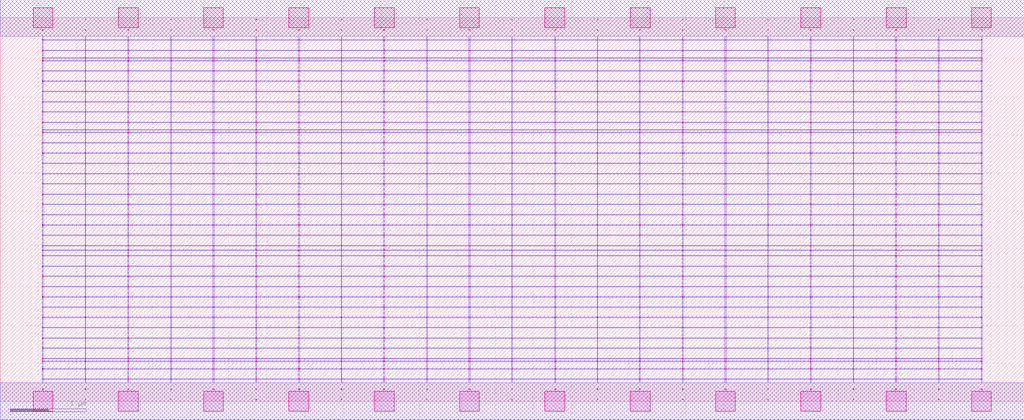
<source format=lef>
MACRO AAOOAAOOAI22222_DEBUG
 CLASS CORE ;
 FOREIGN AAOOAAOOAI22222_DEBUG 0 0 ;
 SIZE 13.44 BY 5.04 ;
 ORIGIN 0 0 ;
 SYMMETRY X Y R90 ;
 SITE unit ;

 OBS
    LAYER polycont ;
     RECT 6.71600000 2.58300000 6.72400000 2.59100000 ;
     RECT 6.71600000 2.71800000 6.72400000 2.72600000 ;
     RECT 6.71600000 2.85300000 6.72400000 2.86100000 ;
     RECT 6.71600000 2.98800000 6.72400000 2.99600000 ;
     RECT 8.95600000 2.58300000 8.96400000 2.59100000 ;
     RECT 9.51100000 2.58300000 9.52900000 2.59100000 ;
     RECT 10.07600000 2.58300000 10.08400000 2.59100000 ;
     RECT 10.63100000 2.58300000 10.64900000 2.59100000 ;
     RECT 11.19600000 2.58300000 11.20400000 2.59100000 ;
     RECT 11.75100000 2.58300000 11.76900000 2.59100000 ;
     RECT 12.31600000 2.58300000 12.32400000 2.59100000 ;
     RECT 12.87600000 2.58300000 12.88900000 2.59100000 ;
     RECT 7.27600000 2.58300000 7.28900000 2.59100000 ;
     RECT 7.27600000 2.71800000 7.28900000 2.72600000 ;
     RECT 7.83600000 2.71800000 7.84400000 2.72600000 ;
     RECT 8.39100000 2.71800000 8.40400000 2.72600000 ;
     RECT 8.95600000 2.71800000 8.96400000 2.72600000 ;
     RECT 9.51100000 2.71800000 9.52900000 2.72600000 ;
     RECT 10.07600000 2.71800000 10.08400000 2.72600000 ;
     RECT 10.63100000 2.71800000 10.64900000 2.72600000 ;
     RECT 11.19600000 2.71800000 11.20400000 2.72600000 ;
     RECT 11.75100000 2.71800000 11.76900000 2.72600000 ;
     RECT 12.31600000 2.71800000 12.32400000 2.72600000 ;
     RECT 12.87600000 2.71800000 12.88900000 2.72600000 ;
     RECT 7.83600000 2.58300000 7.84400000 2.59100000 ;
     RECT 7.27600000 2.85300000 7.28900000 2.86100000 ;
     RECT 7.83600000 2.85300000 7.84400000 2.86100000 ;
     RECT 8.39100000 2.85300000 8.40400000 2.86100000 ;
     RECT 8.95600000 2.85300000 8.96400000 2.86100000 ;
     RECT 9.51100000 2.85300000 9.52900000 2.86100000 ;
     RECT 10.07600000 2.85300000 10.08400000 2.86100000 ;
     RECT 10.63100000 2.85300000 10.64900000 2.86100000 ;
     RECT 11.19600000 2.85300000 11.20400000 2.86100000 ;
     RECT 11.75100000 2.85300000 11.76900000 2.86100000 ;
     RECT 12.31600000 2.85300000 12.32400000 2.86100000 ;
     RECT 12.87600000 2.85300000 12.88900000 2.86100000 ;
     RECT 8.39100000 2.58300000 8.40400000 2.59100000 ;
     RECT 7.27600000 2.98800000 7.28900000 2.99600000 ;
     RECT 7.83600000 2.98800000 7.84400000 2.99600000 ;
     RECT 8.39100000 2.98800000 8.40400000 2.99600000 ;
     RECT 8.95600000 2.98800000 8.96400000 2.99600000 ;
     RECT 9.51100000 2.98800000 9.52900000 2.99600000 ;
     RECT 10.07600000 2.98800000 10.08400000 2.99600000 ;
     RECT 10.63100000 2.98800000 10.64900000 2.99600000 ;
     RECT 11.19600000 2.98800000 11.20400000 2.99600000 ;
     RECT 11.75100000 2.98800000 11.76900000 2.99600000 ;
     RECT 12.31600000 2.98800000 12.32400000 2.99600000 ;
     RECT 12.87600000 2.98800000 12.88900000 2.99600000 ;
     RECT 7.83600000 3.12300000 7.84400000 3.13100000 ;
     RECT 7.83600000 3.25800000 7.84400000 3.26600000 ;
     RECT 7.83600000 3.39300000 7.84400000 3.40100000 ;
     RECT 7.83600000 3.52800000 7.84400000 3.53600000 ;
     RECT 7.83600000 3.56100000 7.84400000 3.56900000 ;
     RECT 7.83600000 3.66300000 7.84400000 3.67100000 ;
     RECT 7.83600000 3.79800000 7.84400000 3.80600000 ;
     RECT 7.83600000 3.93300000 7.84400000 3.94100000 ;
     RECT 7.83600000 4.06800000 7.84400000 4.07600000 ;
     RECT 7.83600000 4.20300000 7.84400000 4.21100000 ;
     RECT 7.83600000 4.33800000 7.84400000 4.34600000 ;
     RECT 7.83600000 4.47300000 7.84400000 4.48100000 ;
     RECT 7.83600000 4.51100000 7.84400000 4.51900000 ;
     RECT 7.83600000 4.60800000 7.84400000 4.61600000 ;
     RECT 7.83600000 4.74300000 7.84400000 4.75100000 ;
     RECT 7.83600000 4.87800000 7.84400000 4.88600000 ;
     RECT 5.03100000 2.71800000 5.04900000 2.72600000 ;
     RECT 5.59600000 2.71800000 5.60400000 2.72600000 ;
     RECT 6.15100000 2.71800000 6.16900000 2.72600000 ;
     RECT 1.11600000 2.58300000 1.12400000 2.59100000 ;
     RECT 1.67100000 2.58300000 1.68900000 2.59100000 ;
     RECT 0.55100000 2.98800000 0.56400000 2.99600000 ;
     RECT 1.11600000 2.98800000 1.12400000 2.99600000 ;
     RECT 1.67100000 2.98800000 1.68900000 2.99600000 ;
     RECT 2.23600000 2.98800000 2.24400000 2.99600000 ;
     RECT 2.79100000 2.98800000 2.80900000 2.99600000 ;
     RECT 3.35600000 2.98800000 3.36400000 2.99600000 ;
     RECT 3.91100000 2.98800000 3.92900000 2.99600000 ;
     RECT 4.47600000 2.98800000 4.48400000 2.99600000 ;
     RECT 5.03100000 2.98800000 5.04900000 2.99600000 ;
     RECT 5.59600000 2.98800000 5.60400000 2.99600000 ;
     RECT 6.15100000 2.98800000 6.16900000 2.99600000 ;
     RECT 2.23600000 2.58300000 2.24400000 2.59100000 ;
     RECT 2.79100000 2.58300000 2.80900000 2.59100000 ;
     RECT 3.35600000 2.58300000 3.36400000 2.59100000 ;
     RECT 3.91100000 2.58300000 3.92900000 2.59100000 ;
     RECT 4.47600000 2.58300000 4.48400000 2.59100000 ;
     RECT 5.03100000 2.58300000 5.04900000 2.59100000 ;
     RECT 5.59600000 2.58300000 5.60400000 2.59100000 ;
     RECT 6.15100000 2.58300000 6.16900000 2.59100000 ;
     RECT 0.55100000 2.58300000 0.56400000 2.59100000 ;
     RECT 0.55100000 2.71800000 0.56400000 2.72600000 ;
     RECT 0.55100000 2.85300000 0.56400000 2.86100000 ;
     RECT 1.11600000 2.85300000 1.12400000 2.86100000 ;
     RECT 1.67100000 2.85300000 1.68900000 2.86100000 ;
     RECT 2.23600000 2.85300000 2.24400000 2.86100000 ;
     RECT 2.79100000 2.85300000 2.80900000 2.86100000 ;
     RECT 3.35600000 2.85300000 3.36400000 2.86100000 ;
     RECT 3.91100000 2.85300000 3.92900000 2.86100000 ;
     RECT 4.47600000 2.85300000 4.48400000 2.86100000 ;
     RECT 5.03100000 2.85300000 5.04900000 2.86100000 ;
     RECT 5.59600000 2.85300000 5.60400000 2.86100000 ;
     RECT 6.15100000 2.85300000 6.16900000 2.86100000 ;
     RECT 1.11600000 2.71800000 1.12400000 2.72600000 ;
     RECT 1.67100000 2.71800000 1.68900000 2.72600000 ;
     RECT 2.23600000 2.71800000 2.24400000 2.72600000 ;
     RECT 2.79100000 2.71800000 2.80900000 2.72600000 ;
     RECT 3.35600000 2.71800000 3.36400000 2.72600000 ;
     RECT 3.91100000 2.71800000 3.92900000 2.72600000 ;
     RECT 4.47600000 2.71800000 4.48400000 2.72600000 ;
     RECT 5.59600000 1.09800000 5.60400000 1.10600000 ;
     RECT 5.59600000 1.23300000 5.60400000 1.24100000 ;
     RECT 5.59600000 1.36800000 5.60400000 1.37600000 ;
     RECT 5.59600000 1.50300000 5.60400000 1.51100000 ;
     RECT 5.59600000 1.63800000 5.60400000 1.64600000 ;
     RECT 5.59600000 1.77300000 5.60400000 1.78100000 ;
     RECT 5.59600000 1.90800000 5.60400000 1.91600000 ;
     RECT 5.59600000 1.98100000 5.60400000 1.98900000 ;
     RECT 5.59600000 2.04300000 5.60400000 2.05100000 ;
     RECT 5.59600000 2.17800000 5.60400000 2.18600000 ;
     RECT 5.59600000 2.31300000 5.60400000 2.32100000 ;
     RECT 5.59600000 2.44800000 5.60400000 2.45600000 ;
     RECT 5.59600000 0.15300000 5.60400000 0.16100000 ;
     RECT 5.59600000 0.28800000 5.60400000 0.29600000 ;
     RECT 5.59600000 0.42300000 5.60400000 0.43100000 ;
     RECT 5.59600000 0.52100000 5.60400000 0.52900000 ;
     RECT 5.59600000 0.55800000 5.60400000 0.56600000 ;
     RECT 5.59600000 0.69300000 5.60400000 0.70100000 ;
     RECT 5.59600000 0.82800000 5.60400000 0.83600000 ;
     RECT 5.59600000 0.96300000 5.60400000 0.97100000 ;

    LAYER pdiffc ;
     RECT 0.55100000 3.39300000 0.55900000 3.40100000 ;
     RECT 7.28100000 3.39300000 7.28900000 3.40100000 ;
     RECT 8.39100000 3.39300000 8.39900000 3.40100000 ;
     RECT 12.88100000 3.39300000 12.88900000 3.40100000 ;
     RECT 0.55100000 3.52800000 0.55900000 3.53600000 ;
     RECT 7.28100000 3.52800000 7.28900000 3.53600000 ;
     RECT 8.39100000 3.52800000 8.39900000 3.53600000 ;
     RECT 12.88100000 3.52800000 12.88900000 3.53600000 ;
     RECT 0.55100000 3.56100000 0.55900000 3.56900000 ;
     RECT 7.28100000 3.56100000 7.28900000 3.56900000 ;
     RECT 8.39100000 3.56100000 8.39900000 3.56900000 ;
     RECT 12.88100000 3.56100000 12.88900000 3.56900000 ;
     RECT 0.55100000 3.66300000 0.55900000 3.67100000 ;
     RECT 7.28100000 3.66300000 7.28900000 3.67100000 ;
     RECT 8.39100000 3.66300000 8.39900000 3.67100000 ;
     RECT 12.88100000 3.66300000 12.88900000 3.67100000 ;
     RECT 0.55100000 3.79800000 0.55900000 3.80600000 ;
     RECT 7.28100000 3.79800000 7.28900000 3.80600000 ;
     RECT 8.39100000 3.79800000 8.39900000 3.80600000 ;
     RECT 12.88100000 3.79800000 12.88900000 3.80600000 ;
     RECT 0.55100000 3.93300000 0.55900000 3.94100000 ;
     RECT 7.28100000 3.93300000 7.28900000 3.94100000 ;
     RECT 8.39100000 3.93300000 8.39900000 3.94100000 ;
     RECT 12.88100000 3.93300000 12.88900000 3.94100000 ;
     RECT 0.55100000 4.06800000 0.55900000 4.07600000 ;
     RECT 7.28100000 4.06800000 7.28900000 4.07600000 ;
     RECT 8.39100000 4.06800000 8.39900000 4.07600000 ;
     RECT 12.88100000 4.06800000 12.88900000 4.07600000 ;
     RECT 0.55100000 4.20300000 0.55900000 4.21100000 ;
     RECT 7.28100000 4.20300000 7.28900000 4.21100000 ;
     RECT 8.39100000 4.20300000 8.39900000 4.21100000 ;
     RECT 12.88100000 4.20300000 12.88900000 4.21100000 ;
     RECT 0.55100000 4.33800000 0.55900000 4.34600000 ;
     RECT 7.28100000 4.33800000 7.28900000 4.34600000 ;
     RECT 8.39100000 4.33800000 8.39900000 4.34600000 ;
     RECT 12.88100000 4.33800000 12.88900000 4.34600000 ;
     RECT 0.55100000 4.47300000 0.55900000 4.48100000 ;
     RECT 7.28100000 4.47300000 7.28900000 4.48100000 ;
     RECT 8.39100000 4.47300000 8.39900000 4.48100000 ;
     RECT 12.88100000 4.47300000 12.88900000 4.48100000 ;
     RECT 0.55100000 4.51100000 0.55900000 4.51900000 ;
     RECT 7.28100000 4.51100000 7.28900000 4.51900000 ;
     RECT 8.39100000 4.51100000 8.39900000 4.51900000 ;
     RECT 12.88100000 4.51100000 12.88900000 4.51900000 ;
     RECT 0.55100000 4.60800000 0.55900000 4.61600000 ;
     RECT 7.28100000 4.60800000 7.28900000 4.61600000 ;
     RECT 8.39100000 4.60800000 8.39900000 4.61600000 ;
     RECT 12.88100000 4.60800000 12.88900000 4.61600000 ;

    LAYER ndiffc ;
     RECT 7.27600000 0.42300000 7.28900000 0.43100000 ;
     RECT 8.39100000 0.42300000 8.40400000 0.43100000 ;
     RECT 9.51100000 0.42300000 9.52900000 0.43100000 ;
     RECT 10.63100000 0.42300000 10.64900000 0.43100000 ;
     RECT 11.75100000 0.42300000 11.76900000 0.43100000 ;
     RECT 12.87600000 0.42300000 12.88900000 0.43100000 ;
     RECT 7.27600000 0.52100000 7.28900000 0.52900000 ;
     RECT 8.39100000 0.52100000 8.40400000 0.52900000 ;
     RECT 9.51100000 0.52100000 9.52900000 0.52900000 ;
     RECT 10.63100000 0.52100000 10.64900000 0.52900000 ;
     RECT 11.75100000 0.52100000 11.76900000 0.52900000 ;
     RECT 12.87600000 0.52100000 12.88900000 0.52900000 ;
     RECT 7.27600000 0.55800000 7.28900000 0.56600000 ;
     RECT 8.39100000 0.55800000 8.40400000 0.56600000 ;
     RECT 9.51100000 0.55800000 9.52900000 0.56600000 ;
     RECT 10.63100000 0.55800000 10.64900000 0.56600000 ;
     RECT 11.75100000 0.55800000 11.76900000 0.56600000 ;
     RECT 12.87600000 0.55800000 12.88900000 0.56600000 ;
     RECT 7.27600000 0.69300000 7.28900000 0.70100000 ;
     RECT 8.39100000 0.69300000 8.40400000 0.70100000 ;
     RECT 9.51100000 0.69300000 9.52900000 0.70100000 ;
     RECT 10.63100000 0.69300000 10.64900000 0.70100000 ;
     RECT 11.75100000 0.69300000 11.76900000 0.70100000 ;
     RECT 12.87600000 0.69300000 12.88900000 0.70100000 ;
     RECT 7.27600000 0.82800000 7.28900000 0.83600000 ;
     RECT 8.39100000 0.82800000 8.40400000 0.83600000 ;
     RECT 9.51100000 0.82800000 9.52900000 0.83600000 ;
     RECT 10.63100000 0.82800000 10.64900000 0.83600000 ;
     RECT 11.75100000 0.82800000 11.76900000 0.83600000 ;
     RECT 12.87600000 0.82800000 12.88900000 0.83600000 ;
     RECT 7.27600000 0.96300000 7.28900000 0.97100000 ;
     RECT 8.39100000 0.96300000 8.40400000 0.97100000 ;
     RECT 9.51100000 0.96300000 9.52900000 0.97100000 ;
     RECT 10.63100000 0.96300000 10.64900000 0.97100000 ;
     RECT 11.75100000 0.96300000 11.76900000 0.97100000 ;
     RECT 12.87600000 0.96300000 12.88900000 0.97100000 ;
     RECT 7.27600000 1.09800000 7.28900000 1.10600000 ;
     RECT 8.39100000 1.09800000 8.40400000 1.10600000 ;
     RECT 9.51100000 1.09800000 9.52900000 1.10600000 ;
     RECT 10.63100000 1.09800000 10.64900000 1.10600000 ;
     RECT 11.75100000 1.09800000 11.76900000 1.10600000 ;
     RECT 12.87600000 1.09800000 12.88900000 1.10600000 ;
     RECT 7.27600000 1.23300000 7.28900000 1.24100000 ;
     RECT 8.39100000 1.23300000 8.40400000 1.24100000 ;
     RECT 9.51100000 1.23300000 9.52900000 1.24100000 ;
     RECT 10.63100000 1.23300000 10.64900000 1.24100000 ;
     RECT 11.75100000 1.23300000 11.76900000 1.24100000 ;
     RECT 12.87600000 1.23300000 12.88900000 1.24100000 ;
     RECT 7.27600000 1.36800000 7.28900000 1.37600000 ;
     RECT 8.39100000 1.36800000 8.40400000 1.37600000 ;
     RECT 9.51100000 1.36800000 9.52900000 1.37600000 ;
     RECT 10.63100000 1.36800000 10.64900000 1.37600000 ;
     RECT 11.75100000 1.36800000 11.76900000 1.37600000 ;
     RECT 12.87600000 1.36800000 12.88900000 1.37600000 ;
     RECT 7.27600000 1.50300000 7.28900000 1.51100000 ;
     RECT 8.39100000 1.50300000 8.40400000 1.51100000 ;
     RECT 9.51100000 1.50300000 9.52900000 1.51100000 ;
     RECT 10.63100000 1.50300000 10.64900000 1.51100000 ;
     RECT 11.75100000 1.50300000 11.76900000 1.51100000 ;
     RECT 12.87600000 1.50300000 12.88900000 1.51100000 ;
     RECT 7.27600000 1.63800000 7.28900000 1.64600000 ;
     RECT 8.39100000 1.63800000 8.40400000 1.64600000 ;
     RECT 9.51100000 1.63800000 9.52900000 1.64600000 ;
     RECT 10.63100000 1.63800000 10.64900000 1.64600000 ;
     RECT 11.75100000 1.63800000 11.76900000 1.64600000 ;
     RECT 12.87600000 1.63800000 12.88900000 1.64600000 ;
     RECT 7.27600000 1.77300000 7.28900000 1.78100000 ;
     RECT 8.39100000 1.77300000 8.40400000 1.78100000 ;
     RECT 9.51100000 1.77300000 9.52900000 1.78100000 ;
     RECT 10.63100000 1.77300000 10.64900000 1.78100000 ;
     RECT 11.75100000 1.77300000 11.76900000 1.78100000 ;
     RECT 12.87600000 1.77300000 12.88900000 1.78100000 ;
     RECT 7.27600000 1.90800000 7.28900000 1.91600000 ;
     RECT 8.39100000 1.90800000 8.40400000 1.91600000 ;
     RECT 9.51100000 1.90800000 9.52900000 1.91600000 ;
     RECT 10.63100000 1.90800000 10.64900000 1.91600000 ;
     RECT 11.75100000 1.90800000 11.76900000 1.91600000 ;
     RECT 12.87600000 1.90800000 12.88900000 1.91600000 ;
     RECT 7.27600000 1.98100000 7.28900000 1.98900000 ;
     RECT 8.39100000 1.98100000 8.40400000 1.98900000 ;
     RECT 9.51100000 1.98100000 9.52900000 1.98900000 ;
     RECT 10.63100000 1.98100000 10.64900000 1.98900000 ;
     RECT 11.75100000 1.98100000 11.76900000 1.98900000 ;
     RECT 12.87600000 1.98100000 12.88900000 1.98900000 ;
     RECT 7.27600000 2.04300000 7.28900000 2.05100000 ;
     RECT 8.39100000 2.04300000 8.40400000 2.05100000 ;
     RECT 9.51100000 2.04300000 9.52900000 2.05100000 ;
     RECT 10.63100000 2.04300000 10.64900000 2.05100000 ;
     RECT 11.75100000 2.04300000 11.76900000 2.05100000 ;
     RECT 12.87600000 2.04300000 12.88900000 2.05100000 ;
     RECT 0.55100000 0.42300000 0.56400000 0.43100000 ;
     RECT 1.67100000 0.42300000 1.68900000 0.43100000 ;
     RECT 2.79100000 0.42300000 2.80900000 0.43100000 ;
     RECT 3.91100000 0.42300000 3.92900000 0.43100000 ;
     RECT 5.03100000 0.42300000 5.04900000 0.43100000 ;
     RECT 6.15100000 0.42300000 6.16900000 0.43100000 ;
     RECT 0.55100000 1.36800000 0.56400000 1.37600000 ;
     RECT 1.67100000 1.36800000 1.68900000 1.37600000 ;
     RECT 2.79100000 1.36800000 2.80900000 1.37600000 ;
     RECT 3.91100000 1.36800000 3.92900000 1.37600000 ;
     RECT 5.03100000 1.36800000 5.04900000 1.37600000 ;
     RECT 6.15100000 1.36800000 6.16900000 1.37600000 ;
     RECT 0.55100000 0.82800000 0.56400000 0.83600000 ;
     RECT 1.67100000 0.82800000 1.68900000 0.83600000 ;
     RECT 2.79100000 0.82800000 2.80900000 0.83600000 ;
     RECT 3.91100000 0.82800000 3.92900000 0.83600000 ;
     RECT 5.03100000 0.82800000 5.04900000 0.83600000 ;
     RECT 6.15100000 0.82800000 6.16900000 0.83600000 ;
     RECT 0.55100000 1.50300000 0.56400000 1.51100000 ;
     RECT 1.67100000 1.50300000 1.68900000 1.51100000 ;
     RECT 2.79100000 1.50300000 2.80900000 1.51100000 ;
     RECT 3.91100000 1.50300000 3.92900000 1.51100000 ;
     RECT 5.03100000 1.50300000 5.04900000 1.51100000 ;
     RECT 6.15100000 1.50300000 6.16900000 1.51100000 ;
     RECT 0.55100000 0.55800000 0.56400000 0.56600000 ;
     RECT 1.67100000 0.55800000 1.68900000 0.56600000 ;
     RECT 2.79100000 0.55800000 2.80900000 0.56600000 ;
     RECT 3.91100000 0.55800000 3.92900000 0.56600000 ;
     RECT 5.03100000 0.55800000 5.04900000 0.56600000 ;
     RECT 6.15100000 0.55800000 6.16900000 0.56600000 ;
     RECT 0.55100000 1.63800000 0.56400000 1.64600000 ;
     RECT 1.67100000 1.63800000 1.68900000 1.64600000 ;
     RECT 2.79100000 1.63800000 2.80900000 1.64600000 ;
     RECT 3.91100000 1.63800000 3.92900000 1.64600000 ;
     RECT 5.03100000 1.63800000 5.04900000 1.64600000 ;
     RECT 6.15100000 1.63800000 6.16900000 1.64600000 ;
     RECT 0.55100000 0.96300000 0.56400000 0.97100000 ;
     RECT 1.67100000 0.96300000 1.68900000 0.97100000 ;
     RECT 2.79100000 0.96300000 2.80900000 0.97100000 ;
     RECT 3.91100000 0.96300000 3.92900000 0.97100000 ;
     RECT 5.03100000 0.96300000 5.04900000 0.97100000 ;
     RECT 6.15100000 0.96300000 6.16900000 0.97100000 ;
     RECT 0.55100000 1.77300000 0.56400000 1.78100000 ;
     RECT 1.67100000 1.77300000 1.68900000 1.78100000 ;
     RECT 2.79100000 1.77300000 2.80900000 1.78100000 ;
     RECT 3.91100000 1.77300000 3.92900000 1.78100000 ;
     RECT 5.03100000 1.77300000 5.04900000 1.78100000 ;
     RECT 6.15100000 1.77300000 6.16900000 1.78100000 ;
     RECT 0.55100000 0.52100000 0.56400000 0.52900000 ;
     RECT 1.67100000 0.52100000 1.68900000 0.52900000 ;
     RECT 2.79100000 0.52100000 2.80900000 0.52900000 ;
     RECT 3.91100000 0.52100000 3.92900000 0.52900000 ;
     RECT 5.03100000 0.52100000 5.04900000 0.52900000 ;
     RECT 6.15100000 0.52100000 6.16900000 0.52900000 ;
     RECT 0.55100000 1.90800000 0.56400000 1.91600000 ;
     RECT 1.67100000 1.90800000 1.68900000 1.91600000 ;
     RECT 2.79100000 1.90800000 2.80900000 1.91600000 ;
     RECT 3.91100000 1.90800000 3.92900000 1.91600000 ;
     RECT 5.03100000 1.90800000 5.04900000 1.91600000 ;
     RECT 6.15100000 1.90800000 6.16900000 1.91600000 ;
     RECT 0.55100000 1.09800000 0.56400000 1.10600000 ;
     RECT 1.67100000 1.09800000 1.68900000 1.10600000 ;
     RECT 2.79100000 1.09800000 2.80900000 1.10600000 ;
     RECT 3.91100000 1.09800000 3.92900000 1.10600000 ;
     RECT 5.03100000 1.09800000 5.04900000 1.10600000 ;
     RECT 6.15100000 1.09800000 6.16900000 1.10600000 ;
     RECT 0.55100000 1.98100000 0.56400000 1.98900000 ;
     RECT 1.67100000 1.98100000 1.68900000 1.98900000 ;
     RECT 2.79100000 1.98100000 2.80900000 1.98900000 ;
     RECT 3.91100000 1.98100000 3.92900000 1.98900000 ;
     RECT 5.03100000 1.98100000 5.04900000 1.98900000 ;
     RECT 6.15100000 1.98100000 6.16900000 1.98900000 ;
     RECT 0.55100000 0.69300000 0.56400000 0.70100000 ;
     RECT 1.67100000 0.69300000 1.68900000 0.70100000 ;
     RECT 2.79100000 0.69300000 2.80900000 0.70100000 ;
     RECT 3.91100000 0.69300000 3.92900000 0.70100000 ;
     RECT 5.03100000 0.69300000 5.04900000 0.70100000 ;
     RECT 6.15100000 0.69300000 6.16900000 0.70100000 ;
     RECT 0.55100000 2.04300000 0.56400000 2.05100000 ;
     RECT 1.67100000 2.04300000 1.68900000 2.05100000 ;
     RECT 2.79100000 2.04300000 2.80900000 2.05100000 ;
     RECT 3.91100000 2.04300000 3.92900000 2.05100000 ;
     RECT 5.03100000 2.04300000 5.04900000 2.05100000 ;
     RECT 6.15100000 2.04300000 6.16900000 2.05100000 ;
     RECT 0.55100000 1.23300000 0.56400000 1.24100000 ;
     RECT 1.67100000 1.23300000 1.68900000 1.24100000 ;
     RECT 2.79100000 1.23300000 2.80900000 1.24100000 ;
     RECT 3.91100000 1.23300000 3.92900000 1.24100000 ;
     RECT 5.03100000 1.23300000 5.04900000 1.24100000 ;
     RECT 6.15100000 1.23300000 6.16900000 1.24100000 ;

    LAYER met1 ;
     RECT 0.00000000 -0.24000000 13.44000000 0.24000000 ;
     RECT 6.71600000 0.24000000 6.72400000 0.28800000 ;
     RECT 0.55100000 0.28800000 12.88900000 0.29600000 ;
     RECT 6.71600000 0.29600000 6.72400000 0.42300000 ;
     RECT 0.55100000 0.42300000 12.88900000 0.43100000 ;
     RECT 6.71600000 0.43100000 6.72400000 0.52100000 ;
     RECT 0.55100000 0.52100000 12.88900000 0.52900000 ;
     RECT 6.71600000 0.52900000 6.72400000 0.55800000 ;
     RECT 0.55100000 0.55800000 12.88900000 0.56600000 ;
     RECT 6.71600000 0.56600000 6.72400000 0.69300000 ;
     RECT 0.55100000 0.69300000 12.88900000 0.70100000 ;
     RECT 6.71600000 0.70100000 6.72400000 0.82800000 ;
     RECT 0.55100000 0.82800000 12.88900000 0.83600000 ;
     RECT 6.71600000 0.83600000 6.72400000 0.96300000 ;
     RECT 0.55100000 0.96300000 12.88900000 0.97100000 ;
     RECT 6.71600000 0.97100000 6.72400000 1.09800000 ;
     RECT 0.55100000 1.09800000 12.88900000 1.10600000 ;
     RECT 6.71600000 1.10600000 6.72400000 1.23300000 ;
     RECT 0.55100000 1.23300000 12.88900000 1.24100000 ;
     RECT 6.71600000 1.24100000 6.72400000 1.36800000 ;
     RECT 0.55100000 1.36800000 12.88900000 1.37600000 ;
     RECT 6.71600000 1.37600000 6.72400000 1.50300000 ;
     RECT 0.55100000 1.50300000 12.88900000 1.51100000 ;
     RECT 6.71600000 1.51100000 6.72400000 1.63800000 ;
     RECT 0.55100000 1.63800000 12.88900000 1.64600000 ;
     RECT 6.71600000 1.64600000 6.72400000 1.77300000 ;
     RECT 0.55100000 1.77300000 12.88900000 1.78100000 ;
     RECT 6.71600000 1.78100000 6.72400000 1.90800000 ;
     RECT 0.55100000 1.90800000 12.88900000 1.91600000 ;
     RECT 6.71600000 1.91600000 6.72400000 1.98100000 ;
     RECT 0.55100000 1.98100000 12.88900000 1.98900000 ;
     RECT 6.71600000 1.98900000 6.72400000 2.04300000 ;
     RECT 0.55100000 2.04300000 12.88900000 2.05100000 ;
     RECT 6.71600000 2.05100000 6.72400000 2.17800000 ;
     RECT 0.55100000 2.17800000 12.88900000 2.18600000 ;
     RECT 6.71600000 2.18600000 6.72400000 2.31300000 ;
     RECT 0.55100000 2.31300000 12.88900000 2.32100000 ;
     RECT 6.71600000 2.32100000 6.72400000 2.44800000 ;
     RECT 0.55100000 2.44800000 12.88900000 2.45600000 ;
     RECT 0.55100000 2.45600000 0.56400000 2.58300000 ;
     RECT 1.11600000 2.45600000 1.12400000 2.58300000 ;
     RECT 1.67100000 2.45600000 1.68900000 2.58300000 ;
     RECT 2.23600000 2.45600000 2.24400000 2.58300000 ;
     RECT 2.79100000 2.45600000 2.80900000 2.58300000 ;
     RECT 3.35600000 2.45600000 3.36400000 2.58300000 ;
     RECT 3.91100000 2.45600000 3.92900000 2.58300000 ;
     RECT 4.47600000 2.45600000 4.48400000 2.58300000 ;
     RECT 5.03100000 2.45600000 5.04900000 2.58300000 ;
     RECT 5.59600000 2.45600000 5.60400000 2.58300000 ;
     RECT 6.15100000 2.45600000 6.16900000 2.58300000 ;
     RECT 6.71600000 2.45600000 6.72400000 2.58300000 ;
     RECT 7.27600000 2.45600000 7.28900000 2.58300000 ;
     RECT 7.83600000 2.45600000 7.84400000 2.58300000 ;
     RECT 8.39100000 2.45600000 8.40400000 2.58300000 ;
     RECT 8.95600000 2.45600000 8.96400000 2.58300000 ;
     RECT 9.51100000 2.45600000 9.52900000 2.58300000 ;
     RECT 10.07600000 2.45600000 10.08400000 2.58300000 ;
     RECT 10.63100000 2.45600000 10.64900000 2.58300000 ;
     RECT 11.19600000 2.45600000 11.20400000 2.58300000 ;
     RECT 11.75100000 2.45600000 11.76900000 2.58300000 ;
     RECT 12.31600000 2.45600000 12.32400000 2.58300000 ;
     RECT 12.87600000 2.45600000 12.88900000 2.58300000 ;
     RECT 0.55100000 2.58300000 12.88900000 2.59100000 ;
     RECT 6.71600000 2.59100000 6.72400000 2.71800000 ;
     RECT 0.55100000 2.71800000 12.88900000 2.72600000 ;
     RECT 6.71600000 2.72600000 6.72400000 2.85300000 ;
     RECT 0.55100000 2.85300000 12.88900000 2.86100000 ;
     RECT 6.71600000 2.86100000 6.72400000 2.98800000 ;
     RECT 0.55100000 2.98800000 12.88900000 2.99600000 ;
     RECT 6.71600000 2.99600000 6.72400000 3.12300000 ;
     RECT 0.55100000 3.12300000 12.88900000 3.13100000 ;
     RECT 6.71600000 3.13100000 6.72400000 3.25800000 ;
     RECT 0.55100000 3.25800000 12.88900000 3.26600000 ;
     RECT 6.71600000 3.26600000 6.72400000 3.39300000 ;
     RECT 0.55100000 3.39300000 12.88900000 3.40100000 ;
     RECT 6.71600000 3.40100000 6.72400000 3.52800000 ;
     RECT 0.55100000 3.52800000 12.88900000 3.53600000 ;
     RECT 6.71600000 3.53600000 6.72400000 3.56100000 ;
     RECT 0.55100000 3.56100000 12.88900000 3.56900000 ;
     RECT 6.71600000 3.56900000 6.72400000 3.66300000 ;
     RECT 0.55100000 3.66300000 12.88900000 3.67100000 ;
     RECT 6.71600000 3.67100000 6.72400000 3.79800000 ;
     RECT 0.55100000 3.79800000 12.88900000 3.80600000 ;
     RECT 6.71600000 3.80600000 6.72400000 3.93300000 ;
     RECT 0.55100000 3.93300000 12.88900000 3.94100000 ;
     RECT 6.71600000 3.94100000 6.72400000 4.06800000 ;
     RECT 0.55100000 4.06800000 12.88900000 4.07600000 ;
     RECT 6.71600000 4.07600000 6.72400000 4.20300000 ;
     RECT 0.55100000 4.20300000 12.88900000 4.21100000 ;
     RECT 6.71600000 4.21100000 6.72400000 4.33800000 ;
     RECT 0.55100000 4.33800000 12.88900000 4.34600000 ;
     RECT 6.71600000 4.34600000 6.72400000 4.47300000 ;
     RECT 0.55100000 4.47300000 12.88900000 4.48100000 ;
     RECT 6.71600000 4.48100000 6.72400000 4.51100000 ;
     RECT 0.55100000 4.51100000 12.88900000 4.51900000 ;
     RECT 6.71600000 4.51900000 6.72400000 4.60800000 ;
     RECT 0.55100000 4.60800000 12.88900000 4.61600000 ;
     RECT 6.71600000 4.61600000 6.72400000 4.74300000 ;
     RECT 0.55100000 4.74300000 12.88900000 4.75100000 ;
     RECT 6.71600000 4.75100000 6.72400000 4.80000000 ;
     RECT 0.00000000 4.80000000 13.44000000 5.28000000 ;
     RECT 10.07600000 2.59100000 10.08400000 2.71800000 ;
     RECT 10.07600000 2.99600000 10.08400000 3.12300000 ;
     RECT 10.07600000 3.13100000 10.08400000 3.25800000 ;
     RECT 10.07600000 3.26600000 10.08400000 3.39300000 ;
     RECT 10.07600000 3.40100000 10.08400000 3.52800000 ;
     RECT 10.07600000 3.53600000 10.08400000 3.56100000 ;
     RECT 10.07600000 3.56900000 10.08400000 3.66300000 ;
     RECT 10.07600000 3.67100000 10.08400000 3.79800000 ;
     RECT 10.07600000 2.72600000 10.08400000 2.85300000 ;
     RECT 7.27600000 3.80600000 7.28900000 3.93300000 ;
     RECT 7.83600000 3.80600000 7.84400000 3.93300000 ;
     RECT 8.39100000 3.80600000 8.40400000 3.93300000 ;
     RECT 8.95600000 3.80600000 8.96400000 3.93300000 ;
     RECT 9.51100000 3.80600000 9.52900000 3.93300000 ;
     RECT 10.07600000 3.80600000 10.08400000 3.93300000 ;
     RECT 10.63100000 3.80600000 10.64900000 3.93300000 ;
     RECT 11.19600000 3.80600000 11.20400000 3.93300000 ;
     RECT 11.75100000 3.80600000 11.76900000 3.93300000 ;
     RECT 12.31600000 3.80600000 12.32400000 3.93300000 ;
     RECT 12.87600000 3.80600000 12.88900000 3.93300000 ;
     RECT 10.07600000 3.94100000 10.08400000 4.06800000 ;
     RECT 10.07600000 4.07600000 10.08400000 4.20300000 ;
     RECT 10.07600000 4.21100000 10.08400000 4.33800000 ;
     RECT 10.07600000 4.34600000 10.08400000 4.47300000 ;
     RECT 10.07600000 4.48100000 10.08400000 4.51100000 ;
     RECT 10.07600000 2.86100000 10.08400000 2.98800000 ;
     RECT 10.07600000 4.51900000 10.08400000 4.60800000 ;
     RECT 10.07600000 4.61600000 10.08400000 4.74300000 ;
     RECT 10.07600000 4.75100000 10.08400000 4.80000000 ;
     RECT 11.75100000 4.07600000 11.76900000 4.20300000 ;
     RECT 12.31600000 4.07600000 12.32400000 4.20300000 ;
     RECT 12.87600000 4.07600000 12.88900000 4.20300000 ;
     RECT 11.19600000 3.94100000 11.20400000 4.06800000 ;
     RECT 10.63100000 4.21100000 10.64900000 4.33800000 ;
     RECT 11.19600000 4.21100000 11.20400000 4.33800000 ;
     RECT 11.75100000 4.21100000 11.76900000 4.33800000 ;
     RECT 12.31600000 4.21100000 12.32400000 4.33800000 ;
     RECT 12.87600000 4.21100000 12.88900000 4.33800000 ;
     RECT 11.75100000 3.94100000 11.76900000 4.06800000 ;
     RECT 10.63100000 4.34600000 10.64900000 4.47300000 ;
     RECT 11.19600000 4.34600000 11.20400000 4.47300000 ;
     RECT 11.75100000 4.34600000 11.76900000 4.47300000 ;
     RECT 12.31600000 4.34600000 12.32400000 4.47300000 ;
     RECT 12.87600000 4.34600000 12.88900000 4.47300000 ;
     RECT 12.31600000 3.94100000 12.32400000 4.06800000 ;
     RECT 10.63100000 4.48100000 10.64900000 4.51100000 ;
     RECT 11.19600000 4.48100000 11.20400000 4.51100000 ;
     RECT 11.75100000 4.48100000 11.76900000 4.51100000 ;
     RECT 12.31600000 4.48100000 12.32400000 4.51100000 ;
     RECT 12.87600000 4.48100000 12.88900000 4.51100000 ;
     RECT 12.87600000 3.94100000 12.88900000 4.06800000 ;
     RECT 10.63100000 3.94100000 10.64900000 4.06800000 ;
     RECT 10.63100000 4.51900000 10.64900000 4.60800000 ;
     RECT 11.19600000 4.51900000 11.20400000 4.60800000 ;
     RECT 11.75100000 4.51900000 11.76900000 4.60800000 ;
     RECT 12.31600000 4.51900000 12.32400000 4.60800000 ;
     RECT 12.87600000 4.51900000 12.88900000 4.60800000 ;
     RECT 10.63100000 4.07600000 10.64900000 4.20300000 ;
     RECT 10.63100000 4.61600000 10.64900000 4.74300000 ;
     RECT 11.19600000 4.61600000 11.20400000 4.74300000 ;
     RECT 11.75100000 4.61600000 11.76900000 4.74300000 ;
     RECT 12.31600000 4.61600000 12.32400000 4.74300000 ;
     RECT 12.87600000 4.61600000 12.88900000 4.74300000 ;
     RECT 11.19600000 4.07600000 11.20400000 4.20300000 ;
     RECT 10.63100000 4.75100000 10.64900000 4.80000000 ;
     RECT 11.19600000 4.75100000 11.20400000 4.80000000 ;
     RECT 11.75100000 4.75100000 11.76900000 4.80000000 ;
     RECT 12.31600000 4.75100000 12.32400000 4.80000000 ;
     RECT 12.87600000 4.75100000 12.88900000 4.80000000 ;
     RECT 8.39100000 4.21100000 8.40400000 4.33800000 ;
     RECT 8.95600000 4.21100000 8.96400000 4.33800000 ;
     RECT 9.51100000 4.21100000 9.52900000 4.33800000 ;
     RECT 7.83600000 4.07600000 7.84400000 4.20300000 ;
     RECT 8.39100000 4.07600000 8.40400000 4.20300000 ;
     RECT 8.95600000 4.07600000 8.96400000 4.20300000 ;
     RECT 9.51100000 4.07600000 9.52900000 4.20300000 ;
     RECT 7.27600000 4.51900000 7.28900000 4.60800000 ;
     RECT 7.83600000 4.51900000 7.84400000 4.60800000 ;
     RECT 8.39100000 4.51900000 8.40400000 4.60800000 ;
     RECT 8.95600000 4.51900000 8.96400000 4.60800000 ;
     RECT 9.51100000 4.51900000 9.52900000 4.60800000 ;
     RECT 7.83600000 3.94100000 7.84400000 4.06800000 ;
     RECT 8.39100000 3.94100000 8.40400000 4.06800000 ;
     RECT 7.27600000 4.34600000 7.28900000 4.47300000 ;
     RECT 7.83600000 4.34600000 7.84400000 4.47300000 ;
     RECT 8.39100000 4.34600000 8.40400000 4.47300000 ;
     RECT 8.95600000 4.34600000 8.96400000 4.47300000 ;
     RECT 7.27600000 4.61600000 7.28900000 4.74300000 ;
     RECT 7.83600000 4.61600000 7.84400000 4.74300000 ;
     RECT 8.39100000 4.61600000 8.40400000 4.74300000 ;
     RECT 8.95600000 4.61600000 8.96400000 4.74300000 ;
     RECT 9.51100000 4.61600000 9.52900000 4.74300000 ;
     RECT 9.51100000 4.34600000 9.52900000 4.47300000 ;
     RECT 8.95600000 3.94100000 8.96400000 4.06800000 ;
     RECT 9.51100000 3.94100000 9.52900000 4.06800000 ;
     RECT 7.27600000 3.94100000 7.28900000 4.06800000 ;
     RECT 7.27600000 4.07600000 7.28900000 4.20300000 ;
     RECT 7.27600000 4.21100000 7.28900000 4.33800000 ;
     RECT 7.27600000 4.75100000 7.28900000 4.80000000 ;
     RECT 7.83600000 4.75100000 7.84400000 4.80000000 ;
     RECT 8.39100000 4.75100000 8.40400000 4.80000000 ;
     RECT 8.95600000 4.75100000 8.96400000 4.80000000 ;
     RECT 9.51100000 4.75100000 9.52900000 4.80000000 ;
     RECT 7.83600000 4.21100000 7.84400000 4.33800000 ;
     RECT 7.27600000 4.48100000 7.28900000 4.51100000 ;
     RECT 7.83600000 4.48100000 7.84400000 4.51100000 ;
     RECT 8.39100000 4.48100000 8.40400000 4.51100000 ;
     RECT 8.95600000 4.48100000 8.96400000 4.51100000 ;
     RECT 9.51100000 4.48100000 9.52900000 4.51100000 ;
     RECT 7.83600000 2.99600000 7.84400000 3.12300000 ;
     RECT 7.27600000 2.59100000 7.28900000 2.71800000 ;
     RECT 8.39100000 2.86100000 8.40400000 2.98800000 ;
     RECT 8.95600000 2.86100000 8.96400000 2.98800000 ;
     RECT 7.27600000 3.40100000 7.28900000 3.52800000 ;
     RECT 7.83600000 3.40100000 7.84400000 3.52800000 ;
     RECT 8.39100000 3.40100000 8.40400000 3.52800000 ;
     RECT 8.95600000 3.40100000 8.96400000 3.52800000 ;
     RECT 9.51100000 3.40100000 9.52900000 3.52800000 ;
     RECT 8.39100000 2.99600000 8.40400000 3.12300000 ;
     RECT 7.83600000 2.59100000 7.84400000 2.71800000 ;
     RECT 7.27600000 2.72600000 7.28900000 2.85300000 ;
     RECT 7.27600000 3.53600000 7.28900000 3.56100000 ;
     RECT 7.83600000 3.53600000 7.84400000 3.56100000 ;
     RECT 8.39100000 3.53600000 8.40400000 3.56100000 ;
     RECT 9.51100000 2.86100000 9.52900000 2.98800000 ;
     RECT 8.95600000 3.53600000 8.96400000 3.56100000 ;
     RECT 9.51100000 3.53600000 9.52900000 3.56100000 ;
     RECT 8.95600000 2.99600000 8.96400000 3.12300000 ;
     RECT 7.83600000 2.72600000 7.84400000 2.85300000 ;
     RECT 8.39100000 2.72600000 8.40400000 2.85300000 ;
     RECT 7.27600000 3.56900000 7.28900000 3.66300000 ;
     RECT 7.83600000 3.56900000 7.84400000 3.66300000 ;
     RECT 8.39100000 3.56900000 8.40400000 3.66300000 ;
     RECT 8.95600000 3.56900000 8.96400000 3.66300000 ;
     RECT 9.51100000 3.56900000 9.52900000 3.66300000 ;
     RECT 8.39100000 2.59100000 8.40400000 2.71800000 ;
     RECT 8.95600000 2.59100000 8.96400000 2.71800000 ;
     RECT 9.51100000 2.99600000 9.52900000 3.12300000 ;
     RECT 8.95600000 2.72600000 8.96400000 2.85300000 ;
     RECT 9.51100000 2.72600000 9.52900000 2.85300000 ;
     RECT 7.27600000 3.67100000 7.28900000 3.79800000 ;
     RECT 7.83600000 3.67100000 7.84400000 3.79800000 ;
     RECT 8.39100000 3.67100000 8.40400000 3.79800000 ;
     RECT 8.95600000 3.67100000 8.96400000 3.79800000 ;
     RECT 9.51100000 3.67100000 9.52900000 3.79800000 ;
     RECT 9.51100000 2.59100000 9.52900000 2.71800000 ;
     RECT 7.27600000 3.13100000 7.28900000 3.25800000 ;
     RECT 7.83600000 3.13100000 7.84400000 3.25800000 ;
     RECT 7.27600000 2.86100000 7.28900000 2.98800000 ;
     RECT 7.83600000 2.86100000 7.84400000 2.98800000 ;
     RECT 8.39100000 3.13100000 8.40400000 3.25800000 ;
     RECT 8.95600000 3.13100000 8.96400000 3.25800000 ;
     RECT 9.51100000 3.13100000 9.52900000 3.25800000 ;
     RECT 7.27600000 2.99600000 7.28900000 3.12300000 ;
     RECT 7.27600000 3.26600000 7.28900000 3.39300000 ;
     RECT 7.83600000 3.26600000 7.84400000 3.39300000 ;
     RECT 8.39100000 3.26600000 8.40400000 3.39300000 ;
     RECT 8.95600000 3.26600000 8.96400000 3.39300000 ;
     RECT 9.51100000 3.26600000 9.52900000 3.39300000 ;
     RECT 10.63100000 3.13100000 10.64900000 3.25800000 ;
     RECT 11.19600000 3.13100000 11.20400000 3.25800000 ;
     RECT 10.63100000 3.56900000 10.64900000 3.66300000 ;
     RECT 12.31600000 2.72600000 12.32400000 2.85300000 ;
     RECT 12.87600000 2.72600000 12.88900000 2.85300000 ;
     RECT 11.19600000 3.56900000 11.20400000 3.66300000 ;
     RECT 11.75100000 3.56900000 11.76900000 3.66300000 ;
     RECT 12.31600000 3.56900000 12.32400000 3.66300000 ;
     RECT 12.87600000 3.56900000 12.88900000 3.66300000 ;
     RECT 11.75100000 3.13100000 11.76900000 3.25800000 ;
     RECT 12.31600000 3.13100000 12.32400000 3.25800000 ;
     RECT 12.87600000 3.13100000 12.88900000 3.25800000 ;
     RECT 11.75100000 2.59100000 11.76900000 2.71800000 ;
     RECT 10.63100000 3.40100000 10.64900000 3.52800000 ;
     RECT 11.19600000 3.40100000 11.20400000 3.52800000 ;
     RECT 11.75100000 3.40100000 11.76900000 3.52800000 ;
     RECT 12.31600000 3.40100000 12.32400000 3.52800000 ;
     RECT 10.63100000 3.67100000 10.64900000 3.79800000 ;
     RECT 11.19600000 3.67100000 11.20400000 3.79800000 ;
     RECT 11.75100000 3.67100000 11.76900000 3.79800000 ;
     RECT 12.31600000 3.67100000 12.32400000 3.79800000 ;
     RECT 12.87600000 3.67100000 12.88900000 3.79800000 ;
     RECT 12.87600000 3.40100000 12.88900000 3.52800000 ;
     RECT 10.63100000 2.86100000 10.64900000 2.98800000 ;
     RECT 11.19600000 2.86100000 11.20400000 2.98800000 ;
     RECT 10.63100000 2.72600000 10.64900000 2.85300000 ;
     RECT 12.31600000 2.59100000 12.32400000 2.71800000 ;
     RECT 11.19600000 2.59100000 11.20400000 2.71800000 ;
     RECT 10.63100000 2.99600000 10.64900000 3.12300000 ;
     RECT 11.19600000 2.99600000 11.20400000 3.12300000 ;
     RECT 11.75100000 2.99600000 11.76900000 3.12300000 ;
     RECT 12.31600000 2.99600000 12.32400000 3.12300000 ;
     RECT 12.87600000 2.99600000 12.88900000 3.12300000 ;
     RECT 10.63100000 3.26600000 10.64900000 3.39300000 ;
     RECT 10.63100000 3.53600000 10.64900000 3.56100000 ;
     RECT 11.19600000 3.53600000 11.20400000 3.56100000 ;
     RECT 11.75100000 2.86100000 11.76900000 2.98800000 ;
     RECT 12.31600000 2.86100000 12.32400000 2.98800000 ;
     RECT 11.75100000 3.53600000 11.76900000 3.56100000 ;
     RECT 11.19600000 2.72600000 11.20400000 2.85300000 ;
     RECT 11.75100000 2.72600000 11.76900000 2.85300000 ;
     RECT 12.31600000 3.53600000 12.32400000 3.56100000 ;
     RECT 12.87600000 3.53600000 12.88900000 3.56100000 ;
     RECT 11.19600000 3.26600000 11.20400000 3.39300000 ;
     RECT 11.75100000 3.26600000 11.76900000 3.39300000 ;
     RECT 12.31600000 3.26600000 12.32400000 3.39300000 ;
     RECT 12.87600000 3.26600000 12.88900000 3.39300000 ;
     RECT 12.87600000 2.59100000 12.88900000 2.71800000 ;
     RECT 10.63100000 2.59100000 10.64900000 2.71800000 ;
     RECT 12.87600000 2.86100000 12.88900000 2.98800000 ;
     RECT 4.47600000 3.80600000 4.48400000 3.93300000 ;
     RECT 5.03100000 3.80600000 5.04900000 3.93300000 ;
     RECT 5.59600000 3.80600000 5.60400000 3.93300000 ;
     RECT 6.15100000 3.80600000 6.16900000 3.93300000 ;
     RECT 3.35600000 2.59100000 3.36400000 2.71800000 ;
     RECT 3.35600000 3.94100000 3.36400000 4.06800000 ;
     RECT 3.35600000 2.99600000 3.36400000 3.12300000 ;
     RECT 3.35600000 3.40100000 3.36400000 3.52800000 ;
     RECT 3.35600000 4.07600000 3.36400000 4.20300000 ;
     RECT 3.35600000 4.21100000 3.36400000 4.33800000 ;
     RECT 3.35600000 3.53600000 3.36400000 3.56100000 ;
     RECT 3.35600000 4.34600000 3.36400000 4.47300000 ;
     RECT 3.35600000 3.13100000 3.36400000 3.25800000 ;
     RECT 3.35600000 4.48100000 3.36400000 4.51100000 ;
     RECT 3.35600000 3.56900000 3.36400000 3.66300000 ;
     RECT 3.35600000 2.86100000 3.36400000 2.98800000 ;
     RECT 3.35600000 4.51900000 3.36400000 4.60800000 ;
     RECT 3.35600000 4.61600000 3.36400000 4.74300000 ;
     RECT 3.35600000 3.67100000 3.36400000 3.79800000 ;
     RECT 3.35600000 2.72600000 3.36400000 2.85300000 ;
     RECT 3.35600000 4.75100000 3.36400000 4.80000000 ;
     RECT 3.35600000 3.26600000 3.36400000 3.39300000 ;
     RECT 0.55100000 3.80600000 0.56400000 3.93300000 ;
     RECT 1.11600000 3.80600000 1.12400000 3.93300000 ;
     RECT 1.67100000 3.80600000 1.68900000 3.93300000 ;
     RECT 2.23600000 3.80600000 2.24400000 3.93300000 ;
     RECT 2.79100000 3.80600000 2.80900000 3.93300000 ;
     RECT 3.35600000 3.80600000 3.36400000 3.93300000 ;
     RECT 3.91100000 3.80600000 3.92900000 3.93300000 ;
     RECT 5.03100000 4.34600000 5.04900000 4.47300000 ;
     RECT 5.59600000 4.34600000 5.60400000 4.47300000 ;
     RECT 6.15100000 4.34600000 6.16900000 4.47300000 ;
     RECT 4.47600000 3.94100000 4.48400000 4.06800000 ;
     RECT 5.03100000 3.94100000 5.04900000 4.06800000 ;
     RECT 3.91100000 4.48100000 3.92900000 4.51100000 ;
     RECT 4.47600000 4.48100000 4.48400000 4.51100000 ;
     RECT 5.03100000 4.48100000 5.04900000 4.51100000 ;
     RECT 5.59600000 4.48100000 5.60400000 4.51100000 ;
     RECT 6.15100000 4.48100000 6.16900000 4.51100000 ;
     RECT 3.91100000 4.07600000 3.92900000 4.20300000 ;
     RECT 4.47600000 4.07600000 4.48400000 4.20300000 ;
     RECT 5.03100000 4.07600000 5.04900000 4.20300000 ;
     RECT 3.91100000 4.51900000 3.92900000 4.60800000 ;
     RECT 4.47600000 4.51900000 4.48400000 4.60800000 ;
     RECT 5.03100000 4.51900000 5.04900000 4.60800000 ;
     RECT 5.59600000 4.51900000 5.60400000 4.60800000 ;
     RECT 6.15100000 4.51900000 6.16900000 4.60800000 ;
     RECT 5.59600000 4.07600000 5.60400000 4.20300000 ;
     RECT 3.91100000 4.61600000 3.92900000 4.74300000 ;
     RECT 4.47600000 4.61600000 4.48400000 4.74300000 ;
     RECT 5.03100000 4.61600000 5.04900000 4.74300000 ;
     RECT 5.59600000 4.61600000 5.60400000 4.74300000 ;
     RECT 6.15100000 4.61600000 6.16900000 4.74300000 ;
     RECT 6.15100000 4.07600000 6.16900000 4.20300000 ;
     RECT 5.59600000 3.94100000 5.60400000 4.06800000 ;
     RECT 3.91100000 4.21100000 3.92900000 4.33800000 ;
     RECT 3.91100000 4.75100000 3.92900000 4.80000000 ;
     RECT 4.47600000 4.75100000 4.48400000 4.80000000 ;
     RECT 5.03100000 4.75100000 5.04900000 4.80000000 ;
     RECT 5.59600000 4.75100000 5.60400000 4.80000000 ;
     RECT 6.15100000 4.75100000 6.16900000 4.80000000 ;
     RECT 4.47600000 4.21100000 4.48400000 4.33800000 ;
     RECT 5.03100000 4.21100000 5.04900000 4.33800000 ;
     RECT 5.59600000 4.21100000 5.60400000 4.33800000 ;
     RECT 6.15100000 4.21100000 6.16900000 4.33800000 ;
     RECT 6.15100000 3.94100000 6.16900000 4.06800000 ;
     RECT 3.91100000 3.94100000 3.92900000 4.06800000 ;
     RECT 3.91100000 4.34600000 3.92900000 4.47300000 ;
     RECT 4.47600000 4.34600000 4.48400000 4.47300000 ;
     RECT 2.23600000 4.51900000 2.24400000 4.60800000 ;
     RECT 2.79100000 4.51900000 2.80900000 4.60800000 ;
     RECT 0.55100000 4.34600000 0.56400000 4.47300000 ;
     RECT 1.11600000 4.34600000 1.12400000 4.47300000 ;
     RECT 1.67100000 4.34600000 1.68900000 4.47300000 ;
     RECT 2.23600000 4.34600000 2.24400000 4.47300000 ;
     RECT 2.79100000 4.34600000 2.80900000 4.47300000 ;
     RECT 1.11600000 3.94100000 1.12400000 4.06800000 ;
     RECT 0.55100000 4.61600000 0.56400000 4.74300000 ;
     RECT 1.11600000 4.61600000 1.12400000 4.74300000 ;
     RECT 1.67100000 4.61600000 1.68900000 4.74300000 ;
     RECT 2.23600000 4.61600000 2.24400000 4.74300000 ;
     RECT 2.79100000 4.61600000 2.80900000 4.74300000 ;
     RECT 1.67100000 3.94100000 1.68900000 4.06800000 ;
     RECT 0.55100000 4.07600000 0.56400000 4.20300000 ;
     RECT 0.55100000 4.21100000 0.56400000 4.33800000 ;
     RECT 1.11600000 4.21100000 1.12400000 4.33800000 ;
     RECT 1.67100000 4.21100000 1.68900000 4.33800000 ;
     RECT 2.23600000 4.21100000 2.24400000 4.33800000 ;
     RECT 0.55100000 4.48100000 0.56400000 4.51100000 ;
     RECT 1.11600000 4.48100000 1.12400000 4.51100000 ;
     RECT 0.55100000 4.75100000 0.56400000 4.80000000 ;
     RECT 1.11600000 4.75100000 1.12400000 4.80000000 ;
     RECT 1.67100000 4.75100000 1.68900000 4.80000000 ;
     RECT 2.23600000 4.75100000 2.24400000 4.80000000 ;
     RECT 2.79100000 4.75100000 2.80900000 4.80000000 ;
     RECT 1.67100000 4.48100000 1.68900000 4.51100000 ;
     RECT 2.23600000 4.48100000 2.24400000 4.51100000 ;
     RECT 2.79100000 4.48100000 2.80900000 4.51100000 ;
     RECT 2.79100000 4.21100000 2.80900000 4.33800000 ;
     RECT 1.11600000 4.07600000 1.12400000 4.20300000 ;
     RECT 1.67100000 4.07600000 1.68900000 4.20300000 ;
     RECT 2.23600000 4.07600000 2.24400000 4.20300000 ;
     RECT 2.79100000 4.07600000 2.80900000 4.20300000 ;
     RECT 2.23600000 3.94100000 2.24400000 4.06800000 ;
     RECT 2.79100000 3.94100000 2.80900000 4.06800000 ;
     RECT 0.55100000 3.94100000 0.56400000 4.06800000 ;
     RECT 0.55100000 4.51900000 0.56400000 4.60800000 ;
     RECT 1.11600000 4.51900000 1.12400000 4.60800000 ;
     RECT 1.67100000 4.51900000 1.68900000 4.60800000 ;
     RECT 1.67100000 2.99600000 1.68900000 3.12300000 ;
     RECT 2.23600000 2.99600000 2.24400000 3.12300000 ;
     RECT 2.79100000 2.99600000 2.80900000 3.12300000 ;
     RECT 2.23600000 2.59100000 2.24400000 2.71800000 ;
     RECT 1.67100000 2.86100000 1.68900000 2.98800000 ;
     RECT 1.67100000 2.72600000 1.68900000 2.85300000 ;
     RECT 2.23600000 2.72600000 2.24400000 2.85300000 ;
     RECT 2.79100000 2.72600000 2.80900000 2.85300000 ;
     RECT 0.55100000 3.67100000 0.56400000 3.79800000 ;
     RECT 1.11600000 3.67100000 1.12400000 3.79800000 ;
     RECT 1.67100000 3.67100000 1.68900000 3.79800000 ;
     RECT 2.23600000 3.67100000 2.24400000 3.79800000 ;
     RECT 2.79100000 3.67100000 2.80900000 3.79800000 ;
     RECT 2.23600000 2.86100000 2.24400000 2.98800000 ;
     RECT 0.55100000 3.13100000 0.56400000 3.25800000 ;
     RECT 1.11600000 3.13100000 1.12400000 3.25800000 ;
     RECT 1.67100000 3.13100000 1.68900000 3.25800000 ;
     RECT 2.23600000 3.13100000 2.24400000 3.25800000 ;
     RECT 2.79100000 3.13100000 2.80900000 3.25800000 ;
     RECT 2.79100000 2.59100000 2.80900000 2.71800000 ;
     RECT 0.55100000 3.56900000 0.56400000 3.66300000 ;
     RECT 1.11600000 3.56900000 1.12400000 3.66300000 ;
     RECT 1.67100000 3.56900000 1.68900000 3.66300000 ;
     RECT 1.67100000 2.59100000 1.68900000 2.71800000 ;
     RECT 0.55100000 2.99600000 0.56400000 3.12300000 ;
     RECT 0.55100000 3.40100000 0.56400000 3.52800000 ;
     RECT 0.55100000 3.26600000 0.56400000 3.39300000 ;
     RECT 1.11600000 3.26600000 1.12400000 3.39300000 ;
     RECT 1.67100000 3.26600000 1.68900000 3.39300000 ;
     RECT 2.23600000 3.26600000 2.24400000 3.39300000 ;
     RECT 1.11600000 3.40100000 1.12400000 3.52800000 ;
     RECT 1.11600000 3.53600000 1.12400000 3.56100000 ;
     RECT 1.67100000 3.53600000 1.68900000 3.56100000 ;
     RECT 2.23600000 3.53600000 2.24400000 3.56100000 ;
     RECT 2.79100000 3.53600000 2.80900000 3.56100000 ;
     RECT 1.67100000 3.40100000 1.68900000 3.52800000 ;
     RECT 1.11600000 2.72600000 1.12400000 2.85300000 ;
     RECT 0.55100000 2.86100000 0.56400000 2.98800000 ;
     RECT 2.23600000 3.56900000 2.24400000 3.66300000 ;
     RECT 2.79100000 3.56900000 2.80900000 3.66300000 ;
     RECT 1.11600000 2.86100000 1.12400000 2.98800000 ;
     RECT 2.79100000 3.26600000 2.80900000 3.39300000 ;
     RECT 2.79100000 2.86100000 2.80900000 2.98800000 ;
     RECT 2.23600000 3.40100000 2.24400000 3.52800000 ;
     RECT 0.55100000 2.59100000 0.56400000 2.71800000 ;
     RECT 1.11600000 2.59100000 1.12400000 2.71800000 ;
     RECT 0.55100000 2.72600000 0.56400000 2.85300000 ;
     RECT 0.55100000 3.53600000 0.56400000 3.56100000 ;
     RECT 2.79100000 3.40100000 2.80900000 3.52800000 ;
     RECT 1.11600000 2.99600000 1.12400000 3.12300000 ;
     RECT 6.15100000 2.72600000 6.16900000 2.85300000 ;
     RECT 4.47600000 2.99600000 4.48400000 3.12300000 ;
     RECT 5.03100000 2.99600000 5.04900000 3.12300000 ;
     RECT 5.59600000 2.99600000 5.60400000 3.12300000 ;
     RECT 6.15100000 2.99600000 6.16900000 3.12300000 ;
     RECT 3.91100000 2.59100000 3.92900000 2.71800000 ;
     RECT 4.47600000 2.59100000 4.48400000 2.71800000 ;
     RECT 3.91100000 3.56900000 3.92900000 3.66300000 ;
     RECT 4.47600000 3.56900000 4.48400000 3.66300000 ;
     RECT 5.03100000 3.56900000 5.04900000 3.66300000 ;
     RECT 5.59600000 3.56900000 5.60400000 3.66300000 ;
     RECT 6.15100000 3.56900000 6.16900000 3.66300000 ;
     RECT 5.03100000 3.13100000 5.04900000 3.25800000 ;
     RECT 5.59600000 3.13100000 5.60400000 3.25800000 ;
     RECT 3.91100000 3.67100000 3.92900000 3.79800000 ;
     RECT 4.47600000 3.67100000 4.48400000 3.79800000 ;
     RECT 5.03100000 3.67100000 5.04900000 3.79800000 ;
     RECT 5.59600000 3.67100000 5.60400000 3.79800000 ;
     RECT 6.15100000 3.67100000 6.16900000 3.79800000 ;
     RECT 6.15100000 3.13100000 6.16900000 3.25800000 ;
     RECT 3.91100000 2.72600000 3.92900000 2.85300000 ;
     RECT 4.47600000 2.72600000 4.48400000 2.85300000 ;
     RECT 5.03100000 2.59100000 5.04900000 2.71800000 ;
     RECT 5.59600000 2.59100000 5.60400000 2.71800000 ;
     RECT 6.15100000 2.59100000 6.16900000 2.71800000 ;
     RECT 6.15100000 3.26600000 6.16900000 3.39300000 ;
     RECT 3.91100000 3.53600000 3.92900000 3.56100000 ;
     RECT 4.47600000 3.53600000 4.48400000 3.56100000 ;
     RECT 5.03100000 3.53600000 5.04900000 3.56100000 ;
     RECT 3.91100000 3.13100000 3.92900000 3.25800000 ;
     RECT 4.47600000 3.13100000 4.48400000 3.25800000 ;
     RECT 5.59600000 3.53600000 5.60400000 3.56100000 ;
     RECT 6.15100000 3.53600000 6.16900000 3.56100000 ;
     RECT 5.03100000 2.72600000 5.04900000 2.85300000 ;
     RECT 5.59600000 2.72600000 5.60400000 2.85300000 ;
     RECT 3.91100000 2.86100000 3.92900000 2.98800000 ;
     RECT 4.47600000 2.86100000 4.48400000 2.98800000 ;
     RECT 5.03100000 2.86100000 5.04900000 2.98800000 ;
     RECT 5.59600000 2.86100000 5.60400000 2.98800000 ;
     RECT 3.91100000 3.26600000 3.92900000 3.39300000 ;
     RECT 4.47600000 3.26600000 4.48400000 3.39300000 ;
     RECT 5.03100000 3.26600000 5.04900000 3.39300000 ;
     RECT 5.59600000 3.26600000 5.60400000 3.39300000 ;
     RECT 6.15100000 2.86100000 6.16900000 2.98800000 ;
     RECT 3.91100000 3.40100000 3.92900000 3.52800000 ;
     RECT 4.47600000 3.40100000 4.48400000 3.52800000 ;
     RECT 5.03100000 3.40100000 5.04900000 3.52800000 ;
     RECT 5.59600000 3.40100000 5.60400000 3.52800000 ;
     RECT 6.15100000 3.40100000 6.16900000 3.52800000 ;
     RECT 3.91100000 2.99600000 3.92900000 3.12300000 ;
     RECT 0.55100000 1.10600000 0.56400000 1.23300000 ;
     RECT 1.11600000 1.10600000 1.12400000 1.23300000 ;
     RECT 1.67100000 1.10600000 1.68900000 1.23300000 ;
     RECT 2.23600000 1.10600000 2.24400000 1.23300000 ;
     RECT 2.79100000 1.10600000 2.80900000 1.23300000 ;
     RECT 3.35600000 1.10600000 3.36400000 1.23300000 ;
     RECT 3.91100000 1.10600000 3.92900000 1.23300000 ;
     RECT 4.47600000 1.10600000 4.48400000 1.23300000 ;
     RECT 5.03100000 1.10600000 5.04900000 1.23300000 ;
     RECT 5.59600000 1.10600000 5.60400000 1.23300000 ;
     RECT 6.15100000 1.10600000 6.16900000 1.23300000 ;
     RECT 3.35600000 1.24100000 3.36400000 1.36800000 ;
     RECT 3.35600000 0.29600000 3.36400000 0.42300000 ;
     RECT 3.35600000 1.37600000 3.36400000 1.50300000 ;
     RECT 3.35600000 1.51100000 3.36400000 1.63800000 ;
     RECT 3.35600000 1.64600000 3.36400000 1.77300000 ;
     RECT 3.35600000 1.78100000 3.36400000 1.90800000 ;
     RECT 3.35600000 1.91600000 3.36400000 1.98100000 ;
     RECT 3.35600000 1.98900000 3.36400000 2.04300000 ;
     RECT 3.35600000 0.43100000 3.36400000 0.52100000 ;
     RECT 3.35600000 2.05100000 3.36400000 2.17800000 ;
     RECT 3.35600000 2.18600000 3.36400000 2.31300000 ;
     RECT 3.35600000 2.32100000 3.36400000 2.44800000 ;
     RECT 3.35600000 0.24000000 3.36400000 0.28800000 ;
     RECT 3.35600000 0.52900000 3.36400000 0.55800000 ;
     RECT 3.35600000 0.56600000 3.36400000 0.69300000 ;
     RECT 3.35600000 0.70100000 3.36400000 0.82800000 ;
     RECT 3.35600000 0.83600000 3.36400000 0.96300000 ;
     RECT 3.35600000 0.97100000 3.36400000 1.09800000 ;
     RECT 6.15100000 1.51100000 6.16900000 1.63800000 ;
     RECT 5.59600000 1.24100000 5.60400000 1.36800000 ;
     RECT 3.91100000 1.64600000 3.92900000 1.77300000 ;
     RECT 4.47600000 1.64600000 4.48400000 1.77300000 ;
     RECT 5.03100000 1.64600000 5.04900000 1.77300000 ;
     RECT 5.59600000 1.64600000 5.60400000 1.77300000 ;
     RECT 6.15100000 1.64600000 6.16900000 1.77300000 ;
     RECT 6.15100000 1.24100000 6.16900000 1.36800000 ;
     RECT 3.91100000 1.78100000 3.92900000 1.90800000 ;
     RECT 4.47600000 1.78100000 4.48400000 1.90800000 ;
     RECT 5.03100000 1.78100000 5.04900000 1.90800000 ;
     RECT 5.59600000 1.78100000 5.60400000 1.90800000 ;
     RECT 6.15100000 1.78100000 6.16900000 1.90800000 ;
     RECT 3.91100000 1.24100000 3.92900000 1.36800000 ;
     RECT 3.91100000 1.91600000 3.92900000 1.98100000 ;
     RECT 4.47600000 1.91600000 4.48400000 1.98100000 ;
     RECT 5.03100000 1.91600000 5.04900000 1.98100000 ;
     RECT 5.59600000 1.91600000 5.60400000 1.98100000 ;
     RECT 6.15100000 1.91600000 6.16900000 1.98100000 ;
     RECT 4.47600000 1.24100000 4.48400000 1.36800000 ;
     RECT 3.91100000 1.98900000 3.92900000 2.04300000 ;
     RECT 4.47600000 1.98900000 4.48400000 2.04300000 ;
     RECT 5.03100000 1.98900000 5.04900000 2.04300000 ;
     RECT 5.59600000 1.98900000 5.60400000 2.04300000 ;
     RECT 6.15100000 1.98900000 6.16900000 2.04300000 ;
     RECT 3.91100000 1.37600000 3.92900000 1.50300000 ;
     RECT 4.47600000 1.37600000 4.48400000 1.50300000 ;
     RECT 3.91100000 2.05100000 3.92900000 2.17800000 ;
     RECT 4.47600000 2.05100000 4.48400000 2.17800000 ;
     RECT 5.03100000 2.05100000 5.04900000 2.17800000 ;
     RECT 5.59600000 2.05100000 5.60400000 2.17800000 ;
     RECT 6.15100000 2.05100000 6.16900000 2.17800000 ;
     RECT 5.03100000 1.37600000 5.04900000 1.50300000 ;
     RECT 3.91100000 2.18600000 3.92900000 2.31300000 ;
     RECT 4.47600000 2.18600000 4.48400000 2.31300000 ;
     RECT 5.03100000 2.18600000 5.04900000 2.31300000 ;
     RECT 5.59600000 2.18600000 5.60400000 2.31300000 ;
     RECT 6.15100000 2.18600000 6.16900000 2.31300000 ;
     RECT 5.59600000 1.37600000 5.60400000 1.50300000 ;
     RECT 3.91100000 2.32100000 3.92900000 2.44800000 ;
     RECT 4.47600000 2.32100000 4.48400000 2.44800000 ;
     RECT 5.03100000 2.32100000 5.04900000 2.44800000 ;
     RECT 5.59600000 2.32100000 5.60400000 2.44800000 ;
     RECT 6.15100000 2.32100000 6.16900000 2.44800000 ;
     RECT 6.15100000 1.37600000 6.16900000 1.50300000 ;
     RECT 5.03100000 1.24100000 5.04900000 1.36800000 ;
     RECT 3.91100000 1.51100000 3.92900000 1.63800000 ;
     RECT 4.47600000 1.51100000 4.48400000 1.63800000 ;
     RECT 5.03100000 1.51100000 5.04900000 1.63800000 ;
     RECT 5.59600000 1.51100000 5.60400000 1.63800000 ;
     RECT 1.11600000 1.98900000 1.12400000 2.04300000 ;
     RECT 1.67100000 1.98900000 1.68900000 2.04300000 ;
     RECT 2.23600000 1.98900000 2.24400000 2.04300000 ;
     RECT 2.79100000 1.98900000 2.80900000 2.04300000 ;
     RECT 2.23600000 1.64600000 2.24400000 1.77300000 ;
     RECT 2.79100000 1.64600000 2.80900000 1.77300000 ;
     RECT 2.79100000 1.24100000 2.80900000 1.36800000 ;
     RECT 0.55100000 1.24100000 0.56400000 1.36800000 ;
     RECT 1.11600000 1.24100000 1.12400000 1.36800000 ;
     RECT 0.55100000 1.37600000 0.56400000 1.50300000 ;
     RECT 0.55100000 1.51100000 0.56400000 1.63800000 ;
     RECT 0.55100000 2.05100000 0.56400000 2.17800000 ;
     RECT 1.11600000 2.05100000 1.12400000 2.17800000 ;
     RECT 1.67100000 2.05100000 1.68900000 2.17800000 ;
     RECT 2.23600000 2.05100000 2.24400000 2.17800000 ;
     RECT 2.79100000 2.05100000 2.80900000 2.17800000 ;
     RECT 1.11600000 1.51100000 1.12400000 1.63800000 ;
     RECT 0.55100000 1.78100000 0.56400000 1.90800000 ;
     RECT 1.11600000 1.78100000 1.12400000 1.90800000 ;
     RECT 1.67100000 1.78100000 1.68900000 1.90800000 ;
     RECT 2.23600000 1.78100000 2.24400000 1.90800000 ;
     RECT 2.79100000 1.78100000 2.80900000 1.90800000 ;
     RECT 0.55100000 2.18600000 0.56400000 2.31300000 ;
     RECT 1.11600000 2.18600000 1.12400000 2.31300000 ;
     RECT 1.67100000 2.18600000 1.68900000 2.31300000 ;
     RECT 2.23600000 2.18600000 2.24400000 2.31300000 ;
     RECT 2.79100000 2.18600000 2.80900000 2.31300000 ;
     RECT 1.67100000 1.51100000 1.68900000 1.63800000 ;
     RECT 2.23600000 1.51100000 2.24400000 1.63800000 ;
     RECT 2.79100000 1.51100000 2.80900000 1.63800000 ;
     RECT 1.11600000 1.37600000 1.12400000 1.50300000 ;
     RECT 1.67100000 1.37600000 1.68900000 1.50300000 ;
     RECT 2.23600000 1.37600000 2.24400000 1.50300000 ;
     RECT 0.55100000 2.32100000 0.56400000 2.44800000 ;
     RECT 1.11600000 2.32100000 1.12400000 2.44800000 ;
     RECT 1.67100000 2.32100000 1.68900000 2.44800000 ;
     RECT 2.23600000 2.32100000 2.24400000 2.44800000 ;
     RECT 2.79100000 2.32100000 2.80900000 2.44800000 ;
     RECT 0.55100000 1.91600000 0.56400000 1.98100000 ;
     RECT 1.11600000 1.91600000 1.12400000 1.98100000 ;
     RECT 1.67100000 1.91600000 1.68900000 1.98100000 ;
     RECT 2.23600000 1.91600000 2.24400000 1.98100000 ;
     RECT 2.79100000 1.91600000 2.80900000 1.98100000 ;
     RECT 2.79100000 1.37600000 2.80900000 1.50300000 ;
     RECT 1.67100000 1.24100000 1.68900000 1.36800000 ;
     RECT 2.23600000 1.24100000 2.24400000 1.36800000 ;
     RECT 0.55100000 1.64600000 0.56400000 1.77300000 ;
     RECT 1.11600000 1.64600000 1.12400000 1.77300000 ;
     RECT 1.67100000 1.64600000 1.68900000 1.77300000 ;
     RECT 0.55100000 1.98900000 0.56400000 2.04300000 ;
     RECT 1.67100000 0.43100000 1.68900000 0.52100000 ;
     RECT 2.23600000 0.43100000 2.24400000 0.52100000 ;
     RECT 2.79100000 0.29600000 2.80900000 0.42300000 ;
     RECT 2.79100000 0.43100000 2.80900000 0.52100000 ;
     RECT 1.67100000 0.29600000 1.68900000 0.42300000 ;
     RECT 2.79100000 0.24000000 2.80900000 0.28800000 ;
     RECT 1.67100000 0.24000000 1.68900000 0.28800000 ;
     RECT 0.55100000 0.52900000 0.56400000 0.55800000 ;
     RECT 1.11600000 0.52900000 1.12400000 0.55800000 ;
     RECT 1.67100000 0.52900000 1.68900000 0.55800000 ;
     RECT 2.23600000 0.52900000 2.24400000 0.55800000 ;
     RECT 2.79100000 0.52900000 2.80900000 0.55800000 ;
     RECT 0.55100000 0.43100000 0.56400000 0.52100000 ;
     RECT 0.55100000 0.56600000 0.56400000 0.69300000 ;
     RECT 1.11600000 0.56600000 1.12400000 0.69300000 ;
     RECT 1.67100000 0.56600000 1.68900000 0.69300000 ;
     RECT 2.23600000 0.56600000 2.24400000 0.69300000 ;
     RECT 2.79100000 0.56600000 2.80900000 0.69300000 ;
     RECT 1.11600000 0.43100000 1.12400000 0.52100000 ;
     RECT 0.55100000 0.70100000 0.56400000 0.82800000 ;
     RECT 1.11600000 0.70100000 1.12400000 0.82800000 ;
     RECT 1.67100000 0.70100000 1.68900000 0.82800000 ;
     RECT 2.23600000 0.70100000 2.24400000 0.82800000 ;
     RECT 2.79100000 0.70100000 2.80900000 0.82800000 ;
     RECT 2.23600000 0.24000000 2.24400000 0.28800000 ;
     RECT 0.55100000 0.24000000 0.56400000 0.28800000 ;
     RECT 0.55100000 0.83600000 0.56400000 0.96300000 ;
     RECT 1.11600000 0.83600000 1.12400000 0.96300000 ;
     RECT 1.67100000 0.83600000 1.68900000 0.96300000 ;
     RECT 2.23600000 0.83600000 2.24400000 0.96300000 ;
     RECT 2.79100000 0.83600000 2.80900000 0.96300000 ;
     RECT 1.11600000 0.29600000 1.12400000 0.42300000 ;
     RECT 1.11600000 0.24000000 1.12400000 0.28800000 ;
     RECT 0.55100000 0.29600000 0.56400000 0.42300000 ;
     RECT 0.55100000 0.97100000 0.56400000 1.09800000 ;
     RECT 1.11600000 0.97100000 1.12400000 1.09800000 ;
     RECT 1.67100000 0.97100000 1.68900000 1.09800000 ;
     RECT 2.23600000 0.97100000 2.24400000 1.09800000 ;
     RECT 2.79100000 0.97100000 2.80900000 1.09800000 ;
     RECT 2.23600000 0.29600000 2.24400000 0.42300000 ;
     RECT 5.03100000 0.56600000 5.04900000 0.69300000 ;
     RECT 5.59600000 0.56600000 5.60400000 0.69300000 ;
     RECT 6.15100000 0.56600000 6.16900000 0.69300000 ;
     RECT 5.03100000 0.24000000 5.04900000 0.28800000 ;
     RECT 5.59600000 0.24000000 5.60400000 0.28800000 ;
     RECT 3.91100000 0.29600000 3.92900000 0.42300000 ;
     RECT 5.59600000 0.29600000 5.60400000 0.42300000 ;
     RECT 6.15100000 0.29600000 6.16900000 0.42300000 ;
     RECT 3.91100000 0.43100000 3.92900000 0.52100000 ;
     RECT 4.47600000 0.43100000 4.48400000 0.52100000 ;
     RECT 6.15100000 0.97100000 6.16900000 1.09800000 ;
     RECT 3.91100000 0.70100000 3.92900000 0.82800000 ;
     RECT 4.47600000 0.70100000 4.48400000 0.82800000 ;
     RECT 5.03100000 0.70100000 5.04900000 0.82800000 ;
     RECT 5.59600000 0.70100000 5.60400000 0.82800000 ;
     RECT 6.15100000 0.70100000 6.16900000 0.82800000 ;
     RECT 6.15100000 0.24000000 6.16900000 0.28800000 ;
     RECT 3.91100000 0.52900000 3.92900000 0.55800000 ;
     RECT 4.47600000 0.52900000 4.48400000 0.55800000 ;
     RECT 5.03100000 0.52900000 5.04900000 0.55800000 ;
     RECT 5.59600000 0.52900000 5.60400000 0.55800000 ;
     RECT 6.15100000 0.52900000 6.16900000 0.55800000 ;
     RECT 3.91100000 0.24000000 3.92900000 0.28800000 ;
     RECT 4.47600000 0.24000000 4.48400000 0.28800000 ;
     RECT 3.91100000 0.83600000 3.92900000 0.96300000 ;
     RECT 4.47600000 0.83600000 4.48400000 0.96300000 ;
     RECT 5.03100000 0.83600000 5.04900000 0.96300000 ;
     RECT 5.59600000 0.83600000 5.60400000 0.96300000 ;
     RECT 6.15100000 0.83600000 6.16900000 0.96300000 ;
     RECT 5.59600000 0.97100000 5.60400000 1.09800000 ;
     RECT 5.03100000 0.43100000 5.04900000 0.52100000 ;
     RECT 5.59600000 0.43100000 5.60400000 0.52100000 ;
     RECT 6.15100000 0.43100000 6.16900000 0.52100000 ;
     RECT 4.47600000 0.29600000 4.48400000 0.42300000 ;
     RECT 5.03100000 0.29600000 5.04900000 0.42300000 ;
     RECT 3.91100000 0.56600000 3.92900000 0.69300000 ;
     RECT 4.47600000 0.56600000 4.48400000 0.69300000 ;
     RECT 3.91100000 0.97100000 3.92900000 1.09800000 ;
     RECT 4.47600000 0.97100000 4.48400000 1.09800000 ;
     RECT 5.03100000 0.97100000 5.04900000 1.09800000 ;
     RECT 10.07600000 1.78100000 10.08400000 1.90800000 ;
     RECT 10.07600000 0.97100000 10.08400000 1.09800000 ;
     RECT 10.07600000 1.91600000 10.08400000 1.98100000 ;
     RECT 10.07600000 0.56600000 10.08400000 0.69300000 ;
     RECT 7.27600000 1.10600000 7.28900000 1.23300000 ;
     RECT 7.83600000 1.10600000 7.84400000 1.23300000 ;
     RECT 8.39100000 1.10600000 8.40400000 1.23300000 ;
     RECT 10.07600000 1.98900000 10.08400000 2.04300000 ;
     RECT 8.95600000 1.10600000 8.96400000 1.23300000 ;
     RECT 9.51100000 1.10600000 9.52900000 1.23300000 ;
     RECT 10.07600000 1.10600000 10.08400000 1.23300000 ;
     RECT 10.63100000 1.10600000 10.64900000 1.23300000 ;
     RECT 11.19600000 1.10600000 11.20400000 1.23300000 ;
     RECT 11.75100000 1.10600000 11.76900000 1.23300000 ;
     RECT 12.31600000 1.10600000 12.32400000 1.23300000 ;
     RECT 12.87600000 1.10600000 12.88900000 1.23300000 ;
     RECT 10.07600000 0.43100000 10.08400000 0.52100000 ;
     RECT 10.07600000 2.05100000 10.08400000 2.17800000 ;
     RECT 10.07600000 2.18600000 10.08400000 2.31300000 ;
     RECT 10.07600000 1.24100000 10.08400000 1.36800000 ;
     RECT 10.07600000 0.29600000 10.08400000 0.42300000 ;
     RECT 10.07600000 2.32100000 10.08400000 2.44800000 ;
     RECT 10.07600000 0.70100000 10.08400000 0.82800000 ;
     RECT 10.07600000 1.37600000 10.08400000 1.50300000 ;
     RECT 10.07600000 0.24000000 10.08400000 0.28800000 ;
     RECT 10.07600000 1.51100000 10.08400000 1.63800000 ;
     RECT 10.07600000 0.52900000 10.08400000 0.55800000 ;
     RECT 10.07600000 0.83600000 10.08400000 0.96300000 ;
     RECT 10.07600000 1.64600000 10.08400000 1.77300000 ;
     RECT 11.75100000 1.91600000 11.76900000 1.98100000 ;
     RECT 12.31600000 1.91600000 12.32400000 1.98100000 ;
     RECT 12.87600000 1.91600000 12.88900000 1.98100000 ;
     RECT 10.63100000 1.78100000 10.64900000 1.90800000 ;
     RECT 11.19600000 1.78100000 11.20400000 1.90800000 ;
     RECT 11.75100000 1.78100000 11.76900000 1.90800000 ;
     RECT 10.63100000 2.05100000 10.64900000 2.17800000 ;
     RECT 11.19600000 2.05100000 11.20400000 2.17800000 ;
     RECT 11.75100000 2.05100000 11.76900000 2.17800000 ;
     RECT 12.31600000 2.05100000 12.32400000 2.17800000 ;
     RECT 12.87600000 2.05100000 12.88900000 2.17800000 ;
     RECT 12.31600000 1.78100000 12.32400000 1.90800000 ;
     RECT 10.63100000 2.18600000 10.64900000 2.31300000 ;
     RECT 11.19600000 2.18600000 11.20400000 2.31300000 ;
     RECT 11.75100000 2.18600000 11.76900000 2.31300000 ;
     RECT 12.31600000 2.18600000 12.32400000 2.31300000 ;
     RECT 12.87600000 2.18600000 12.88900000 2.31300000 ;
     RECT 12.87600000 1.78100000 12.88900000 1.90800000 ;
     RECT 10.63100000 1.24100000 10.64900000 1.36800000 ;
     RECT 11.19600000 1.24100000 11.20400000 1.36800000 ;
     RECT 11.75100000 1.24100000 11.76900000 1.36800000 ;
     RECT 12.31600000 1.24100000 12.32400000 1.36800000 ;
     RECT 12.87600000 1.24100000 12.88900000 1.36800000 ;
     RECT 10.63100000 1.98900000 10.64900000 2.04300000 ;
     RECT 11.19600000 1.98900000 11.20400000 2.04300000 ;
     RECT 10.63100000 2.32100000 10.64900000 2.44800000 ;
     RECT 11.19600000 2.32100000 11.20400000 2.44800000 ;
     RECT 11.75100000 2.32100000 11.76900000 2.44800000 ;
     RECT 12.31600000 2.32100000 12.32400000 2.44800000 ;
     RECT 12.87600000 2.32100000 12.88900000 2.44800000 ;
     RECT 11.75100000 1.98900000 11.76900000 2.04300000 ;
     RECT 12.31600000 1.98900000 12.32400000 2.04300000 ;
     RECT 10.63100000 1.37600000 10.64900000 1.50300000 ;
     RECT 11.19600000 1.37600000 11.20400000 1.50300000 ;
     RECT 11.75100000 1.37600000 11.76900000 1.50300000 ;
     RECT 12.31600000 1.37600000 12.32400000 1.50300000 ;
     RECT 12.87600000 1.37600000 12.88900000 1.50300000 ;
     RECT 12.87600000 1.98900000 12.88900000 2.04300000 ;
     RECT 12.87600000 1.64600000 12.88900000 1.77300000 ;
     RECT 10.63100000 1.51100000 10.64900000 1.63800000 ;
     RECT 11.19600000 1.51100000 11.20400000 1.63800000 ;
     RECT 11.75100000 1.51100000 11.76900000 1.63800000 ;
     RECT 12.31600000 1.51100000 12.32400000 1.63800000 ;
     RECT 12.87600000 1.51100000 12.88900000 1.63800000 ;
     RECT 12.31600000 1.64600000 12.32400000 1.77300000 ;
     RECT 10.63100000 1.91600000 10.64900000 1.98100000 ;
     RECT 11.19600000 1.91600000 11.20400000 1.98100000 ;
     RECT 10.63100000 1.64600000 10.64900000 1.77300000 ;
     RECT 11.19600000 1.64600000 11.20400000 1.77300000 ;
     RECT 11.75100000 1.64600000 11.76900000 1.77300000 ;
     RECT 7.27600000 2.05100000 7.28900000 2.17800000 ;
     RECT 7.83600000 2.05100000 7.84400000 2.17800000 ;
     RECT 8.39100000 2.05100000 8.40400000 2.17800000 ;
     RECT 8.95600000 2.05100000 8.96400000 2.17800000 ;
     RECT 7.27600000 2.32100000 7.28900000 2.44800000 ;
     RECT 7.83600000 2.32100000 7.84400000 2.44800000 ;
     RECT 8.39100000 2.32100000 8.40400000 2.44800000 ;
     RECT 8.95600000 2.32100000 8.96400000 2.44800000 ;
     RECT 9.51100000 2.32100000 9.52900000 2.44800000 ;
     RECT 9.51100000 2.05100000 9.52900000 2.17800000 ;
     RECT 8.39100000 1.78100000 8.40400000 1.90800000 ;
     RECT 8.95600000 1.78100000 8.96400000 1.90800000 ;
     RECT 9.51100000 1.78100000 9.52900000 1.90800000 ;
     RECT 7.27600000 1.78100000 7.28900000 1.90800000 ;
     RECT 7.83600000 1.78100000 7.84400000 1.90800000 ;
     RECT 7.27600000 1.91600000 7.28900000 1.98100000 ;
     RECT 7.27600000 1.37600000 7.28900000 1.50300000 ;
     RECT 7.83600000 1.37600000 7.84400000 1.50300000 ;
     RECT 8.39100000 1.37600000 8.40400000 1.50300000 ;
     RECT 8.95600000 1.37600000 8.96400000 1.50300000 ;
     RECT 9.51100000 1.37600000 9.52900000 1.50300000 ;
     RECT 7.27600000 1.24100000 7.28900000 1.36800000 ;
     RECT 7.83600000 1.24100000 7.84400000 1.36800000 ;
     RECT 8.39100000 1.24100000 8.40400000 1.36800000 ;
     RECT 8.95600000 1.24100000 8.96400000 1.36800000 ;
     RECT 9.51100000 1.24100000 9.52900000 1.36800000 ;
     RECT 7.27600000 2.18600000 7.28900000 2.31300000 ;
     RECT 7.83600000 2.18600000 7.84400000 2.31300000 ;
     RECT 7.27600000 1.51100000 7.28900000 1.63800000 ;
     RECT 7.83600000 1.51100000 7.84400000 1.63800000 ;
     RECT 8.39100000 1.51100000 8.40400000 1.63800000 ;
     RECT 8.95600000 1.51100000 8.96400000 1.63800000 ;
     RECT 9.51100000 1.51100000 9.52900000 1.63800000 ;
     RECT 8.39100000 2.18600000 8.40400000 2.31300000 ;
     RECT 8.95600000 2.18600000 8.96400000 2.31300000 ;
     RECT 9.51100000 2.18600000 9.52900000 2.31300000 ;
     RECT 7.83600000 1.91600000 7.84400000 1.98100000 ;
     RECT 8.39100000 1.91600000 8.40400000 1.98100000 ;
     RECT 8.95600000 1.91600000 8.96400000 1.98100000 ;
     RECT 9.51100000 1.91600000 9.52900000 1.98100000 ;
     RECT 7.27600000 1.98900000 7.28900000 2.04300000 ;
     RECT 7.27600000 1.64600000 7.28900000 1.77300000 ;
     RECT 7.83600000 1.64600000 7.84400000 1.77300000 ;
     RECT 8.39100000 1.64600000 8.40400000 1.77300000 ;
     RECT 8.95600000 1.64600000 8.96400000 1.77300000 ;
     RECT 9.51100000 1.64600000 9.52900000 1.77300000 ;
     RECT 7.83600000 1.98900000 7.84400000 2.04300000 ;
     RECT 8.39100000 1.98900000 8.40400000 2.04300000 ;
     RECT 8.95600000 1.98900000 8.96400000 2.04300000 ;
     RECT 9.51100000 1.98900000 9.52900000 2.04300000 ;
     RECT 8.95600000 0.29600000 8.96400000 0.42300000 ;
     RECT 9.51100000 0.29600000 9.52900000 0.42300000 ;
     RECT 9.51100000 0.56600000 9.52900000 0.69300000 ;
     RECT 7.27600000 0.70100000 7.28900000 0.82800000 ;
     RECT 8.39100000 0.24000000 8.40400000 0.28800000 ;
     RECT 8.95600000 0.24000000 8.96400000 0.28800000 ;
     RECT 9.51100000 0.24000000 9.52900000 0.28800000 ;
     RECT 7.83600000 0.70100000 7.84400000 0.82800000 ;
     RECT 7.27600000 0.52900000 7.28900000 0.55800000 ;
     RECT 7.83600000 0.52900000 7.84400000 0.55800000 ;
     RECT 8.39100000 0.52900000 8.40400000 0.55800000 ;
     RECT 8.95600000 0.52900000 8.96400000 0.55800000 ;
     RECT 9.51100000 0.52900000 9.52900000 0.55800000 ;
     RECT 8.39100000 0.70100000 8.40400000 0.82800000 ;
     RECT 8.95600000 0.70100000 8.96400000 0.82800000 ;
     RECT 7.27600000 0.24000000 7.28900000 0.28800000 ;
     RECT 7.83600000 0.24000000 7.84400000 0.28800000 ;
     RECT 7.27600000 0.29600000 7.28900000 0.42300000 ;
     RECT 7.83600000 0.97100000 7.84400000 1.09800000 ;
     RECT 8.39100000 0.97100000 8.40400000 1.09800000 ;
     RECT 9.51100000 0.43100000 9.52900000 0.52100000 ;
     RECT 8.95600000 0.97100000 8.96400000 1.09800000 ;
     RECT 9.51100000 0.97100000 9.52900000 1.09800000 ;
     RECT 7.27600000 0.97100000 7.28900000 1.09800000 ;
     RECT 7.83600000 0.29600000 7.84400000 0.42300000 ;
     RECT 7.27600000 0.83600000 7.28900000 0.96300000 ;
     RECT 7.83600000 0.83600000 7.84400000 0.96300000 ;
     RECT 8.39100000 0.83600000 8.40400000 0.96300000 ;
     RECT 8.95600000 0.83600000 8.96400000 0.96300000 ;
     RECT 9.51100000 0.83600000 9.52900000 0.96300000 ;
     RECT 7.27600000 0.43100000 7.28900000 0.52100000 ;
     RECT 9.51100000 0.70100000 9.52900000 0.82800000 ;
     RECT 7.83600000 0.43100000 7.84400000 0.52100000 ;
     RECT 8.39100000 0.43100000 8.40400000 0.52100000 ;
     RECT 8.95600000 0.43100000 8.96400000 0.52100000 ;
     RECT 7.27600000 0.56600000 7.28900000 0.69300000 ;
     RECT 7.83600000 0.56600000 7.84400000 0.69300000 ;
     RECT 8.39100000 0.56600000 8.40400000 0.69300000 ;
     RECT 8.95600000 0.56600000 8.96400000 0.69300000 ;
     RECT 8.39100000 0.29600000 8.40400000 0.42300000 ;
     RECT 12.31600000 0.52900000 12.32400000 0.55800000 ;
     RECT 12.87600000 0.52900000 12.88900000 0.55800000 ;
     RECT 10.63100000 0.24000000 10.64900000 0.28800000 ;
     RECT 11.19600000 0.24000000 11.20400000 0.28800000 ;
     RECT 11.75100000 0.24000000 11.76900000 0.28800000 ;
     RECT 12.31600000 0.24000000 12.32400000 0.28800000 ;
     RECT 12.87600000 0.24000000 12.88900000 0.28800000 ;
     RECT 11.19600000 0.52900000 11.20400000 0.55800000 ;
     RECT 10.63100000 0.56600000 10.64900000 0.69300000 ;
     RECT 11.19600000 0.56600000 11.20400000 0.69300000 ;
     RECT 11.75100000 0.52900000 11.76900000 0.55800000 ;
     RECT 10.63100000 0.97100000 10.64900000 1.09800000 ;
     RECT 11.19600000 0.97100000 11.20400000 1.09800000 ;
     RECT 10.63100000 0.70100000 10.64900000 0.82800000 ;
     RECT 11.19600000 0.70100000 11.20400000 0.82800000 ;
     RECT 11.75100000 0.70100000 11.76900000 0.82800000 ;
     RECT 12.31600000 0.70100000 12.32400000 0.82800000 ;
     RECT 10.63100000 0.43100000 10.64900000 0.52100000 ;
     RECT 11.19600000 0.43100000 11.20400000 0.52100000 ;
     RECT 11.75100000 0.43100000 11.76900000 0.52100000 ;
     RECT 12.31600000 0.43100000 12.32400000 0.52100000 ;
     RECT 12.87600000 0.43100000 12.88900000 0.52100000 ;
     RECT 11.75100000 0.97100000 11.76900000 1.09800000 ;
     RECT 12.31600000 0.97100000 12.32400000 1.09800000 ;
     RECT 10.63100000 0.29600000 10.64900000 0.42300000 ;
     RECT 10.63100000 0.83600000 10.64900000 0.96300000 ;
     RECT 11.19600000 0.83600000 11.20400000 0.96300000 ;
     RECT 11.75100000 0.83600000 11.76900000 0.96300000 ;
     RECT 12.31600000 0.83600000 12.32400000 0.96300000 ;
     RECT 12.87600000 0.83600000 12.88900000 0.96300000 ;
     RECT 10.63100000 0.52900000 10.64900000 0.55800000 ;
     RECT 11.19600000 0.29600000 11.20400000 0.42300000 ;
     RECT 12.87600000 0.97100000 12.88900000 1.09800000 ;
     RECT 11.75100000 0.56600000 11.76900000 0.69300000 ;
     RECT 12.87600000 0.70100000 12.88900000 0.82800000 ;
     RECT 11.75100000 0.29600000 11.76900000 0.42300000 ;
     RECT 12.31600000 0.29600000 12.32400000 0.42300000 ;
     RECT 12.87600000 0.29600000 12.88900000 0.42300000 ;
     RECT 12.31600000 0.56600000 12.32400000 0.69300000 ;
     RECT 12.87600000 0.56600000 12.88900000 0.69300000 ;

    LAYER via1 ;
     RECT 6.71600000 0.01800000 6.72400000 0.02600000 ;
     RECT 6.71600000 0.15300000 6.72400000 0.16100000 ;
     RECT 6.71600000 0.28800000 6.72400000 0.29600000 ;
     RECT 6.71600000 0.42300000 6.72400000 0.43100000 ;
     RECT 6.71600000 0.52100000 6.72400000 0.52900000 ;
     RECT 6.71600000 0.55800000 6.72400000 0.56600000 ;
     RECT 6.71600000 0.69300000 6.72400000 0.70100000 ;
     RECT 6.71600000 0.82800000 6.72400000 0.83600000 ;
     RECT 6.71600000 0.96300000 6.72400000 0.97100000 ;
     RECT 6.71600000 1.09800000 6.72400000 1.10600000 ;
     RECT 6.71600000 1.23300000 6.72400000 1.24100000 ;
     RECT 6.71600000 1.36800000 6.72400000 1.37600000 ;
     RECT 6.71600000 1.50300000 6.72400000 1.51100000 ;
     RECT 6.71600000 1.63800000 6.72400000 1.64600000 ;
     RECT 6.71600000 1.77300000 6.72400000 1.78100000 ;
     RECT 6.71600000 1.90800000 6.72400000 1.91600000 ;
     RECT 6.71600000 1.98100000 6.72400000 1.98900000 ;
     RECT 6.71600000 2.04300000 6.72400000 2.05100000 ;
     RECT 6.71600000 2.17800000 6.72400000 2.18600000 ;
     RECT 6.71600000 2.31300000 6.72400000 2.32100000 ;
     RECT 6.71600000 2.44800000 6.72400000 2.45600000 ;
     RECT 6.71600000 2.58300000 6.72400000 2.59100000 ;
     RECT 6.71600000 2.71800000 6.72400000 2.72600000 ;
     RECT 6.71600000 2.85300000 6.72400000 2.86100000 ;
     RECT 6.71600000 2.98800000 6.72400000 2.99600000 ;
     RECT 6.71600000 3.12300000 6.72400000 3.13100000 ;
     RECT 6.71600000 3.25800000 6.72400000 3.26600000 ;
     RECT 6.71600000 3.39300000 6.72400000 3.40100000 ;
     RECT 6.71600000 3.52800000 6.72400000 3.53600000 ;
     RECT 6.71600000 3.56100000 6.72400000 3.56900000 ;
     RECT 6.71600000 3.66300000 6.72400000 3.67100000 ;
     RECT 6.71600000 3.79800000 6.72400000 3.80600000 ;
     RECT 6.71600000 3.93300000 6.72400000 3.94100000 ;
     RECT 6.71600000 4.06800000 6.72400000 4.07600000 ;
     RECT 6.71600000 4.20300000 6.72400000 4.21100000 ;
     RECT 6.71600000 4.33800000 6.72400000 4.34600000 ;
     RECT 6.71600000 4.47300000 6.72400000 4.48100000 ;
     RECT 6.71600000 4.51100000 6.72400000 4.51900000 ;
     RECT 6.71600000 4.60800000 6.72400000 4.61600000 ;
     RECT 6.71600000 4.74300000 6.72400000 4.75100000 ;
     RECT 6.71600000 4.87800000 6.72400000 4.88600000 ;
     RECT 6.71600000 5.01300000 6.72400000 5.02100000 ;
     RECT 10.07600000 3.93300000 10.08400000 3.94100000 ;
     RECT 10.63100000 3.93300000 10.64900000 3.94100000 ;
     RECT 11.19600000 3.93300000 11.20400000 3.94100000 ;
     RECT 11.75100000 3.93300000 11.76900000 3.94100000 ;
     RECT 12.31600000 3.93300000 12.32400000 3.94100000 ;
     RECT 12.87600000 3.93300000 12.88900000 3.94100000 ;
     RECT 10.07600000 4.06800000 10.08400000 4.07600000 ;
     RECT 10.63100000 4.06800000 10.64900000 4.07600000 ;
     RECT 11.19600000 4.06800000 11.20400000 4.07600000 ;
     RECT 11.75100000 4.06800000 11.76900000 4.07600000 ;
     RECT 12.31600000 4.06800000 12.32400000 4.07600000 ;
     RECT 12.87600000 4.06800000 12.88900000 4.07600000 ;
     RECT 10.07600000 4.20300000 10.08400000 4.21100000 ;
     RECT 10.63100000 4.20300000 10.64900000 4.21100000 ;
     RECT 11.19600000 4.20300000 11.20400000 4.21100000 ;
     RECT 11.75100000 4.20300000 11.76900000 4.21100000 ;
     RECT 12.31600000 4.20300000 12.32400000 4.21100000 ;
     RECT 12.87600000 4.20300000 12.88900000 4.21100000 ;
     RECT 10.07600000 4.33800000 10.08400000 4.34600000 ;
     RECT 10.63100000 4.33800000 10.64900000 4.34600000 ;
     RECT 11.19600000 4.33800000 11.20400000 4.34600000 ;
     RECT 11.75100000 4.33800000 11.76900000 4.34600000 ;
     RECT 12.31600000 4.33800000 12.32400000 4.34600000 ;
     RECT 12.87600000 4.33800000 12.88900000 4.34600000 ;
     RECT 10.07600000 4.47300000 10.08400000 4.48100000 ;
     RECT 10.63100000 4.47300000 10.64900000 4.48100000 ;
     RECT 11.19600000 4.47300000 11.20400000 4.48100000 ;
     RECT 11.75100000 4.47300000 11.76900000 4.48100000 ;
     RECT 12.31600000 4.47300000 12.32400000 4.48100000 ;
     RECT 12.87600000 4.47300000 12.88900000 4.48100000 ;
     RECT 10.07600000 4.51100000 10.08400000 4.51900000 ;
     RECT 10.63100000 4.51100000 10.64900000 4.51900000 ;
     RECT 11.19600000 4.51100000 11.20400000 4.51900000 ;
     RECT 11.75100000 4.51100000 11.76900000 4.51900000 ;
     RECT 12.31600000 4.51100000 12.32400000 4.51900000 ;
     RECT 12.87600000 4.51100000 12.88900000 4.51900000 ;
     RECT 10.07600000 4.60800000 10.08400000 4.61600000 ;
     RECT 10.63100000 4.60800000 10.64900000 4.61600000 ;
     RECT 11.19600000 4.60800000 11.20400000 4.61600000 ;
     RECT 11.75100000 4.60800000 11.76900000 4.61600000 ;
     RECT 12.31600000 4.60800000 12.32400000 4.61600000 ;
     RECT 12.87600000 4.60800000 12.88900000 4.61600000 ;
     RECT 10.07600000 4.74300000 10.08400000 4.75100000 ;
     RECT 10.63100000 4.74300000 10.64900000 4.75100000 ;
     RECT 11.19600000 4.74300000 11.20400000 4.75100000 ;
     RECT 11.75100000 4.74300000 11.76900000 4.75100000 ;
     RECT 12.31600000 4.74300000 12.32400000 4.75100000 ;
     RECT 12.87600000 4.74300000 12.88900000 4.75100000 ;
     RECT 10.07600000 4.87800000 10.08400000 4.88600000 ;
     RECT 10.63100000 4.87800000 10.64900000 4.88600000 ;
     RECT 11.19600000 4.87800000 11.20400000 4.88600000 ;
     RECT 11.75100000 4.87800000 11.76900000 4.88600000 ;
     RECT 12.31600000 4.87800000 12.32400000 4.88600000 ;
     RECT 12.87600000 4.87800000 12.88900000 4.88600000 ;
     RECT 10.07600000 5.01300000 10.08400000 5.02100000 ;
     RECT 11.19600000 5.01300000 11.20400000 5.02100000 ;
     RECT 12.31600000 5.01300000 12.32400000 5.02100000 ;
     RECT 10.51000000 4.91000000 10.77000000 5.17000000 ;
     RECT 11.63000000 4.91000000 11.89000000 5.17000000 ;
     RECT 12.75000000 4.91000000 13.01000000 5.17000000 ;
     RECT 9.51100000 4.06800000 9.52900000 4.07600000 ;
     RECT 7.83600000 3.93300000 7.84400000 3.94100000 ;
     RECT 8.39100000 3.93300000 8.40400000 3.94100000 ;
     RECT 7.27600000 4.33800000 7.28900000 4.34600000 ;
     RECT 7.83600000 4.33800000 7.84400000 4.34600000 ;
     RECT 8.39100000 4.33800000 8.40400000 4.34600000 ;
     RECT 7.27600000 4.60800000 7.28900000 4.61600000 ;
     RECT 7.83600000 4.60800000 7.84400000 4.61600000 ;
     RECT 8.39100000 4.60800000 8.40400000 4.61600000 ;
     RECT 8.95600000 4.60800000 8.96400000 4.61600000 ;
     RECT 9.51100000 4.60800000 9.52900000 4.61600000 ;
     RECT 8.95600000 4.33800000 8.96400000 4.34600000 ;
     RECT 9.51100000 4.33800000 9.52900000 4.34600000 ;
     RECT 8.95600000 3.93300000 8.96400000 3.94100000 ;
     RECT 9.51100000 3.93300000 9.52900000 3.94100000 ;
     RECT 7.27600000 3.93300000 7.28900000 3.94100000 ;
     RECT 7.27600000 4.06800000 7.28900000 4.07600000 ;
     RECT 7.27600000 4.74300000 7.28900000 4.75100000 ;
     RECT 7.83600000 4.74300000 7.84400000 4.75100000 ;
     RECT 8.39100000 4.74300000 8.40400000 4.75100000 ;
     RECT 8.95600000 4.74300000 8.96400000 4.75100000 ;
     RECT 9.51100000 4.74300000 9.52900000 4.75100000 ;
     RECT 7.27600000 4.20300000 7.28900000 4.21100000 ;
     RECT 7.83600000 4.20300000 7.84400000 4.21100000 ;
     RECT 7.27600000 4.47300000 7.28900000 4.48100000 ;
     RECT 7.83600000 4.47300000 7.84400000 4.48100000 ;
     RECT 8.39100000 4.47300000 8.40400000 4.48100000 ;
     RECT 8.95600000 4.47300000 8.96400000 4.48100000 ;
     RECT 7.27600000 4.87800000 7.28900000 4.88600000 ;
     RECT 7.83600000 4.87800000 7.84400000 4.88600000 ;
     RECT 8.39100000 4.87800000 8.40400000 4.88600000 ;
     RECT 8.95600000 4.87800000 8.96400000 4.88600000 ;
     RECT 9.51100000 4.87800000 9.52900000 4.88600000 ;
     RECT 9.51100000 4.47300000 9.52900000 4.48100000 ;
     RECT 8.39100000 4.20300000 8.40400000 4.21100000 ;
     RECT 8.95600000 4.20300000 8.96400000 4.21100000 ;
     RECT 9.51100000 4.20300000 9.52900000 4.21100000 ;
     RECT 7.83600000 4.06800000 7.84400000 4.07600000 ;
     RECT 8.39100000 4.06800000 8.40400000 4.07600000 ;
     RECT 7.83600000 5.01300000 7.84400000 5.02100000 ;
     RECT 8.95600000 5.01300000 8.96400000 5.02100000 ;
     RECT 8.95600000 4.06800000 8.96400000 4.07600000 ;
     RECT 7.27600000 4.51100000 7.28900000 4.51900000 ;
     RECT 7.83600000 4.51100000 7.84400000 4.51900000 ;
     RECT 7.15000000 4.91000000 7.41000000 5.17000000 ;
     RECT 8.27000000 4.91000000 8.53000000 5.17000000 ;
     RECT 9.39000000 4.91000000 9.65000000 5.17000000 ;
     RECT 8.39100000 4.51100000 8.40400000 4.51900000 ;
     RECT 8.95600000 4.51100000 8.96400000 4.51900000 ;
     RECT 9.51100000 4.51100000 9.52900000 4.51900000 ;
     RECT 7.27600000 2.98800000 7.28900000 2.99600000 ;
     RECT 7.83600000 2.98800000 7.84400000 2.99600000 ;
     RECT 8.39100000 2.98800000 8.40400000 2.99600000 ;
     RECT 8.95600000 2.98800000 8.96400000 2.99600000 ;
     RECT 7.27600000 2.58300000 7.28900000 2.59100000 ;
     RECT 9.51100000 2.98800000 9.52900000 2.99600000 ;
     RECT 8.95600000 2.58300000 8.96400000 2.59100000 ;
     RECT 7.27600000 3.12300000 7.28900000 3.13100000 ;
     RECT 7.83600000 3.12300000 7.84400000 3.13100000 ;
     RECT 8.39100000 3.12300000 8.40400000 3.13100000 ;
     RECT 9.51100000 2.71800000 9.52900000 2.72600000 ;
     RECT 8.95600000 3.12300000 8.96400000 3.13100000 ;
     RECT 9.51100000 3.12300000 9.52900000 3.13100000 ;
     RECT 9.51100000 2.58300000 9.52900000 2.59100000 ;
     RECT 7.27600000 3.25800000 7.28900000 3.26600000 ;
     RECT 7.83600000 3.25800000 7.84400000 3.26600000 ;
     RECT 8.39100000 3.25800000 8.40400000 3.26600000 ;
     RECT 7.27600000 2.71800000 7.28900000 2.72600000 ;
     RECT 8.95600000 3.25800000 8.96400000 3.26600000 ;
     RECT 9.51100000 3.25800000 9.52900000 3.26600000 ;
     RECT 7.27600000 3.39300000 7.28900000 3.40100000 ;
     RECT 7.83600000 3.39300000 7.84400000 3.40100000 ;
     RECT 8.39100000 3.39300000 8.40400000 3.40100000 ;
     RECT 8.95600000 3.39300000 8.96400000 3.40100000 ;
     RECT 9.51100000 3.39300000 9.52900000 3.40100000 ;
     RECT 7.27600000 3.52800000 7.28900000 3.53600000 ;
     RECT 7.83600000 3.52800000 7.84400000 3.53600000 ;
     RECT 8.39100000 3.52800000 8.40400000 3.53600000 ;
     RECT 8.95600000 3.52800000 8.96400000 3.53600000 ;
     RECT 7.83600000 2.71800000 7.84400000 2.72600000 ;
     RECT 9.51100000 3.52800000 9.52900000 3.53600000 ;
     RECT 7.27600000 3.56100000 7.28900000 3.56900000 ;
     RECT 7.83600000 3.56100000 7.84400000 3.56900000 ;
     RECT 8.39100000 3.56100000 8.40400000 3.56900000 ;
     RECT 8.95600000 3.56100000 8.96400000 3.56900000 ;
     RECT 9.51100000 3.56100000 9.52900000 3.56900000 ;
     RECT 7.27600000 3.66300000 7.28900000 3.67100000 ;
     RECT 7.83600000 3.66300000 7.84400000 3.67100000 ;
     RECT 8.39100000 3.66300000 8.40400000 3.67100000 ;
     RECT 8.95600000 3.66300000 8.96400000 3.67100000 ;
     RECT 9.51100000 3.66300000 9.52900000 3.67100000 ;
     RECT 8.39100000 2.71800000 8.40400000 2.72600000 ;
     RECT 7.27600000 3.79800000 7.28900000 3.80600000 ;
     RECT 7.83600000 3.79800000 7.84400000 3.80600000 ;
     RECT 8.39100000 3.79800000 8.40400000 3.80600000 ;
     RECT 8.95600000 3.79800000 8.96400000 3.80600000 ;
     RECT 9.51100000 3.79800000 9.52900000 3.80600000 ;
     RECT 7.83600000 2.58300000 7.84400000 2.59100000 ;
     RECT 7.27600000 2.85300000 7.28900000 2.86100000 ;
     RECT 7.83600000 2.85300000 7.84400000 2.86100000 ;
     RECT 8.39100000 2.85300000 8.40400000 2.86100000 ;
     RECT 8.95600000 2.85300000 8.96400000 2.86100000 ;
     RECT 9.51100000 2.85300000 9.52900000 2.86100000 ;
     RECT 8.95600000 2.71800000 8.96400000 2.72600000 ;
     RECT 8.39100000 2.58300000 8.40400000 2.59100000 ;
     RECT 10.63100000 3.25800000 10.64900000 3.26600000 ;
     RECT 11.19600000 3.25800000 11.20400000 3.26600000 ;
     RECT 11.75100000 3.25800000 11.76900000 3.26600000 ;
     RECT 10.07600000 3.79800000 10.08400000 3.80600000 ;
     RECT 10.63100000 3.79800000 10.64900000 3.80600000 ;
     RECT 11.19600000 3.79800000 11.20400000 3.80600000 ;
     RECT 11.75100000 3.79800000 11.76900000 3.80600000 ;
     RECT 12.31600000 3.79800000 12.32400000 3.80600000 ;
     RECT 12.87600000 3.79800000 12.88900000 3.80600000 ;
     RECT 12.87600000 2.58300000 12.88900000 2.59100000 ;
     RECT 12.31600000 3.25800000 12.32400000 3.26600000 ;
     RECT 12.87600000 3.25800000 12.88900000 3.26600000 ;
     RECT 10.07600000 2.58300000 10.08400000 2.59100000 ;
     RECT 11.75100000 2.98800000 11.76900000 2.99600000 ;
     RECT 12.31600000 2.98800000 12.32400000 2.99600000 ;
     RECT 12.87600000 2.98800000 12.88900000 2.99600000 ;
     RECT 11.75100000 2.85300000 11.76900000 2.86100000 ;
     RECT 12.31600000 2.85300000 12.32400000 2.86100000 ;
     RECT 10.07600000 3.39300000 10.08400000 3.40100000 ;
     RECT 10.63100000 3.39300000 10.64900000 3.40100000 ;
     RECT 11.19600000 3.39300000 11.20400000 3.40100000 ;
     RECT 11.75100000 3.39300000 11.76900000 3.40100000 ;
     RECT 12.31600000 3.39300000 12.32400000 3.40100000 ;
     RECT 12.87600000 3.39300000 12.88900000 3.40100000 ;
     RECT 10.63100000 2.58300000 10.64900000 2.59100000 ;
     RECT 12.87600000 2.85300000 12.88900000 2.86100000 ;
     RECT 11.75100000 2.71800000 11.76900000 2.72600000 ;
     RECT 12.31600000 2.71800000 12.32400000 2.72600000 ;
     RECT 12.87600000 2.71800000 12.88900000 2.72600000 ;
     RECT 10.07600000 3.12300000 10.08400000 3.13100000 ;
     RECT 10.07600000 2.71800000 10.08400000 2.72600000 ;
     RECT 10.07600000 3.52800000 10.08400000 3.53600000 ;
     RECT 10.63100000 3.52800000 10.64900000 3.53600000 ;
     RECT 11.19600000 3.52800000 11.20400000 3.53600000 ;
     RECT 11.75100000 3.52800000 11.76900000 3.53600000 ;
     RECT 12.31600000 3.52800000 12.32400000 3.53600000 ;
     RECT 12.87600000 3.52800000 12.88900000 3.53600000 ;
     RECT 11.19600000 2.58300000 11.20400000 2.59100000 ;
     RECT 10.63100000 3.12300000 10.64900000 3.13100000 ;
     RECT 11.19600000 3.12300000 11.20400000 3.13100000 ;
     RECT 11.75100000 3.12300000 11.76900000 3.13100000 ;
     RECT 12.31600000 3.12300000 12.32400000 3.13100000 ;
     RECT 10.63100000 2.71800000 10.64900000 2.72600000 ;
     RECT 12.87600000 3.12300000 12.88900000 3.13100000 ;
     RECT 10.07600000 3.56100000 10.08400000 3.56900000 ;
     RECT 10.63100000 3.56100000 10.64900000 3.56900000 ;
     RECT 11.19600000 3.56100000 11.20400000 3.56900000 ;
     RECT 11.75100000 3.56100000 11.76900000 3.56900000 ;
     RECT 12.31600000 3.56100000 12.32400000 3.56900000 ;
     RECT 12.87600000 3.56100000 12.88900000 3.56900000 ;
     RECT 11.75100000 2.58300000 11.76900000 2.59100000 ;
     RECT 10.07600000 2.85300000 10.08400000 2.86100000 ;
     RECT 10.63100000 2.85300000 10.64900000 2.86100000 ;
     RECT 11.19600000 2.85300000 11.20400000 2.86100000 ;
     RECT 11.19600000 2.71800000 11.20400000 2.72600000 ;
     RECT 10.07600000 2.98800000 10.08400000 2.99600000 ;
     RECT 10.63100000 2.98800000 10.64900000 2.99600000 ;
     RECT 10.07600000 3.66300000 10.08400000 3.67100000 ;
     RECT 10.63100000 3.66300000 10.64900000 3.67100000 ;
     RECT 11.19600000 3.66300000 11.20400000 3.67100000 ;
     RECT 11.75100000 3.66300000 11.76900000 3.67100000 ;
     RECT 12.31600000 3.66300000 12.32400000 3.67100000 ;
     RECT 12.87600000 3.66300000 12.88900000 3.67100000 ;
     RECT 12.31600000 2.58300000 12.32400000 2.59100000 ;
     RECT 11.19600000 2.98800000 11.20400000 2.99600000 ;
     RECT 10.07600000 3.25800000 10.08400000 3.26600000 ;
     RECT 3.91100000 3.93300000 3.92900000 3.94100000 ;
     RECT 4.47600000 3.93300000 4.48400000 3.94100000 ;
     RECT 5.03100000 3.93300000 5.04900000 3.94100000 ;
     RECT 5.59600000 3.93300000 5.60400000 3.94100000 ;
     RECT 6.15100000 3.93300000 6.16900000 3.94100000 ;
     RECT 3.91100000 4.06800000 3.92900000 4.07600000 ;
     RECT 4.47600000 4.06800000 4.48400000 4.07600000 ;
     RECT 5.03100000 4.06800000 5.04900000 4.07600000 ;
     RECT 5.59600000 4.06800000 5.60400000 4.07600000 ;
     RECT 6.15100000 4.06800000 6.16900000 4.07600000 ;
     RECT 3.91100000 4.20300000 3.92900000 4.21100000 ;
     RECT 4.47600000 4.20300000 4.48400000 4.21100000 ;
     RECT 5.03100000 4.20300000 5.04900000 4.21100000 ;
     RECT 5.59600000 4.20300000 5.60400000 4.21100000 ;
     RECT 6.15100000 4.20300000 6.16900000 4.21100000 ;
     RECT 3.91100000 4.33800000 3.92900000 4.34600000 ;
     RECT 4.47600000 4.33800000 4.48400000 4.34600000 ;
     RECT 5.03100000 4.33800000 5.04900000 4.34600000 ;
     RECT 5.59600000 4.33800000 5.60400000 4.34600000 ;
     RECT 6.15100000 4.33800000 6.16900000 4.34600000 ;
     RECT 3.91100000 4.47300000 3.92900000 4.48100000 ;
     RECT 4.47600000 4.47300000 4.48400000 4.48100000 ;
     RECT 5.03100000 4.47300000 5.04900000 4.48100000 ;
     RECT 5.59600000 4.47300000 5.60400000 4.48100000 ;
     RECT 6.15100000 4.47300000 6.16900000 4.48100000 ;
     RECT 3.91100000 4.51100000 3.92900000 4.51900000 ;
     RECT 4.47600000 4.51100000 4.48400000 4.51900000 ;
     RECT 5.03100000 4.51100000 5.04900000 4.51900000 ;
     RECT 5.59600000 4.51100000 5.60400000 4.51900000 ;
     RECT 6.15100000 4.51100000 6.16900000 4.51900000 ;
     RECT 3.91100000 4.60800000 3.92900000 4.61600000 ;
     RECT 4.47600000 4.60800000 4.48400000 4.61600000 ;
     RECT 5.03100000 4.60800000 5.04900000 4.61600000 ;
     RECT 5.59600000 4.60800000 5.60400000 4.61600000 ;
     RECT 6.15100000 4.60800000 6.16900000 4.61600000 ;
     RECT 3.91100000 4.74300000 3.92900000 4.75100000 ;
     RECT 4.47600000 4.74300000 4.48400000 4.75100000 ;
     RECT 5.03100000 4.74300000 5.04900000 4.75100000 ;
     RECT 5.59600000 4.74300000 5.60400000 4.75100000 ;
     RECT 6.15100000 4.74300000 6.16900000 4.75100000 ;
     RECT 3.91100000 4.87800000 3.92900000 4.88600000 ;
     RECT 4.47600000 4.87800000 4.48400000 4.88600000 ;
     RECT 5.03100000 4.87800000 5.04900000 4.88600000 ;
     RECT 5.59600000 4.87800000 5.60400000 4.88600000 ;
     RECT 6.15100000 4.87800000 6.16900000 4.88600000 ;
     RECT 4.47600000 5.01300000 4.48400000 5.02100000 ;
     RECT 5.59600000 5.01300000 5.60400000 5.02100000 ;
     RECT 3.79000000 4.91000000 4.05000000 5.17000000 ;
     RECT 4.91000000 4.91000000 5.17000000 5.17000000 ;
     RECT 6.03000000 4.91000000 6.29000000 5.17000000 ;
     RECT 1.67100000 3.93300000 1.68900000 3.94100000 ;
     RECT 2.23600000 3.93300000 2.24400000 3.94100000 ;
     RECT 0.55100000 4.20300000 0.56400000 4.21100000 ;
     RECT 1.11600000 4.20300000 1.12400000 4.21100000 ;
     RECT 1.67100000 4.20300000 1.68900000 4.21100000 ;
     RECT 0.55100000 4.51100000 0.56400000 4.51900000 ;
     RECT 1.11600000 4.51100000 1.12400000 4.51900000 ;
     RECT 1.67100000 4.51100000 1.68900000 4.51900000 ;
     RECT 2.23600000 4.51100000 2.24400000 4.51900000 ;
     RECT 2.79100000 4.51100000 2.80900000 4.51900000 ;
     RECT 3.35600000 4.51100000 3.36400000 4.51900000 ;
     RECT 2.23600000 4.20300000 2.24400000 4.21100000 ;
     RECT 2.79100000 4.20300000 2.80900000 4.21100000 ;
     RECT 3.35600000 4.20300000 3.36400000 4.21100000 ;
     RECT 2.79100000 3.93300000 2.80900000 3.94100000 ;
     RECT 0.55100000 4.06800000 0.56400000 4.07600000 ;
     RECT 0.55100000 4.60800000 0.56400000 4.61600000 ;
     RECT 1.11600000 4.60800000 1.12400000 4.61600000 ;
     RECT 1.67100000 4.60800000 1.68900000 4.61600000 ;
     RECT 2.23600000 4.60800000 2.24400000 4.61600000 ;
     RECT 2.79100000 4.60800000 2.80900000 4.61600000 ;
     RECT 3.35600000 4.60800000 3.36400000 4.61600000 ;
     RECT 1.11600000 4.06800000 1.12400000 4.07600000 ;
     RECT 1.67100000 4.06800000 1.68900000 4.07600000 ;
     RECT 2.23600000 4.06800000 2.24400000 4.07600000 ;
     RECT 0.55100000 4.33800000 0.56400000 4.34600000 ;
     RECT 1.11600000 4.33800000 1.12400000 4.34600000 ;
     RECT 0.55100000 4.74300000 0.56400000 4.75100000 ;
     RECT 1.11600000 4.74300000 1.12400000 4.75100000 ;
     RECT 1.67100000 4.74300000 1.68900000 4.75100000 ;
     RECT 2.23600000 4.74300000 2.24400000 4.75100000 ;
     RECT 2.79100000 4.74300000 2.80900000 4.75100000 ;
     RECT 3.35600000 4.74300000 3.36400000 4.75100000 ;
     RECT 1.67100000 4.33800000 1.68900000 4.34600000 ;
     RECT 2.23600000 4.33800000 2.24400000 4.34600000 ;
     RECT 2.79100000 4.33800000 2.80900000 4.34600000 ;
     RECT 3.35600000 4.33800000 3.36400000 4.34600000 ;
     RECT 2.79100000 4.06800000 2.80900000 4.07600000 ;
     RECT 0.55100000 4.87800000 0.56400000 4.88600000 ;
     RECT 1.11600000 4.87800000 1.12400000 4.88600000 ;
     RECT 1.67100000 4.87800000 1.68900000 4.88600000 ;
     RECT 2.23600000 4.87800000 2.24400000 4.88600000 ;
     RECT 2.79100000 4.87800000 2.80900000 4.88600000 ;
     RECT 3.35600000 4.87800000 3.36400000 4.88600000 ;
     RECT 3.35600000 4.06800000 3.36400000 4.07600000 ;
     RECT 3.35600000 3.93300000 3.36400000 3.94100000 ;
     RECT 0.55100000 3.93300000 0.56400000 3.94100000 ;
     RECT 1.11600000 3.93300000 1.12400000 3.94100000 ;
     RECT 0.55100000 4.47300000 0.56400000 4.48100000 ;
     RECT 1.11600000 5.01300000 1.12400000 5.02100000 ;
     RECT 2.23600000 5.01300000 2.24400000 5.02100000 ;
     RECT 3.35600000 5.01300000 3.36400000 5.02100000 ;
     RECT 1.11600000 4.47300000 1.12400000 4.48100000 ;
     RECT 1.67100000 4.47300000 1.68900000 4.48100000 ;
     RECT 0.43000000 4.91000000 0.69000000 5.17000000 ;
     RECT 1.55000000 4.91000000 1.81000000 5.17000000 ;
     RECT 2.67000000 4.91000000 2.93000000 5.17000000 ;
     RECT 2.23600000 4.47300000 2.24400000 4.48100000 ;
     RECT 2.79100000 4.47300000 2.80900000 4.48100000 ;
     RECT 3.35600000 4.47300000 3.36400000 4.48100000 ;
     RECT 0.55100000 2.85300000 0.56400000 2.86100000 ;
     RECT 1.11600000 2.85300000 1.12400000 2.86100000 ;
     RECT 2.23600000 3.39300000 2.24400000 3.40100000 ;
     RECT 2.79100000 3.39300000 2.80900000 3.40100000 ;
     RECT 3.35600000 3.39300000 3.36400000 3.40100000 ;
     RECT 2.23600000 2.58300000 2.24400000 2.59100000 ;
     RECT 2.79100000 2.58300000 2.80900000 2.59100000 ;
     RECT 3.35600000 2.58300000 3.36400000 2.59100000 ;
     RECT 2.79100000 2.85300000 2.80900000 2.86100000 ;
     RECT 3.35600000 2.85300000 3.36400000 2.86100000 ;
     RECT 0.55100000 3.66300000 0.56400000 3.67100000 ;
     RECT 1.11600000 3.66300000 1.12400000 3.67100000 ;
     RECT 1.67100000 3.66300000 1.68900000 3.67100000 ;
     RECT 2.23600000 3.66300000 2.24400000 3.67100000 ;
     RECT 2.79100000 3.66300000 2.80900000 3.67100000 ;
     RECT 3.35600000 3.66300000 3.36400000 3.67100000 ;
     RECT 0.55100000 3.52800000 0.56400000 3.53600000 ;
     RECT 1.11600000 3.52800000 1.12400000 3.53600000 ;
     RECT 1.67100000 3.52800000 1.68900000 3.53600000 ;
     RECT 2.23600000 3.52800000 2.24400000 3.53600000 ;
     RECT 2.79100000 3.52800000 2.80900000 3.53600000 ;
     RECT 0.55100000 3.12300000 0.56400000 3.13100000 ;
     RECT 1.11600000 3.12300000 1.12400000 3.13100000 ;
     RECT 1.67100000 3.12300000 1.68900000 3.13100000 ;
     RECT 2.23600000 3.12300000 2.24400000 3.13100000 ;
     RECT 0.55100000 3.56100000 0.56400000 3.56900000 ;
     RECT 1.11600000 3.56100000 1.12400000 3.56900000 ;
     RECT 1.11600000 2.71800000 1.12400000 2.72600000 ;
     RECT 1.67100000 2.71800000 1.68900000 2.72600000 ;
     RECT 2.23600000 2.71800000 2.24400000 2.72600000 ;
     RECT 0.55100000 3.25800000 0.56400000 3.26600000 ;
     RECT 1.11600000 3.25800000 1.12400000 3.26600000 ;
     RECT 1.67100000 3.25800000 1.68900000 3.26600000 ;
     RECT 1.67100000 3.56100000 1.68900000 3.56900000 ;
     RECT 2.23600000 3.56100000 2.24400000 3.56900000 ;
     RECT 2.79100000 3.56100000 2.80900000 3.56900000 ;
     RECT 3.35600000 3.56100000 3.36400000 3.56900000 ;
     RECT 3.35600000 3.52800000 3.36400000 3.53600000 ;
     RECT 2.23600000 2.98800000 2.24400000 2.99600000 ;
     RECT 2.79100000 2.98800000 2.80900000 2.99600000 ;
     RECT 3.35600000 2.98800000 3.36400000 2.99600000 ;
     RECT 1.11600000 2.58300000 1.12400000 2.59100000 ;
     RECT 1.67100000 2.58300000 1.68900000 2.59100000 ;
     RECT 0.55100000 2.98800000 0.56400000 2.99600000 ;
     RECT 2.23600000 3.25800000 2.24400000 3.26600000 ;
     RECT 2.79100000 3.25800000 2.80900000 3.26600000 ;
     RECT 0.55100000 3.79800000 0.56400000 3.80600000 ;
     RECT 1.11600000 3.79800000 1.12400000 3.80600000 ;
     RECT 1.67100000 3.79800000 1.68900000 3.80600000 ;
     RECT 2.23600000 3.79800000 2.24400000 3.80600000 ;
     RECT 2.79100000 3.79800000 2.80900000 3.80600000 ;
     RECT 3.35600000 3.79800000 3.36400000 3.80600000 ;
     RECT 1.11600000 2.98800000 1.12400000 2.99600000 ;
     RECT 1.67100000 2.98800000 1.68900000 2.99600000 ;
     RECT 0.55100000 3.39300000 0.56400000 3.40100000 ;
     RECT 1.11600000 3.39300000 1.12400000 3.40100000 ;
     RECT 2.79100000 3.12300000 2.80900000 3.13100000 ;
     RECT 3.35600000 3.25800000 3.36400000 3.26600000 ;
     RECT 3.35600000 3.12300000 3.36400000 3.13100000 ;
     RECT 1.67100000 2.85300000 1.68900000 2.86100000 ;
     RECT 2.23600000 2.85300000 2.24400000 2.86100000 ;
     RECT 1.67100000 3.39300000 1.68900000 3.40100000 ;
     RECT 0.55100000 2.58300000 0.56400000 2.59100000 ;
     RECT 0.55100000 2.71800000 0.56400000 2.72600000 ;
     RECT 2.79100000 2.71800000 2.80900000 2.72600000 ;
     RECT 3.35600000 2.71800000 3.36400000 2.72600000 ;
     RECT 5.03100000 2.85300000 5.04900000 2.86100000 ;
     RECT 5.59600000 2.85300000 5.60400000 2.86100000 ;
     RECT 6.15100000 2.85300000 6.16900000 2.86100000 ;
     RECT 5.59600000 3.52800000 5.60400000 3.53600000 ;
     RECT 6.15100000 3.52800000 6.16900000 3.53600000 ;
     RECT 4.47600000 2.58300000 4.48400000 2.59100000 ;
     RECT 5.03100000 2.58300000 5.04900000 2.59100000 ;
     RECT 5.59600000 2.58300000 5.60400000 2.59100000 ;
     RECT 6.15100000 2.58300000 6.16900000 2.59100000 ;
     RECT 3.91100000 2.98800000 3.92900000 2.99600000 ;
     RECT 4.47600000 2.98800000 4.48400000 2.99600000 ;
     RECT 3.91100000 3.52800000 3.92900000 3.53600000 ;
     RECT 3.91100000 3.56100000 3.92900000 3.56900000 ;
     RECT 4.47600000 3.56100000 4.48400000 3.56900000 ;
     RECT 5.03100000 2.98800000 5.04900000 2.99600000 ;
     RECT 5.59600000 2.98800000 5.60400000 2.99600000 ;
     RECT 6.15100000 2.98800000 6.16900000 2.99600000 ;
     RECT 4.47600000 3.39300000 4.48400000 3.40100000 ;
     RECT 3.91100000 2.85300000 3.92900000 2.86100000 ;
     RECT 5.03100000 3.39300000 5.04900000 3.40100000 ;
     RECT 5.59600000 3.39300000 5.60400000 3.40100000 ;
     RECT 3.91100000 2.58300000 3.92900000 2.59100000 ;
     RECT 6.15100000 3.39300000 6.16900000 3.40100000 ;
     RECT 5.59600000 2.71800000 5.60400000 2.72600000 ;
     RECT 6.15100000 2.71800000 6.16900000 2.72600000 ;
     RECT 3.91100000 3.66300000 3.92900000 3.67100000 ;
     RECT 4.47600000 3.66300000 4.48400000 3.67100000 ;
     RECT 5.03100000 3.66300000 5.04900000 3.67100000 ;
     RECT 3.91100000 3.79800000 3.92900000 3.80600000 ;
     RECT 4.47600000 3.79800000 4.48400000 3.80600000 ;
     RECT 5.03100000 3.79800000 5.04900000 3.80600000 ;
     RECT 5.59600000 3.79800000 5.60400000 3.80600000 ;
     RECT 3.91100000 3.39300000 3.92900000 3.40100000 ;
     RECT 5.03100000 3.56100000 5.04900000 3.56900000 ;
     RECT 5.59600000 3.56100000 5.60400000 3.56900000 ;
     RECT 6.15100000 3.56100000 6.16900000 3.56900000 ;
     RECT 4.47600000 3.52800000 4.48400000 3.53600000 ;
     RECT 6.15100000 3.79800000 6.16900000 3.80600000 ;
     RECT 5.03100000 3.52800000 5.04900000 3.53600000 ;
     RECT 3.91100000 3.25800000 3.92900000 3.26600000 ;
     RECT 4.47600000 3.25800000 4.48400000 3.26600000 ;
     RECT 5.03100000 3.25800000 5.04900000 3.26600000 ;
     RECT 5.59600000 3.25800000 5.60400000 3.26600000 ;
     RECT 3.91100000 3.12300000 3.92900000 3.13100000 ;
     RECT 4.47600000 3.12300000 4.48400000 3.13100000 ;
     RECT 5.03100000 3.12300000 5.04900000 3.13100000 ;
     RECT 5.59600000 3.12300000 5.60400000 3.13100000 ;
     RECT 6.15100000 3.12300000 6.16900000 3.13100000 ;
     RECT 5.59600000 3.66300000 5.60400000 3.67100000 ;
     RECT 6.15100000 3.25800000 6.16900000 3.26600000 ;
     RECT 6.15100000 3.66300000 6.16900000 3.67100000 ;
     RECT 4.47600000 2.85300000 4.48400000 2.86100000 ;
     RECT 3.91100000 2.71800000 3.92900000 2.72600000 ;
     RECT 4.47600000 2.71800000 4.48400000 2.72600000 ;
     RECT 5.03100000 2.71800000 5.04900000 2.72600000 ;
     RECT 3.91100000 1.23300000 3.92900000 1.24100000 ;
     RECT 4.47600000 1.23300000 4.48400000 1.24100000 ;
     RECT 5.03100000 1.23300000 5.04900000 1.24100000 ;
     RECT 5.59600000 1.23300000 5.60400000 1.24100000 ;
     RECT 6.15100000 1.23300000 6.16900000 1.24100000 ;
     RECT 3.91100000 1.36800000 3.92900000 1.37600000 ;
     RECT 4.47600000 1.36800000 4.48400000 1.37600000 ;
     RECT 5.03100000 1.36800000 5.04900000 1.37600000 ;
     RECT 5.59600000 1.36800000 5.60400000 1.37600000 ;
     RECT 6.15100000 1.36800000 6.16900000 1.37600000 ;
     RECT 3.91100000 1.50300000 3.92900000 1.51100000 ;
     RECT 4.47600000 1.50300000 4.48400000 1.51100000 ;
     RECT 5.03100000 1.50300000 5.04900000 1.51100000 ;
     RECT 5.59600000 1.50300000 5.60400000 1.51100000 ;
     RECT 6.15100000 1.50300000 6.16900000 1.51100000 ;
     RECT 3.91100000 1.63800000 3.92900000 1.64600000 ;
     RECT 4.47600000 1.63800000 4.48400000 1.64600000 ;
     RECT 5.03100000 1.63800000 5.04900000 1.64600000 ;
     RECT 5.59600000 1.63800000 5.60400000 1.64600000 ;
     RECT 6.15100000 1.63800000 6.16900000 1.64600000 ;
     RECT 3.91100000 1.77300000 3.92900000 1.78100000 ;
     RECT 4.47600000 1.77300000 4.48400000 1.78100000 ;
     RECT 5.03100000 1.77300000 5.04900000 1.78100000 ;
     RECT 5.59600000 1.77300000 5.60400000 1.78100000 ;
     RECT 6.15100000 1.77300000 6.16900000 1.78100000 ;
     RECT 3.91100000 1.90800000 3.92900000 1.91600000 ;
     RECT 4.47600000 1.90800000 4.48400000 1.91600000 ;
     RECT 5.03100000 1.90800000 5.04900000 1.91600000 ;
     RECT 5.59600000 1.90800000 5.60400000 1.91600000 ;
     RECT 6.15100000 1.90800000 6.16900000 1.91600000 ;
     RECT 3.91100000 1.98100000 3.92900000 1.98900000 ;
     RECT 4.47600000 1.98100000 4.48400000 1.98900000 ;
     RECT 5.03100000 1.98100000 5.04900000 1.98900000 ;
     RECT 5.59600000 1.98100000 5.60400000 1.98900000 ;
     RECT 6.15100000 1.98100000 6.16900000 1.98900000 ;
     RECT 3.91100000 2.04300000 3.92900000 2.05100000 ;
     RECT 4.47600000 2.04300000 4.48400000 2.05100000 ;
     RECT 5.03100000 2.04300000 5.04900000 2.05100000 ;
     RECT 5.59600000 2.04300000 5.60400000 2.05100000 ;
     RECT 6.15100000 2.04300000 6.16900000 2.05100000 ;
     RECT 3.91100000 2.17800000 3.92900000 2.18600000 ;
     RECT 4.47600000 2.17800000 4.48400000 2.18600000 ;
     RECT 5.03100000 2.17800000 5.04900000 2.18600000 ;
     RECT 5.59600000 2.17800000 5.60400000 2.18600000 ;
     RECT 6.15100000 2.17800000 6.16900000 2.18600000 ;
     RECT 3.91100000 2.31300000 3.92900000 2.32100000 ;
     RECT 4.47600000 2.31300000 4.48400000 2.32100000 ;
     RECT 5.03100000 2.31300000 5.04900000 2.32100000 ;
     RECT 5.59600000 2.31300000 5.60400000 2.32100000 ;
     RECT 6.15100000 2.31300000 6.16900000 2.32100000 ;
     RECT 3.91100000 2.44800000 3.92900000 2.45600000 ;
     RECT 4.47600000 2.44800000 4.48400000 2.45600000 ;
     RECT 5.03100000 2.44800000 5.04900000 2.45600000 ;
     RECT 5.59600000 2.44800000 5.60400000 2.45600000 ;
     RECT 6.15100000 2.44800000 6.16900000 2.45600000 ;
     RECT 0.55100000 1.90800000 0.56400000 1.91600000 ;
     RECT 1.11600000 1.90800000 1.12400000 1.91600000 ;
     RECT 1.67100000 1.90800000 1.68900000 1.91600000 ;
     RECT 2.23600000 1.90800000 2.24400000 1.91600000 ;
     RECT 2.79100000 1.90800000 2.80900000 1.91600000 ;
     RECT 3.35600000 1.90800000 3.36400000 1.91600000 ;
     RECT 2.23600000 1.50300000 2.24400000 1.51100000 ;
     RECT 2.79100000 1.50300000 2.80900000 1.51100000 ;
     RECT 3.35600000 1.50300000 3.36400000 1.51100000 ;
     RECT 2.79100000 1.23300000 2.80900000 1.24100000 ;
     RECT 0.55100000 1.36800000 0.56400000 1.37600000 ;
     RECT 0.55100000 1.98100000 0.56400000 1.98900000 ;
     RECT 1.11600000 1.98100000 1.12400000 1.98900000 ;
     RECT 1.67100000 1.98100000 1.68900000 1.98900000 ;
     RECT 2.23600000 1.98100000 2.24400000 1.98900000 ;
     RECT 2.79100000 1.98100000 2.80900000 1.98900000 ;
     RECT 3.35600000 1.98100000 3.36400000 1.98900000 ;
     RECT 1.11600000 1.36800000 1.12400000 1.37600000 ;
     RECT 1.67100000 1.36800000 1.68900000 1.37600000 ;
     RECT 2.23600000 1.36800000 2.24400000 1.37600000 ;
     RECT 0.55100000 1.63800000 0.56400000 1.64600000 ;
     RECT 1.11600000 1.63800000 1.12400000 1.64600000 ;
     RECT 0.55100000 2.04300000 0.56400000 2.05100000 ;
     RECT 1.11600000 2.04300000 1.12400000 2.05100000 ;
     RECT 1.67100000 2.04300000 1.68900000 2.05100000 ;
     RECT 2.23600000 2.04300000 2.24400000 2.05100000 ;
     RECT 2.79100000 2.04300000 2.80900000 2.05100000 ;
     RECT 3.35600000 2.04300000 3.36400000 2.05100000 ;
     RECT 1.67100000 1.63800000 1.68900000 1.64600000 ;
     RECT 2.23600000 1.63800000 2.24400000 1.64600000 ;
     RECT 2.79100000 1.63800000 2.80900000 1.64600000 ;
     RECT 3.35600000 1.63800000 3.36400000 1.64600000 ;
     RECT 2.79100000 1.36800000 2.80900000 1.37600000 ;
     RECT 0.55100000 2.17800000 0.56400000 2.18600000 ;
     RECT 1.11600000 2.17800000 1.12400000 2.18600000 ;
     RECT 1.67100000 2.17800000 1.68900000 2.18600000 ;
     RECT 2.23600000 2.17800000 2.24400000 2.18600000 ;
     RECT 2.79100000 2.17800000 2.80900000 2.18600000 ;
     RECT 3.35600000 2.17800000 3.36400000 2.18600000 ;
     RECT 3.35600000 1.36800000 3.36400000 1.37600000 ;
     RECT 3.35600000 1.23300000 3.36400000 1.24100000 ;
     RECT 0.55100000 1.23300000 0.56400000 1.24100000 ;
     RECT 1.11600000 1.23300000 1.12400000 1.24100000 ;
     RECT 0.55100000 1.77300000 0.56400000 1.78100000 ;
     RECT 0.55100000 2.31300000 0.56400000 2.32100000 ;
     RECT 1.11600000 2.31300000 1.12400000 2.32100000 ;
     RECT 1.67100000 2.31300000 1.68900000 2.32100000 ;
     RECT 2.23600000 2.31300000 2.24400000 2.32100000 ;
     RECT 2.79100000 2.31300000 2.80900000 2.32100000 ;
     RECT 3.35600000 2.31300000 3.36400000 2.32100000 ;
     RECT 1.11600000 1.77300000 1.12400000 1.78100000 ;
     RECT 1.67100000 1.77300000 1.68900000 1.78100000 ;
     RECT 2.23600000 1.77300000 2.24400000 1.78100000 ;
     RECT 2.79100000 1.77300000 2.80900000 1.78100000 ;
     RECT 3.35600000 1.77300000 3.36400000 1.78100000 ;
     RECT 0.55100000 2.44800000 0.56400000 2.45600000 ;
     RECT 1.11600000 2.44800000 1.12400000 2.45600000 ;
     RECT 1.67100000 2.44800000 1.68900000 2.45600000 ;
     RECT 2.23600000 2.44800000 2.24400000 2.45600000 ;
     RECT 2.79100000 2.44800000 2.80900000 2.45600000 ;
     RECT 3.35600000 2.44800000 3.36400000 2.45600000 ;
     RECT 1.67100000 1.23300000 1.68900000 1.24100000 ;
     RECT 2.23600000 1.23300000 2.24400000 1.24100000 ;
     RECT 0.55100000 1.50300000 0.56400000 1.51100000 ;
     RECT 1.11600000 1.50300000 1.12400000 1.51100000 ;
     RECT 1.67100000 1.50300000 1.68900000 1.51100000 ;
     RECT 2.79100000 0.15300000 2.80900000 0.16100000 ;
     RECT 1.67100000 1.09800000 1.68900000 1.10600000 ;
     RECT 2.23600000 1.09800000 2.24400000 1.10600000 ;
     RECT 2.79100000 1.09800000 2.80900000 1.10600000 ;
     RECT 3.35600000 1.09800000 3.36400000 1.10600000 ;
     RECT 0.55100000 0.52100000 0.56400000 0.52900000 ;
     RECT 1.11600000 0.52100000 1.12400000 0.52900000 ;
     RECT 1.67100000 0.52100000 1.68900000 0.52900000 ;
     RECT 2.23600000 0.52100000 2.24400000 0.52900000 ;
     RECT 1.11600000 0.15300000 1.12400000 0.16100000 ;
     RECT 2.79100000 0.52100000 2.80900000 0.52900000 ;
     RECT 3.35600000 0.52100000 3.36400000 0.52900000 ;
     RECT 3.35600000 0.15300000 3.36400000 0.16100000 ;
     RECT 0.55100000 0.55800000 0.56400000 0.56600000 ;
     RECT 1.11600000 0.55800000 1.12400000 0.56600000 ;
     RECT 1.67100000 0.55800000 1.68900000 0.56600000 ;
     RECT 2.23600000 0.55800000 2.24400000 0.56600000 ;
     RECT 2.79100000 0.55800000 2.80900000 0.56600000 ;
     RECT 3.35600000 0.55800000 3.36400000 0.56600000 ;
     RECT 1.11600000 0.01800000 1.12400000 0.02600000 ;
     RECT 0.55100000 0.69300000 0.56400000 0.70100000 ;
     RECT 1.11600000 0.69300000 1.12400000 0.70100000 ;
     RECT 1.67100000 0.15300000 1.68900000 0.16100000 ;
     RECT 1.67100000 0.69300000 1.68900000 0.70100000 ;
     RECT 2.23600000 0.69300000 2.24400000 0.70100000 ;
     RECT 2.79100000 0.69300000 2.80900000 0.70100000 ;
     RECT 3.35600000 0.69300000 3.36400000 0.70100000 ;
     RECT 0.43000000 -0.13000000 0.69000000 0.13000000 ;
     RECT 0.55100000 0.82800000 0.56400000 0.83600000 ;
     RECT 1.11600000 0.82800000 1.12400000 0.83600000 ;
     RECT 1.67100000 0.82800000 1.68900000 0.83600000 ;
     RECT 2.23600000 0.82800000 2.24400000 0.83600000 ;
     RECT 2.79100000 0.82800000 2.80900000 0.83600000 ;
     RECT 3.35600000 0.82800000 3.36400000 0.83600000 ;
     RECT 2.23600000 0.15300000 2.24400000 0.16100000 ;
     RECT 1.55000000 -0.13000000 1.81000000 0.13000000 ;
     RECT 0.55100000 0.96300000 0.56400000 0.97100000 ;
     RECT 1.11600000 0.96300000 1.12400000 0.97100000 ;
     RECT 1.67100000 0.96300000 1.68900000 0.97100000 ;
     RECT 2.23600000 0.96300000 2.24400000 0.97100000 ;
     RECT 2.79100000 0.96300000 2.80900000 0.97100000 ;
     RECT 3.35600000 0.96300000 3.36400000 0.97100000 ;
     RECT 0.55100000 0.15300000 0.56400000 0.16100000 ;
     RECT 2.67000000 -0.13000000 2.93000000 0.13000000 ;
     RECT 0.55100000 1.09800000 0.56400000 1.10600000 ;
     RECT 1.11600000 1.09800000 1.12400000 1.10600000 ;
     RECT 2.23600000 0.01800000 2.24400000 0.02600000 ;
     RECT 0.55100000 0.28800000 0.56400000 0.29600000 ;
     RECT 1.11600000 0.28800000 1.12400000 0.29600000 ;
     RECT 1.67100000 0.28800000 1.68900000 0.29600000 ;
     RECT 2.23600000 0.28800000 2.24400000 0.29600000 ;
     RECT 2.79100000 0.28800000 2.80900000 0.29600000 ;
     RECT 3.35600000 0.28800000 3.36400000 0.29600000 ;
     RECT 3.35600000 0.01800000 3.36400000 0.02600000 ;
     RECT 0.55100000 0.42300000 0.56400000 0.43100000 ;
     RECT 1.11600000 0.42300000 1.12400000 0.43100000 ;
     RECT 1.67100000 0.42300000 1.68900000 0.43100000 ;
     RECT 2.23600000 0.42300000 2.24400000 0.43100000 ;
     RECT 2.79100000 0.42300000 2.80900000 0.43100000 ;
     RECT 3.35600000 0.42300000 3.36400000 0.43100000 ;
     RECT 6.03000000 -0.13000000 6.29000000 0.13000000 ;
     RECT 5.03100000 0.96300000 5.04900000 0.97100000 ;
     RECT 5.59600000 0.96300000 5.60400000 0.97100000 ;
     RECT 6.15100000 0.96300000 6.16900000 0.97100000 ;
     RECT 3.91100000 0.15300000 3.92900000 0.16100000 ;
     RECT 6.15100000 0.52100000 6.16900000 0.52900000 ;
     RECT 5.59600000 0.01800000 5.60400000 0.02600000 ;
     RECT 3.91100000 0.42300000 3.92900000 0.43100000 ;
     RECT 3.91100000 0.69300000 3.92900000 0.70100000 ;
     RECT 4.47600000 0.69300000 4.48400000 0.70100000 ;
     RECT 5.03100000 0.69300000 5.04900000 0.70100000 ;
     RECT 5.59600000 0.69300000 5.60400000 0.70100000 ;
     RECT 3.91100000 1.09800000 3.92900000 1.10600000 ;
     RECT 4.47600000 1.09800000 4.48400000 1.10600000 ;
     RECT 5.03100000 1.09800000 5.04900000 1.10600000 ;
     RECT 5.59600000 1.09800000 5.60400000 1.10600000 ;
     RECT 4.47600000 0.15300000 4.48400000 0.16100000 ;
     RECT 6.15100000 1.09800000 6.16900000 1.10600000 ;
     RECT 3.79000000 -0.13000000 4.05000000 0.13000000 ;
     RECT 6.15100000 0.69300000 6.16900000 0.70100000 ;
     RECT 4.47600000 0.42300000 4.48400000 0.43100000 ;
     RECT 5.03100000 0.42300000 5.04900000 0.43100000 ;
     RECT 5.59600000 0.42300000 5.60400000 0.43100000 ;
     RECT 6.15100000 0.42300000 6.16900000 0.43100000 ;
     RECT 4.47600000 0.01800000 4.48400000 0.02600000 ;
     RECT 3.91100000 0.55800000 3.92900000 0.56600000 ;
     RECT 4.47600000 0.55800000 4.48400000 0.56600000 ;
     RECT 3.91100000 0.82800000 3.92900000 0.83600000 ;
     RECT 5.03100000 0.15300000 5.04900000 0.16100000 ;
     RECT 5.59600000 0.15300000 5.60400000 0.16100000 ;
     RECT 6.15100000 0.15300000 6.16900000 0.16100000 ;
     RECT 4.47600000 0.82800000 4.48400000 0.83600000 ;
     RECT 5.03100000 0.82800000 5.04900000 0.83600000 ;
     RECT 4.91000000 -0.13000000 5.17000000 0.13000000 ;
     RECT 5.59600000 0.82800000 5.60400000 0.83600000 ;
     RECT 6.15100000 0.82800000 6.16900000 0.83600000 ;
     RECT 5.03100000 0.55800000 5.04900000 0.56600000 ;
     RECT 5.59600000 0.55800000 5.60400000 0.56600000 ;
     RECT 3.91100000 0.28800000 3.92900000 0.29600000 ;
     RECT 4.47600000 0.28800000 4.48400000 0.29600000 ;
     RECT 5.03100000 0.28800000 5.04900000 0.29600000 ;
     RECT 5.59600000 0.28800000 5.60400000 0.29600000 ;
     RECT 6.15100000 0.28800000 6.16900000 0.29600000 ;
     RECT 6.15100000 0.55800000 6.16900000 0.56600000 ;
     RECT 3.91100000 0.52100000 3.92900000 0.52900000 ;
     RECT 4.47600000 0.52100000 4.48400000 0.52900000 ;
     RECT 5.03100000 0.52100000 5.04900000 0.52900000 ;
     RECT 5.59600000 0.52100000 5.60400000 0.52900000 ;
     RECT 3.91100000 0.96300000 3.92900000 0.97100000 ;
     RECT 4.47600000 0.96300000 4.48400000 0.97100000 ;
     RECT 11.75100000 1.36800000 11.76900000 1.37600000 ;
     RECT 12.31600000 1.36800000 12.32400000 1.37600000 ;
     RECT 12.87600000 1.36800000 12.88900000 1.37600000 ;
     RECT 10.07600000 1.50300000 10.08400000 1.51100000 ;
     RECT 10.63100000 1.50300000 10.64900000 1.51100000 ;
     RECT 11.19600000 1.50300000 11.20400000 1.51100000 ;
     RECT 11.75100000 1.50300000 11.76900000 1.51100000 ;
     RECT 12.31600000 1.50300000 12.32400000 1.51100000 ;
     RECT 12.87600000 1.50300000 12.88900000 1.51100000 ;
     RECT 10.07600000 1.63800000 10.08400000 1.64600000 ;
     RECT 10.63100000 1.63800000 10.64900000 1.64600000 ;
     RECT 11.19600000 1.63800000 11.20400000 1.64600000 ;
     RECT 11.75100000 1.63800000 11.76900000 1.64600000 ;
     RECT 12.31600000 1.63800000 12.32400000 1.64600000 ;
     RECT 12.87600000 1.63800000 12.88900000 1.64600000 ;
     RECT 10.07600000 1.77300000 10.08400000 1.78100000 ;
     RECT 10.63100000 1.77300000 10.64900000 1.78100000 ;
     RECT 11.19600000 1.77300000 11.20400000 1.78100000 ;
     RECT 11.75100000 1.77300000 11.76900000 1.78100000 ;
     RECT 12.31600000 1.77300000 12.32400000 1.78100000 ;
     RECT 12.87600000 1.77300000 12.88900000 1.78100000 ;
     RECT 10.07600000 1.90800000 10.08400000 1.91600000 ;
     RECT 10.63100000 1.90800000 10.64900000 1.91600000 ;
     RECT 11.19600000 1.90800000 11.20400000 1.91600000 ;
     RECT 11.75100000 1.90800000 11.76900000 1.91600000 ;
     RECT 12.31600000 1.90800000 12.32400000 1.91600000 ;
     RECT 12.87600000 1.90800000 12.88900000 1.91600000 ;
     RECT 10.07600000 1.98100000 10.08400000 1.98900000 ;
     RECT 10.63100000 1.98100000 10.64900000 1.98900000 ;
     RECT 11.19600000 1.98100000 11.20400000 1.98900000 ;
     RECT 11.75100000 1.98100000 11.76900000 1.98900000 ;
     RECT 12.31600000 1.98100000 12.32400000 1.98900000 ;
     RECT 12.87600000 1.98100000 12.88900000 1.98900000 ;
     RECT 10.07600000 2.04300000 10.08400000 2.05100000 ;
     RECT 10.63100000 2.04300000 10.64900000 2.05100000 ;
     RECT 11.19600000 2.04300000 11.20400000 2.05100000 ;
     RECT 11.75100000 2.04300000 11.76900000 2.05100000 ;
     RECT 12.31600000 2.04300000 12.32400000 2.05100000 ;
     RECT 12.87600000 2.04300000 12.88900000 2.05100000 ;
     RECT 10.07600000 2.17800000 10.08400000 2.18600000 ;
     RECT 10.63100000 2.17800000 10.64900000 2.18600000 ;
     RECT 11.19600000 2.17800000 11.20400000 2.18600000 ;
     RECT 11.75100000 2.17800000 11.76900000 2.18600000 ;
     RECT 12.31600000 2.17800000 12.32400000 2.18600000 ;
     RECT 12.87600000 2.17800000 12.88900000 2.18600000 ;
     RECT 10.07600000 2.31300000 10.08400000 2.32100000 ;
     RECT 10.63100000 2.31300000 10.64900000 2.32100000 ;
     RECT 11.19600000 2.31300000 11.20400000 2.32100000 ;
     RECT 11.75100000 2.31300000 11.76900000 2.32100000 ;
     RECT 12.31600000 2.31300000 12.32400000 2.32100000 ;
     RECT 12.87600000 2.31300000 12.88900000 2.32100000 ;
     RECT 10.07600000 1.23300000 10.08400000 1.24100000 ;
     RECT 10.63100000 1.23300000 10.64900000 1.24100000 ;
     RECT 11.19600000 1.23300000 11.20400000 1.24100000 ;
     RECT 11.75100000 1.23300000 11.76900000 1.24100000 ;
     RECT 12.31600000 1.23300000 12.32400000 1.24100000 ;
     RECT 10.07600000 2.44800000 10.08400000 2.45600000 ;
     RECT 10.63100000 2.44800000 10.64900000 2.45600000 ;
     RECT 11.19600000 2.44800000 11.20400000 2.45600000 ;
     RECT 11.75100000 2.44800000 11.76900000 2.45600000 ;
     RECT 12.31600000 2.44800000 12.32400000 2.45600000 ;
     RECT 12.87600000 2.44800000 12.88900000 2.45600000 ;
     RECT 12.87600000 1.23300000 12.88900000 1.24100000 ;
     RECT 10.07600000 1.36800000 10.08400000 1.37600000 ;
     RECT 10.63100000 1.36800000 10.64900000 1.37600000 ;
     RECT 11.19600000 1.36800000 11.20400000 1.37600000 ;
     RECT 7.27600000 1.90800000 7.28900000 1.91600000 ;
     RECT 7.83600000 1.90800000 7.84400000 1.91600000 ;
     RECT 8.39100000 1.90800000 8.40400000 1.91600000 ;
     RECT 7.27600000 2.17800000 7.28900000 2.18600000 ;
     RECT 7.83600000 2.17800000 7.84400000 2.18600000 ;
     RECT 8.39100000 2.17800000 8.40400000 2.18600000 ;
     RECT 8.95600000 2.17800000 8.96400000 2.18600000 ;
     RECT 9.51100000 2.17800000 9.52900000 2.18600000 ;
     RECT 8.95600000 1.90800000 8.96400000 1.91600000 ;
     RECT 9.51100000 1.90800000 9.52900000 1.91600000 ;
     RECT 8.95600000 1.50300000 8.96400000 1.51100000 ;
     RECT 9.51100000 1.50300000 9.52900000 1.51100000 ;
     RECT 7.27600000 1.50300000 7.28900000 1.51100000 ;
     RECT 7.27600000 1.63800000 7.28900000 1.64600000 ;
     RECT 7.27600000 2.31300000 7.28900000 2.32100000 ;
     RECT 7.83600000 2.31300000 7.84400000 2.32100000 ;
     RECT 8.39100000 2.31300000 8.40400000 2.32100000 ;
     RECT 8.95600000 2.31300000 8.96400000 2.32100000 ;
     RECT 9.51100000 2.31300000 9.52900000 2.32100000 ;
     RECT 7.27600000 1.77300000 7.28900000 1.78100000 ;
     RECT 7.83600000 1.77300000 7.84400000 1.78100000 ;
     RECT 7.27600000 1.98100000 7.28900000 1.98900000 ;
     RECT 7.83600000 1.98100000 7.84400000 1.98900000 ;
     RECT 8.39100000 1.98100000 8.40400000 1.98900000 ;
     RECT 8.95600000 1.98100000 8.96400000 1.98900000 ;
     RECT 7.27600000 1.23300000 7.28900000 1.24100000 ;
     RECT 7.83600000 1.23300000 7.84400000 1.24100000 ;
     RECT 8.39100000 1.23300000 8.40400000 1.24100000 ;
     RECT 8.95600000 1.23300000 8.96400000 1.24100000 ;
     RECT 9.51100000 1.23300000 9.52900000 1.24100000 ;
     RECT 9.51100000 1.98100000 9.52900000 1.98900000 ;
     RECT 8.39100000 1.77300000 8.40400000 1.78100000 ;
     RECT 8.95600000 1.77300000 8.96400000 1.78100000 ;
     RECT 9.51100000 1.77300000 9.52900000 1.78100000 ;
     RECT 7.83600000 1.63800000 7.84400000 1.64600000 ;
     RECT 7.27600000 2.44800000 7.28900000 2.45600000 ;
     RECT 7.83600000 2.44800000 7.84400000 2.45600000 ;
     RECT 8.39100000 2.44800000 8.40400000 2.45600000 ;
     RECT 8.95600000 2.44800000 8.96400000 2.45600000 ;
     RECT 9.51100000 2.44800000 9.52900000 2.45600000 ;
     RECT 8.39100000 1.63800000 8.40400000 1.64600000 ;
     RECT 8.95600000 1.63800000 8.96400000 1.64600000 ;
     RECT 7.27600000 2.04300000 7.28900000 2.05100000 ;
     RECT 7.83600000 2.04300000 7.84400000 2.05100000 ;
     RECT 8.39100000 2.04300000 8.40400000 2.05100000 ;
     RECT 8.95600000 2.04300000 8.96400000 2.05100000 ;
     RECT 9.51100000 2.04300000 9.52900000 2.05100000 ;
     RECT 7.27600000 1.36800000 7.28900000 1.37600000 ;
     RECT 7.83600000 1.36800000 7.84400000 1.37600000 ;
     RECT 8.39100000 1.36800000 8.40400000 1.37600000 ;
     RECT 8.95600000 1.36800000 8.96400000 1.37600000 ;
     RECT 9.51100000 1.36800000 9.52900000 1.37600000 ;
     RECT 9.51100000 1.63800000 9.52900000 1.64600000 ;
     RECT 7.83600000 1.50300000 7.84400000 1.51100000 ;
     RECT 8.39100000 1.50300000 8.40400000 1.51100000 ;
     RECT 7.83600000 0.15300000 7.84400000 0.16100000 ;
     RECT 8.39100000 0.15300000 8.40400000 0.16100000 ;
     RECT 8.95600000 0.15300000 8.96400000 0.16100000 ;
     RECT 7.27600000 0.55800000 7.28900000 0.56600000 ;
     RECT 7.83600000 0.55800000 7.84400000 0.56600000 ;
     RECT 8.39100000 0.55800000 8.40400000 0.56600000 ;
     RECT 7.83600000 0.42300000 7.84400000 0.43100000 ;
     RECT 8.39100000 0.42300000 8.40400000 0.43100000 ;
     RECT 8.95600000 0.42300000 8.96400000 0.43100000 ;
     RECT 9.51100000 0.42300000 9.52900000 0.43100000 ;
     RECT 7.27600000 0.69300000 7.28900000 0.70100000 ;
     RECT 7.83600000 0.01800000 7.84400000 0.02600000 ;
     RECT 9.39000000 -0.13000000 9.65000000 0.13000000 ;
     RECT 8.95600000 0.01800000 8.96400000 0.02600000 ;
     RECT 7.27600000 0.15300000 7.28900000 0.16100000 ;
     RECT 7.27600000 0.28800000 7.28900000 0.29600000 ;
     RECT 9.51100000 0.52100000 9.52900000 0.52900000 ;
     RECT 8.95600000 0.55800000 8.96400000 0.56600000 ;
     RECT 9.51100000 0.55800000 9.52900000 0.56600000 ;
     RECT 8.39100000 0.28800000 8.40400000 0.29600000 ;
     RECT 8.95600000 0.28800000 8.96400000 0.29600000 ;
     RECT 7.83600000 0.28800000 7.84400000 0.29600000 ;
     RECT 7.15000000 -0.13000000 7.41000000 0.13000000 ;
     RECT 8.27000000 -0.13000000 8.53000000 0.13000000 ;
     RECT 7.27600000 0.82800000 7.28900000 0.83600000 ;
     RECT 7.83600000 0.82800000 7.84400000 0.83600000 ;
     RECT 8.39100000 0.82800000 8.40400000 0.83600000 ;
     RECT 8.95600000 0.82800000 8.96400000 0.83600000 ;
     RECT 9.51100000 0.82800000 9.52900000 0.83600000 ;
     RECT 7.83600000 0.69300000 7.84400000 0.70100000 ;
     RECT 8.39100000 0.69300000 8.40400000 0.70100000 ;
     RECT 8.95600000 0.69300000 8.96400000 0.70100000 ;
     RECT 9.51100000 0.28800000 9.52900000 0.29600000 ;
     RECT 7.27600000 1.09800000 7.28900000 1.10600000 ;
     RECT 7.83600000 1.09800000 7.84400000 1.10600000 ;
     RECT 8.39100000 1.09800000 8.40400000 1.10600000 ;
     RECT 8.95600000 1.09800000 8.96400000 1.10600000 ;
     RECT 9.51100000 1.09800000 9.52900000 1.10600000 ;
     RECT 9.51100000 0.69300000 9.52900000 0.70100000 ;
     RECT 7.27600000 0.52100000 7.28900000 0.52900000 ;
     RECT 7.83600000 0.52100000 7.84400000 0.52900000 ;
     RECT 9.51100000 0.15300000 9.52900000 0.16100000 ;
     RECT 8.39100000 0.52100000 8.40400000 0.52900000 ;
     RECT 8.95600000 0.52100000 8.96400000 0.52900000 ;
     RECT 7.27600000 0.96300000 7.28900000 0.97100000 ;
     RECT 7.83600000 0.96300000 7.84400000 0.97100000 ;
     RECT 8.39100000 0.96300000 8.40400000 0.97100000 ;
     RECT 8.95600000 0.96300000 8.96400000 0.97100000 ;
     RECT 9.51100000 0.96300000 9.52900000 0.97100000 ;
     RECT 7.27600000 0.42300000 7.28900000 0.43100000 ;
     RECT 10.07600000 0.52100000 10.08400000 0.52900000 ;
     RECT 10.63100000 0.52100000 10.64900000 0.52900000 ;
     RECT 11.19600000 0.52100000 11.20400000 0.52900000 ;
     RECT 11.75100000 0.52100000 11.76900000 0.52900000 ;
     RECT 12.31600000 0.52100000 12.32400000 0.52900000 ;
     RECT 12.87600000 0.52100000 12.88900000 0.52900000 ;
     RECT 10.63100000 0.42300000 10.64900000 0.43100000 ;
     RECT 12.87600000 0.42300000 12.88900000 0.43100000 ;
     RECT 12.31600000 0.01800000 12.32400000 0.02600000 ;
     RECT 11.19600000 0.42300000 11.20400000 0.43100000 ;
     RECT 11.75100000 0.42300000 11.76900000 0.43100000 ;
     RECT 12.31600000 0.42300000 12.32400000 0.43100000 ;
     RECT 11.19600000 0.82800000 11.20400000 0.83600000 ;
     RECT 11.75100000 0.82800000 11.76900000 0.83600000 ;
     RECT 12.31600000 0.82800000 12.32400000 0.83600000 ;
     RECT 12.87600000 0.82800000 12.88900000 0.83600000 ;
     RECT 12.87600000 0.15300000 12.88900000 0.16100000 ;
     RECT 10.51000000 -0.13000000 10.77000000 0.13000000 ;
     RECT 11.63000000 -0.13000000 11.89000000 0.13000000 ;
     RECT 10.07600000 0.96300000 10.08400000 0.97100000 ;
     RECT 10.07600000 0.28800000 10.08400000 0.29600000 ;
     RECT 10.63100000 0.28800000 10.64900000 0.29600000 ;
     RECT 10.63100000 0.96300000 10.64900000 0.97100000 ;
     RECT 11.19600000 0.96300000 11.20400000 0.97100000 ;
     RECT 12.75000000 -0.13000000 13.01000000 0.13000000 ;
     RECT 10.07600000 0.01800000 10.08400000 0.02600000 ;
     RECT 10.63100000 0.69300000 10.64900000 0.70100000 ;
     RECT 10.07600000 1.09800000 10.08400000 1.10600000 ;
     RECT 10.63100000 1.09800000 10.64900000 1.10600000 ;
     RECT 11.19600000 1.09800000 11.20400000 1.10600000 ;
     RECT 11.75100000 1.09800000 11.76900000 1.10600000 ;
     RECT 11.19600000 0.69300000 11.20400000 0.70100000 ;
     RECT 11.75100000 0.69300000 11.76900000 0.70100000 ;
     RECT 10.07600000 0.82800000 10.08400000 0.83600000 ;
     RECT 10.63100000 0.82800000 10.64900000 0.83600000 ;
     RECT 12.31600000 0.69300000 12.32400000 0.70100000 ;
     RECT 12.87600000 0.69300000 12.88900000 0.70100000 ;
     RECT 10.07600000 0.69300000 10.08400000 0.70100000 ;
     RECT 11.19600000 0.01800000 11.20400000 0.02600000 ;
     RECT 11.75100000 0.96300000 11.76900000 0.97100000 ;
     RECT 10.07600000 0.55800000 10.08400000 0.56600000 ;
     RECT 10.63100000 0.55800000 10.64900000 0.56600000 ;
     RECT 11.19600000 0.55800000 11.20400000 0.56600000 ;
     RECT 11.75100000 0.55800000 11.76900000 0.56600000 ;
     RECT 12.31600000 0.55800000 12.32400000 0.56600000 ;
     RECT 12.87600000 0.55800000 12.88900000 0.56600000 ;
     RECT 12.31600000 0.96300000 12.32400000 0.97100000 ;
     RECT 10.07600000 0.15300000 10.08400000 0.16100000 ;
     RECT 10.63100000 0.15300000 10.64900000 0.16100000 ;
     RECT 11.19600000 0.15300000 11.20400000 0.16100000 ;
     RECT 11.75100000 0.15300000 11.76900000 0.16100000 ;
     RECT 12.31600000 0.15300000 12.32400000 0.16100000 ;
     RECT 12.87600000 0.96300000 12.88900000 0.97100000 ;
     RECT 12.31600000 1.09800000 12.32400000 1.10600000 ;
     RECT 12.87600000 1.09800000 12.88900000 1.10600000 ;
     RECT 11.19600000 0.28800000 11.20400000 0.29600000 ;
     RECT 11.75100000 0.28800000 11.76900000 0.29600000 ;
     RECT 12.31600000 0.28800000 12.32400000 0.29600000 ;
     RECT 12.87600000 0.28800000 12.88900000 0.29600000 ;
     RECT 10.07600000 0.42300000 10.08400000 0.43100000 ;

    LAYER met2 ;
     RECT 0.00000000 -0.24000000 13.44000000 0.24000000 ;
     RECT 6.71600000 0.24000000 6.72400000 0.28800000 ;
     RECT 0.55100000 0.28800000 12.88900000 0.29600000 ;
     RECT 6.71600000 0.29600000 6.72400000 0.42300000 ;
     RECT 0.55100000 0.42300000 12.88900000 0.43100000 ;
     RECT 6.71600000 0.43100000 6.72400000 0.52100000 ;
     RECT 0.55100000 0.52100000 12.88900000 0.52900000 ;
     RECT 6.71600000 0.52900000 6.72400000 0.55800000 ;
     RECT 0.55100000 0.55800000 12.88900000 0.56600000 ;
     RECT 6.71600000 0.56600000 6.72400000 0.69300000 ;
     RECT 0.55100000 0.69300000 12.88900000 0.70100000 ;
     RECT 6.71600000 0.70100000 6.72400000 0.82800000 ;
     RECT 0.55100000 0.82800000 12.88900000 0.83600000 ;
     RECT 6.71600000 0.83600000 6.72400000 0.96300000 ;
     RECT 0.55100000 0.96300000 12.88900000 0.97100000 ;
     RECT 6.71600000 0.97100000 6.72400000 1.09800000 ;
     RECT 0.55100000 1.09800000 12.88900000 1.10600000 ;
     RECT 6.71600000 1.10600000 6.72400000 1.23300000 ;
     RECT 0.55100000 1.23300000 12.88900000 1.24100000 ;
     RECT 6.71600000 1.24100000 6.72400000 1.36800000 ;
     RECT 0.55100000 1.36800000 12.88900000 1.37600000 ;
     RECT 6.71600000 1.37600000 6.72400000 1.50300000 ;
     RECT 0.55100000 1.50300000 12.88900000 1.51100000 ;
     RECT 6.71600000 1.51100000 6.72400000 1.63800000 ;
     RECT 0.55100000 1.63800000 12.88900000 1.64600000 ;
     RECT 6.71600000 1.64600000 6.72400000 1.77300000 ;
     RECT 0.55100000 1.77300000 12.88900000 1.78100000 ;
     RECT 6.71600000 1.78100000 6.72400000 1.90800000 ;
     RECT 0.55100000 1.90800000 12.88900000 1.91600000 ;
     RECT 6.71600000 1.91600000 6.72400000 1.98100000 ;
     RECT 0.55100000 1.98100000 12.88900000 1.98900000 ;
     RECT 6.71600000 1.98900000 6.72400000 2.04300000 ;
     RECT 0.55100000 2.04300000 12.88900000 2.05100000 ;
     RECT 6.71600000 2.05100000 6.72400000 2.17800000 ;
     RECT 0.55100000 2.17800000 12.88900000 2.18600000 ;
     RECT 6.71600000 2.18600000 6.72400000 2.31300000 ;
     RECT 0.55100000 2.31300000 12.88900000 2.32100000 ;
     RECT 6.71600000 2.32100000 6.72400000 2.44800000 ;
     RECT 0.55100000 2.44800000 12.88900000 2.45600000 ;
     RECT 0.55100000 2.45600000 0.56400000 2.58300000 ;
     RECT 1.11600000 2.45600000 1.12400000 2.58300000 ;
     RECT 1.67100000 2.45600000 1.68900000 2.58300000 ;
     RECT 2.23600000 2.45600000 2.24400000 2.58300000 ;
     RECT 2.79100000 2.45600000 2.80900000 2.58300000 ;
     RECT 3.35600000 2.45600000 3.36400000 2.58300000 ;
     RECT 3.91100000 2.45600000 3.92900000 2.58300000 ;
     RECT 4.47600000 2.45600000 4.48400000 2.58300000 ;
     RECT 5.03100000 2.45600000 5.04900000 2.58300000 ;
     RECT 5.59600000 2.45600000 5.60400000 2.58300000 ;
     RECT 6.15100000 2.45600000 6.16900000 2.58300000 ;
     RECT 6.71600000 2.45600000 6.72400000 2.58300000 ;
     RECT 7.27600000 2.45600000 7.28900000 2.58300000 ;
     RECT 7.83600000 2.45600000 7.84400000 2.58300000 ;
     RECT 8.39100000 2.45600000 8.40400000 2.58300000 ;
     RECT 8.95600000 2.45600000 8.96400000 2.58300000 ;
     RECT 9.51100000 2.45600000 9.52900000 2.58300000 ;
     RECT 10.07600000 2.45600000 10.08400000 2.58300000 ;
     RECT 10.63100000 2.45600000 10.64900000 2.58300000 ;
     RECT 11.19600000 2.45600000 11.20400000 2.58300000 ;
     RECT 11.75100000 2.45600000 11.76900000 2.58300000 ;
     RECT 12.31600000 2.45600000 12.32400000 2.58300000 ;
     RECT 12.87600000 2.45600000 12.88900000 2.58300000 ;
     RECT 0.55100000 2.58300000 12.88900000 2.59100000 ;
     RECT 6.71600000 2.59100000 6.72400000 2.71800000 ;
     RECT 0.55100000 2.71800000 12.88900000 2.72600000 ;
     RECT 6.71600000 2.72600000 6.72400000 2.85300000 ;
     RECT 0.55100000 2.85300000 12.88900000 2.86100000 ;
     RECT 6.71600000 2.86100000 6.72400000 2.98800000 ;
     RECT 0.55100000 2.98800000 12.88900000 2.99600000 ;
     RECT 6.71600000 2.99600000 6.72400000 3.12300000 ;
     RECT 0.55100000 3.12300000 12.88900000 3.13100000 ;
     RECT 6.71600000 3.13100000 6.72400000 3.25800000 ;
     RECT 0.55100000 3.25800000 12.88900000 3.26600000 ;
     RECT 6.71600000 3.26600000 6.72400000 3.39300000 ;
     RECT 0.55100000 3.39300000 12.88900000 3.40100000 ;
     RECT 6.71600000 3.40100000 6.72400000 3.52800000 ;
     RECT 0.55100000 3.52800000 12.88900000 3.53600000 ;
     RECT 6.71600000 3.53600000 6.72400000 3.56100000 ;
     RECT 0.55100000 3.56100000 12.88900000 3.56900000 ;
     RECT 6.71600000 3.56900000 6.72400000 3.66300000 ;
     RECT 0.55100000 3.66300000 12.88900000 3.67100000 ;
     RECT 6.71600000 3.67100000 6.72400000 3.79800000 ;
     RECT 0.55100000 3.79800000 12.88900000 3.80600000 ;
     RECT 6.71600000 3.80600000 6.72400000 3.93300000 ;
     RECT 0.55100000 3.93300000 12.88900000 3.94100000 ;
     RECT 6.71600000 3.94100000 6.72400000 4.06800000 ;
     RECT 0.55100000 4.06800000 12.88900000 4.07600000 ;
     RECT 6.71600000 4.07600000 6.72400000 4.20300000 ;
     RECT 0.55100000 4.20300000 12.88900000 4.21100000 ;
     RECT 6.71600000 4.21100000 6.72400000 4.33800000 ;
     RECT 0.55100000 4.33800000 12.88900000 4.34600000 ;
     RECT 6.71600000 4.34600000 6.72400000 4.47300000 ;
     RECT 0.55100000 4.47300000 12.88900000 4.48100000 ;
     RECT 6.71600000 4.48100000 6.72400000 4.51100000 ;
     RECT 0.55100000 4.51100000 12.88900000 4.51900000 ;
     RECT 6.71600000 4.51900000 6.72400000 4.60800000 ;
     RECT 0.55100000 4.60800000 12.88900000 4.61600000 ;
     RECT 6.71600000 4.61600000 6.72400000 4.74300000 ;
     RECT 0.55100000 4.74300000 12.88900000 4.75100000 ;
     RECT 6.71600000 4.75100000 6.72400000 4.80000000 ;
     RECT 0.00000000 4.80000000 13.44000000 5.28000000 ;
     RECT 10.07600000 2.59100000 10.08400000 2.71800000 ;
     RECT 10.07600000 2.99600000 10.08400000 3.12300000 ;
     RECT 10.07600000 3.13100000 10.08400000 3.25800000 ;
     RECT 10.07600000 3.26600000 10.08400000 3.39300000 ;
     RECT 10.07600000 3.40100000 10.08400000 3.52800000 ;
     RECT 10.07600000 3.53600000 10.08400000 3.56100000 ;
     RECT 10.07600000 3.56900000 10.08400000 3.66300000 ;
     RECT 10.07600000 3.67100000 10.08400000 3.79800000 ;
     RECT 10.07600000 2.72600000 10.08400000 2.85300000 ;
     RECT 7.27600000 3.80600000 7.28900000 3.93300000 ;
     RECT 7.83600000 3.80600000 7.84400000 3.93300000 ;
     RECT 8.39100000 3.80600000 8.40400000 3.93300000 ;
     RECT 8.95600000 3.80600000 8.96400000 3.93300000 ;
     RECT 9.51100000 3.80600000 9.52900000 3.93300000 ;
     RECT 10.07600000 3.80600000 10.08400000 3.93300000 ;
     RECT 10.63100000 3.80600000 10.64900000 3.93300000 ;
     RECT 11.19600000 3.80600000 11.20400000 3.93300000 ;
     RECT 11.75100000 3.80600000 11.76900000 3.93300000 ;
     RECT 12.31600000 3.80600000 12.32400000 3.93300000 ;
     RECT 12.87600000 3.80600000 12.88900000 3.93300000 ;
     RECT 10.07600000 3.94100000 10.08400000 4.06800000 ;
     RECT 10.07600000 4.07600000 10.08400000 4.20300000 ;
     RECT 10.07600000 4.21100000 10.08400000 4.33800000 ;
     RECT 10.07600000 4.34600000 10.08400000 4.47300000 ;
     RECT 10.07600000 4.48100000 10.08400000 4.51100000 ;
     RECT 10.07600000 2.86100000 10.08400000 2.98800000 ;
     RECT 10.07600000 4.51900000 10.08400000 4.60800000 ;
     RECT 10.07600000 4.61600000 10.08400000 4.74300000 ;
     RECT 10.07600000 4.75100000 10.08400000 4.80000000 ;
     RECT 11.75100000 4.07600000 11.76900000 4.20300000 ;
     RECT 12.31600000 4.07600000 12.32400000 4.20300000 ;
     RECT 12.87600000 4.07600000 12.88900000 4.20300000 ;
     RECT 11.19600000 3.94100000 11.20400000 4.06800000 ;
     RECT 10.63100000 4.21100000 10.64900000 4.33800000 ;
     RECT 11.19600000 4.21100000 11.20400000 4.33800000 ;
     RECT 11.75100000 4.21100000 11.76900000 4.33800000 ;
     RECT 12.31600000 4.21100000 12.32400000 4.33800000 ;
     RECT 12.87600000 4.21100000 12.88900000 4.33800000 ;
     RECT 11.75100000 3.94100000 11.76900000 4.06800000 ;
     RECT 10.63100000 4.34600000 10.64900000 4.47300000 ;
     RECT 11.19600000 4.34600000 11.20400000 4.47300000 ;
     RECT 11.75100000 4.34600000 11.76900000 4.47300000 ;
     RECT 12.31600000 4.34600000 12.32400000 4.47300000 ;
     RECT 12.87600000 4.34600000 12.88900000 4.47300000 ;
     RECT 12.31600000 3.94100000 12.32400000 4.06800000 ;
     RECT 10.63100000 4.48100000 10.64900000 4.51100000 ;
     RECT 11.19600000 4.48100000 11.20400000 4.51100000 ;
     RECT 11.75100000 4.48100000 11.76900000 4.51100000 ;
     RECT 12.31600000 4.48100000 12.32400000 4.51100000 ;
     RECT 12.87600000 4.48100000 12.88900000 4.51100000 ;
     RECT 12.87600000 3.94100000 12.88900000 4.06800000 ;
     RECT 10.63100000 3.94100000 10.64900000 4.06800000 ;
     RECT 10.63100000 4.51900000 10.64900000 4.60800000 ;
     RECT 11.19600000 4.51900000 11.20400000 4.60800000 ;
     RECT 11.75100000 4.51900000 11.76900000 4.60800000 ;
     RECT 12.31600000 4.51900000 12.32400000 4.60800000 ;
     RECT 12.87600000 4.51900000 12.88900000 4.60800000 ;
     RECT 10.63100000 4.07600000 10.64900000 4.20300000 ;
     RECT 10.63100000 4.61600000 10.64900000 4.74300000 ;
     RECT 11.19600000 4.61600000 11.20400000 4.74300000 ;
     RECT 11.75100000 4.61600000 11.76900000 4.74300000 ;
     RECT 12.31600000 4.61600000 12.32400000 4.74300000 ;
     RECT 12.87600000 4.61600000 12.88900000 4.74300000 ;
     RECT 11.19600000 4.07600000 11.20400000 4.20300000 ;
     RECT 10.63100000 4.75100000 10.64900000 4.80000000 ;
     RECT 11.19600000 4.75100000 11.20400000 4.80000000 ;
     RECT 11.75100000 4.75100000 11.76900000 4.80000000 ;
     RECT 12.31600000 4.75100000 12.32400000 4.80000000 ;
     RECT 12.87600000 4.75100000 12.88900000 4.80000000 ;
     RECT 8.39100000 4.21100000 8.40400000 4.33800000 ;
     RECT 8.95600000 4.21100000 8.96400000 4.33800000 ;
     RECT 9.51100000 4.21100000 9.52900000 4.33800000 ;
     RECT 7.83600000 4.07600000 7.84400000 4.20300000 ;
     RECT 8.39100000 4.07600000 8.40400000 4.20300000 ;
     RECT 8.95600000 4.07600000 8.96400000 4.20300000 ;
     RECT 9.51100000 4.07600000 9.52900000 4.20300000 ;
     RECT 7.27600000 4.51900000 7.28900000 4.60800000 ;
     RECT 7.83600000 4.51900000 7.84400000 4.60800000 ;
     RECT 8.39100000 4.51900000 8.40400000 4.60800000 ;
     RECT 8.95600000 4.51900000 8.96400000 4.60800000 ;
     RECT 9.51100000 4.51900000 9.52900000 4.60800000 ;
     RECT 7.83600000 3.94100000 7.84400000 4.06800000 ;
     RECT 8.39100000 3.94100000 8.40400000 4.06800000 ;
     RECT 7.27600000 4.34600000 7.28900000 4.47300000 ;
     RECT 7.83600000 4.34600000 7.84400000 4.47300000 ;
     RECT 8.39100000 4.34600000 8.40400000 4.47300000 ;
     RECT 8.95600000 4.34600000 8.96400000 4.47300000 ;
     RECT 7.27600000 4.61600000 7.28900000 4.74300000 ;
     RECT 7.83600000 4.61600000 7.84400000 4.74300000 ;
     RECT 8.39100000 4.61600000 8.40400000 4.74300000 ;
     RECT 8.95600000 4.61600000 8.96400000 4.74300000 ;
     RECT 9.51100000 4.61600000 9.52900000 4.74300000 ;
     RECT 9.51100000 4.34600000 9.52900000 4.47300000 ;
     RECT 8.95600000 3.94100000 8.96400000 4.06800000 ;
     RECT 9.51100000 3.94100000 9.52900000 4.06800000 ;
     RECT 7.27600000 3.94100000 7.28900000 4.06800000 ;
     RECT 7.27600000 4.07600000 7.28900000 4.20300000 ;
     RECT 7.27600000 4.21100000 7.28900000 4.33800000 ;
     RECT 7.27600000 4.75100000 7.28900000 4.80000000 ;
     RECT 7.83600000 4.75100000 7.84400000 4.80000000 ;
     RECT 8.39100000 4.75100000 8.40400000 4.80000000 ;
     RECT 8.95600000 4.75100000 8.96400000 4.80000000 ;
     RECT 9.51100000 4.75100000 9.52900000 4.80000000 ;
     RECT 7.83600000 4.21100000 7.84400000 4.33800000 ;
     RECT 7.27600000 4.48100000 7.28900000 4.51100000 ;
     RECT 7.83600000 4.48100000 7.84400000 4.51100000 ;
     RECT 8.39100000 4.48100000 8.40400000 4.51100000 ;
     RECT 8.95600000 4.48100000 8.96400000 4.51100000 ;
     RECT 9.51100000 4.48100000 9.52900000 4.51100000 ;
     RECT 7.83600000 2.99600000 7.84400000 3.12300000 ;
     RECT 7.27600000 2.59100000 7.28900000 2.71800000 ;
     RECT 8.39100000 2.86100000 8.40400000 2.98800000 ;
     RECT 8.95600000 2.86100000 8.96400000 2.98800000 ;
     RECT 7.27600000 3.40100000 7.28900000 3.52800000 ;
     RECT 7.83600000 3.40100000 7.84400000 3.52800000 ;
     RECT 8.39100000 3.40100000 8.40400000 3.52800000 ;
     RECT 8.95600000 3.40100000 8.96400000 3.52800000 ;
     RECT 9.51100000 3.40100000 9.52900000 3.52800000 ;
     RECT 8.39100000 2.99600000 8.40400000 3.12300000 ;
     RECT 7.83600000 2.59100000 7.84400000 2.71800000 ;
     RECT 7.27600000 2.72600000 7.28900000 2.85300000 ;
     RECT 7.27600000 3.53600000 7.28900000 3.56100000 ;
     RECT 7.83600000 3.53600000 7.84400000 3.56100000 ;
     RECT 8.39100000 3.53600000 8.40400000 3.56100000 ;
     RECT 9.51100000 2.86100000 9.52900000 2.98800000 ;
     RECT 8.95600000 3.53600000 8.96400000 3.56100000 ;
     RECT 9.51100000 3.53600000 9.52900000 3.56100000 ;
     RECT 8.95600000 2.99600000 8.96400000 3.12300000 ;
     RECT 7.83600000 2.72600000 7.84400000 2.85300000 ;
     RECT 8.39100000 2.72600000 8.40400000 2.85300000 ;
     RECT 7.27600000 3.56900000 7.28900000 3.66300000 ;
     RECT 7.83600000 3.56900000 7.84400000 3.66300000 ;
     RECT 8.39100000 3.56900000 8.40400000 3.66300000 ;
     RECT 8.95600000 3.56900000 8.96400000 3.66300000 ;
     RECT 9.51100000 3.56900000 9.52900000 3.66300000 ;
     RECT 8.39100000 2.59100000 8.40400000 2.71800000 ;
     RECT 8.95600000 2.59100000 8.96400000 2.71800000 ;
     RECT 9.51100000 2.99600000 9.52900000 3.12300000 ;
     RECT 8.95600000 2.72600000 8.96400000 2.85300000 ;
     RECT 9.51100000 2.72600000 9.52900000 2.85300000 ;
     RECT 7.27600000 3.67100000 7.28900000 3.79800000 ;
     RECT 7.83600000 3.67100000 7.84400000 3.79800000 ;
     RECT 8.39100000 3.67100000 8.40400000 3.79800000 ;
     RECT 8.95600000 3.67100000 8.96400000 3.79800000 ;
     RECT 9.51100000 3.67100000 9.52900000 3.79800000 ;
     RECT 9.51100000 2.59100000 9.52900000 2.71800000 ;
     RECT 7.27600000 3.13100000 7.28900000 3.25800000 ;
     RECT 7.83600000 3.13100000 7.84400000 3.25800000 ;
     RECT 7.27600000 2.86100000 7.28900000 2.98800000 ;
     RECT 7.83600000 2.86100000 7.84400000 2.98800000 ;
     RECT 8.39100000 3.13100000 8.40400000 3.25800000 ;
     RECT 8.95600000 3.13100000 8.96400000 3.25800000 ;
     RECT 9.51100000 3.13100000 9.52900000 3.25800000 ;
     RECT 7.27600000 2.99600000 7.28900000 3.12300000 ;
     RECT 7.27600000 3.26600000 7.28900000 3.39300000 ;
     RECT 7.83600000 3.26600000 7.84400000 3.39300000 ;
     RECT 8.39100000 3.26600000 8.40400000 3.39300000 ;
     RECT 8.95600000 3.26600000 8.96400000 3.39300000 ;
     RECT 9.51100000 3.26600000 9.52900000 3.39300000 ;
     RECT 10.63100000 3.13100000 10.64900000 3.25800000 ;
     RECT 11.19600000 3.13100000 11.20400000 3.25800000 ;
     RECT 10.63100000 3.56900000 10.64900000 3.66300000 ;
     RECT 12.31600000 2.72600000 12.32400000 2.85300000 ;
     RECT 12.87600000 2.72600000 12.88900000 2.85300000 ;
     RECT 11.19600000 3.56900000 11.20400000 3.66300000 ;
     RECT 11.75100000 3.56900000 11.76900000 3.66300000 ;
     RECT 12.31600000 3.56900000 12.32400000 3.66300000 ;
     RECT 12.87600000 3.56900000 12.88900000 3.66300000 ;
     RECT 11.75100000 3.13100000 11.76900000 3.25800000 ;
     RECT 12.31600000 3.13100000 12.32400000 3.25800000 ;
     RECT 12.87600000 3.13100000 12.88900000 3.25800000 ;
     RECT 11.75100000 2.59100000 11.76900000 2.71800000 ;
     RECT 10.63100000 3.40100000 10.64900000 3.52800000 ;
     RECT 11.19600000 3.40100000 11.20400000 3.52800000 ;
     RECT 11.75100000 3.40100000 11.76900000 3.52800000 ;
     RECT 12.31600000 3.40100000 12.32400000 3.52800000 ;
     RECT 10.63100000 3.67100000 10.64900000 3.79800000 ;
     RECT 11.19600000 3.67100000 11.20400000 3.79800000 ;
     RECT 11.75100000 3.67100000 11.76900000 3.79800000 ;
     RECT 12.31600000 3.67100000 12.32400000 3.79800000 ;
     RECT 12.87600000 3.67100000 12.88900000 3.79800000 ;
     RECT 12.87600000 3.40100000 12.88900000 3.52800000 ;
     RECT 10.63100000 2.86100000 10.64900000 2.98800000 ;
     RECT 11.19600000 2.86100000 11.20400000 2.98800000 ;
     RECT 10.63100000 2.72600000 10.64900000 2.85300000 ;
     RECT 12.31600000 2.59100000 12.32400000 2.71800000 ;
     RECT 11.19600000 2.59100000 11.20400000 2.71800000 ;
     RECT 10.63100000 2.99600000 10.64900000 3.12300000 ;
     RECT 11.19600000 2.99600000 11.20400000 3.12300000 ;
     RECT 11.75100000 2.99600000 11.76900000 3.12300000 ;
     RECT 12.31600000 2.99600000 12.32400000 3.12300000 ;
     RECT 12.87600000 2.99600000 12.88900000 3.12300000 ;
     RECT 10.63100000 3.26600000 10.64900000 3.39300000 ;
     RECT 10.63100000 3.53600000 10.64900000 3.56100000 ;
     RECT 11.19600000 3.53600000 11.20400000 3.56100000 ;
     RECT 11.75100000 2.86100000 11.76900000 2.98800000 ;
     RECT 12.31600000 2.86100000 12.32400000 2.98800000 ;
     RECT 11.75100000 3.53600000 11.76900000 3.56100000 ;
     RECT 11.19600000 2.72600000 11.20400000 2.85300000 ;
     RECT 11.75100000 2.72600000 11.76900000 2.85300000 ;
     RECT 12.31600000 3.53600000 12.32400000 3.56100000 ;
     RECT 12.87600000 3.53600000 12.88900000 3.56100000 ;
     RECT 11.19600000 3.26600000 11.20400000 3.39300000 ;
     RECT 11.75100000 3.26600000 11.76900000 3.39300000 ;
     RECT 12.31600000 3.26600000 12.32400000 3.39300000 ;
     RECT 12.87600000 3.26600000 12.88900000 3.39300000 ;
     RECT 12.87600000 2.59100000 12.88900000 2.71800000 ;
     RECT 10.63100000 2.59100000 10.64900000 2.71800000 ;
     RECT 12.87600000 2.86100000 12.88900000 2.98800000 ;
     RECT 4.47600000 3.80600000 4.48400000 3.93300000 ;
     RECT 5.03100000 3.80600000 5.04900000 3.93300000 ;
     RECT 5.59600000 3.80600000 5.60400000 3.93300000 ;
     RECT 6.15100000 3.80600000 6.16900000 3.93300000 ;
     RECT 3.35600000 2.59100000 3.36400000 2.71800000 ;
     RECT 3.35600000 3.94100000 3.36400000 4.06800000 ;
     RECT 3.35600000 2.99600000 3.36400000 3.12300000 ;
     RECT 3.35600000 3.40100000 3.36400000 3.52800000 ;
     RECT 3.35600000 4.07600000 3.36400000 4.20300000 ;
     RECT 3.35600000 4.21100000 3.36400000 4.33800000 ;
     RECT 3.35600000 3.53600000 3.36400000 3.56100000 ;
     RECT 3.35600000 4.34600000 3.36400000 4.47300000 ;
     RECT 3.35600000 3.13100000 3.36400000 3.25800000 ;
     RECT 3.35600000 4.48100000 3.36400000 4.51100000 ;
     RECT 3.35600000 3.56900000 3.36400000 3.66300000 ;
     RECT 3.35600000 2.86100000 3.36400000 2.98800000 ;
     RECT 3.35600000 4.51900000 3.36400000 4.60800000 ;
     RECT 3.35600000 4.61600000 3.36400000 4.74300000 ;
     RECT 3.35600000 3.67100000 3.36400000 3.79800000 ;
     RECT 3.35600000 2.72600000 3.36400000 2.85300000 ;
     RECT 3.35600000 4.75100000 3.36400000 4.80000000 ;
     RECT 3.35600000 3.26600000 3.36400000 3.39300000 ;
     RECT 0.55100000 3.80600000 0.56400000 3.93300000 ;
     RECT 1.11600000 3.80600000 1.12400000 3.93300000 ;
     RECT 1.67100000 3.80600000 1.68900000 3.93300000 ;
     RECT 2.23600000 3.80600000 2.24400000 3.93300000 ;
     RECT 2.79100000 3.80600000 2.80900000 3.93300000 ;
     RECT 3.35600000 3.80600000 3.36400000 3.93300000 ;
     RECT 3.91100000 3.80600000 3.92900000 3.93300000 ;
     RECT 5.03100000 4.34600000 5.04900000 4.47300000 ;
     RECT 5.59600000 4.34600000 5.60400000 4.47300000 ;
     RECT 6.15100000 4.34600000 6.16900000 4.47300000 ;
     RECT 4.47600000 3.94100000 4.48400000 4.06800000 ;
     RECT 5.03100000 3.94100000 5.04900000 4.06800000 ;
     RECT 3.91100000 4.48100000 3.92900000 4.51100000 ;
     RECT 4.47600000 4.48100000 4.48400000 4.51100000 ;
     RECT 5.03100000 4.48100000 5.04900000 4.51100000 ;
     RECT 5.59600000 4.48100000 5.60400000 4.51100000 ;
     RECT 6.15100000 4.48100000 6.16900000 4.51100000 ;
     RECT 3.91100000 4.07600000 3.92900000 4.20300000 ;
     RECT 4.47600000 4.07600000 4.48400000 4.20300000 ;
     RECT 5.03100000 4.07600000 5.04900000 4.20300000 ;
     RECT 3.91100000 4.51900000 3.92900000 4.60800000 ;
     RECT 4.47600000 4.51900000 4.48400000 4.60800000 ;
     RECT 5.03100000 4.51900000 5.04900000 4.60800000 ;
     RECT 5.59600000 4.51900000 5.60400000 4.60800000 ;
     RECT 6.15100000 4.51900000 6.16900000 4.60800000 ;
     RECT 5.59600000 4.07600000 5.60400000 4.20300000 ;
     RECT 3.91100000 4.61600000 3.92900000 4.74300000 ;
     RECT 4.47600000 4.61600000 4.48400000 4.74300000 ;
     RECT 5.03100000 4.61600000 5.04900000 4.74300000 ;
     RECT 5.59600000 4.61600000 5.60400000 4.74300000 ;
     RECT 6.15100000 4.61600000 6.16900000 4.74300000 ;
     RECT 6.15100000 4.07600000 6.16900000 4.20300000 ;
     RECT 5.59600000 3.94100000 5.60400000 4.06800000 ;
     RECT 3.91100000 4.21100000 3.92900000 4.33800000 ;
     RECT 3.91100000 4.75100000 3.92900000 4.80000000 ;
     RECT 4.47600000 4.75100000 4.48400000 4.80000000 ;
     RECT 5.03100000 4.75100000 5.04900000 4.80000000 ;
     RECT 5.59600000 4.75100000 5.60400000 4.80000000 ;
     RECT 6.15100000 4.75100000 6.16900000 4.80000000 ;
     RECT 4.47600000 4.21100000 4.48400000 4.33800000 ;
     RECT 5.03100000 4.21100000 5.04900000 4.33800000 ;
     RECT 5.59600000 4.21100000 5.60400000 4.33800000 ;
     RECT 6.15100000 4.21100000 6.16900000 4.33800000 ;
     RECT 6.15100000 3.94100000 6.16900000 4.06800000 ;
     RECT 3.91100000 3.94100000 3.92900000 4.06800000 ;
     RECT 3.91100000 4.34600000 3.92900000 4.47300000 ;
     RECT 4.47600000 4.34600000 4.48400000 4.47300000 ;
     RECT 2.23600000 4.51900000 2.24400000 4.60800000 ;
     RECT 2.79100000 4.51900000 2.80900000 4.60800000 ;
     RECT 0.55100000 4.34600000 0.56400000 4.47300000 ;
     RECT 1.11600000 4.34600000 1.12400000 4.47300000 ;
     RECT 1.67100000 4.34600000 1.68900000 4.47300000 ;
     RECT 2.23600000 4.34600000 2.24400000 4.47300000 ;
     RECT 2.79100000 4.34600000 2.80900000 4.47300000 ;
     RECT 1.11600000 3.94100000 1.12400000 4.06800000 ;
     RECT 0.55100000 4.61600000 0.56400000 4.74300000 ;
     RECT 1.11600000 4.61600000 1.12400000 4.74300000 ;
     RECT 1.67100000 4.61600000 1.68900000 4.74300000 ;
     RECT 2.23600000 4.61600000 2.24400000 4.74300000 ;
     RECT 2.79100000 4.61600000 2.80900000 4.74300000 ;
     RECT 1.67100000 3.94100000 1.68900000 4.06800000 ;
     RECT 0.55100000 4.07600000 0.56400000 4.20300000 ;
     RECT 0.55100000 4.21100000 0.56400000 4.33800000 ;
     RECT 1.11600000 4.21100000 1.12400000 4.33800000 ;
     RECT 1.67100000 4.21100000 1.68900000 4.33800000 ;
     RECT 2.23600000 4.21100000 2.24400000 4.33800000 ;
     RECT 0.55100000 4.48100000 0.56400000 4.51100000 ;
     RECT 1.11600000 4.48100000 1.12400000 4.51100000 ;
     RECT 0.55100000 4.75100000 0.56400000 4.80000000 ;
     RECT 1.11600000 4.75100000 1.12400000 4.80000000 ;
     RECT 1.67100000 4.75100000 1.68900000 4.80000000 ;
     RECT 2.23600000 4.75100000 2.24400000 4.80000000 ;
     RECT 2.79100000 4.75100000 2.80900000 4.80000000 ;
     RECT 1.67100000 4.48100000 1.68900000 4.51100000 ;
     RECT 2.23600000 4.48100000 2.24400000 4.51100000 ;
     RECT 2.79100000 4.48100000 2.80900000 4.51100000 ;
     RECT 2.79100000 4.21100000 2.80900000 4.33800000 ;
     RECT 1.11600000 4.07600000 1.12400000 4.20300000 ;
     RECT 1.67100000 4.07600000 1.68900000 4.20300000 ;
     RECT 2.23600000 4.07600000 2.24400000 4.20300000 ;
     RECT 2.79100000 4.07600000 2.80900000 4.20300000 ;
     RECT 2.23600000 3.94100000 2.24400000 4.06800000 ;
     RECT 2.79100000 3.94100000 2.80900000 4.06800000 ;
     RECT 0.55100000 3.94100000 0.56400000 4.06800000 ;
     RECT 0.55100000 4.51900000 0.56400000 4.60800000 ;
     RECT 1.11600000 4.51900000 1.12400000 4.60800000 ;
     RECT 1.67100000 4.51900000 1.68900000 4.60800000 ;
     RECT 1.67100000 2.99600000 1.68900000 3.12300000 ;
     RECT 2.23600000 2.99600000 2.24400000 3.12300000 ;
     RECT 2.79100000 2.99600000 2.80900000 3.12300000 ;
     RECT 2.23600000 2.59100000 2.24400000 2.71800000 ;
     RECT 1.67100000 2.86100000 1.68900000 2.98800000 ;
     RECT 1.67100000 2.72600000 1.68900000 2.85300000 ;
     RECT 2.23600000 2.72600000 2.24400000 2.85300000 ;
     RECT 2.79100000 2.72600000 2.80900000 2.85300000 ;
     RECT 0.55100000 3.67100000 0.56400000 3.79800000 ;
     RECT 1.11600000 3.67100000 1.12400000 3.79800000 ;
     RECT 1.67100000 3.67100000 1.68900000 3.79800000 ;
     RECT 2.23600000 3.67100000 2.24400000 3.79800000 ;
     RECT 2.79100000 3.67100000 2.80900000 3.79800000 ;
     RECT 2.23600000 2.86100000 2.24400000 2.98800000 ;
     RECT 0.55100000 3.13100000 0.56400000 3.25800000 ;
     RECT 1.11600000 3.13100000 1.12400000 3.25800000 ;
     RECT 1.67100000 3.13100000 1.68900000 3.25800000 ;
     RECT 2.23600000 3.13100000 2.24400000 3.25800000 ;
     RECT 2.79100000 3.13100000 2.80900000 3.25800000 ;
     RECT 2.79100000 2.59100000 2.80900000 2.71800000 ;
     RECT 0.55100000 3.56900000 0.56400000 3.66300000 ;
     RECT 1.11600000 3.56900000 1.12400000 3.66300000 ;
     RECT 1.67100000 3.56900000 1.68900000 3.66300000 ;
     RECT 1.67100000 2.59100000 1.68900000 2.71800000 ;
     RECT 0.55100000 2.99600000 0.56400000 3.12300000 ;
     RECT 0.55100000 3.40100000 0.56400000 3.52800000 ;
     RECT 0.55100000 3.26600000 0.56400000 3.39300000 ;
     RECT 1.11600000 3.26600000 1.12400000 3.39300000 ;
     RECT 1.67100000 3.26600000 1.68900000 3.39300000 ;
     RECT 2.23600000 3.26600000 2.24400000 3.39300000 ;
     RECT 1.11600000 3.40100000 1.12400000 3.52800000 ;
     RECT 1.11600000 3.53600000 1.12400000 3.56100000 ;
     RECT 1.67100000 3.53600000 1.68900000 3.56100000 ;
     RECT 2.23600000 3.53600000 2.24400000 3.56100000 ;
     RECT 2.79100000 3.53600000 2.80900000 3.56100000 ;
     RECT 1.67100000 3.40100000 1.68900000 3.52800000 ;
     RECT 1.11600000 2.72600000 1.12400000 2.85300000 ;
     RECT 0.55100000 2.86100000 0.56400000 2.98800000 ;
     RECT 2.23600000 3.56900000 2.24400000 3.66300000 ;
     RECT 2.79100000 3.56900000 2.80900000 3.66300000 ;
     RECT 1.11600000 2.86100000 1.12400000 2.98800000 ;
     RECT 2.79100000 3.26600000 2.80900000 3.39300000 ;
     RECT 2.79100000 2.86100000 2.80900000 2.98800000 ;
     RECT 2.23600000 3.40100000 2.24400000 3.52800000 ;
     RECT 0.55100000 2.59100000 0.56400000 2.71800000 ;
     RECT 1.11600000 2.59100000 1.12400000 2.71800000 ;
     RECT 0.55100000 2.72600000 0.56400000 2.85300000 ;
     RECT 0.55100000 3.53600000 0.56400000 3.56100000 ;
     RECT 2.79100000 3.40100000 2.80900000 3.52800000 ;
     RECT 1.11600000 2.99600000 1.12400000 3.12300000 ;
     RECT 6.15100000 2.72600000 6.16900000 2.85300000 ;
     RECT 4.47600000 2.99600000 4.48400000 3.12300000 ;
     RECT 5.03100000 2.99600000 5.04900000 3.12300000 ;
     RECT 5.59600000 2.99600000 5.60400000 3.12300000 ;
     RECT 6.15100000 2.99600000 6.16900000 3.12300000 ;
     RECT 3.91100000 2.59100000 3.92900000 2.71800000 ;
     RECT 4.47600000 2.59100000 4.48400000 2.71800000 ;
     RECT 3.91100000 3.56900000 3.92900000 3.66300000 ;
     RECT 4.47600000 3.56900000 4.48400000 3.66300000 ;
     RECT 5.03100000 3.56900000 5.04900000 3.66300000 ;
     RECT 5.59600000 3.56900000 5.60400000 3.66300000 ;
     RECT 6.15100000 3.56900000 6.16900000 3.66300000 ;
     RECT 5.03100000 3.13100000 5.04900000 3.25800000 ;
     RECT 5.59600000 3.13100000 5.60400000 3.25800000 ;
     RECT 3.91100000 3.67100000 3.92900000 3.79800000 ;
     RECT 4.47600000 3.67100000 4.48400000 3.79800000 ;
     RECT 5.03100000 3.67100000 5.04900000 3.79800000 ;
     RECT 5.59600000 3.67100000 5.60400000 3.79800000 ;
     RECT 6.15100000 3.67100000 6.16900000 3.79800000 ;
     RECT 6.15100000 3.13100000 6.16900000 3.25800000 ;
     RECT 3.91100000 2.72600000 3.92900000 2.85300000 ;
     RECT 4.47600000 2.72600000 4.48400000 2.85300000 ;
     RECT 5.03100000 2.59100000 5.04900000 2.71800000 ;
     RECT 5.59600000 2.59100000 5.60400000 2.71800000 ;
     RECT 6.15100000 2.59100000 6.16900000 2.71800000 ;
     RECT 6.15100000 3.26600000 6.16900000 3.39300000 ;
     RECT 3.91100000 3.53600000 3.92900000 3.56100000 ;
     RECT 4.47600000 3.53600000 4.48400000 3.56100000 ;
     RECT 5.03100000 3.53600000 5.04900000 3.56100000 ;
     RECT 3.91100000 3.13100000 3.92900000 3.25800000 ;
     RECT 4.47600000 3.13100000 4.48400000 3.25800000 ;
     RECT 5.59600000 3.53600000 5.60400000 3.56100000 ;
     RECT 6.15100000 3.53600000 6.16900000 3.56100000 ;
     RECT 5.03100000 2.72600000 5.04900000 2.85300000 ;
     RECT 5.59600000 2.72600000 5.60400000 2.85300000 ;
     RECT 3.91100000 2.86100000 3.92900000 2.98800000 ;
     RECT 4.47600000 2.86100000 4.48400000 2.98800000 ;
     RECT 5.03100000 2.86100000 5.04900000 2.98800000 ;
     RECT 5.59600000 2.86100000 5.60400000 2.98800000 ;
     RECT 3.91100000 3.26600000 3.92900000 3.39300000 ;
     RECT 4.47600000 3.26600000 4.48400000 3.39300000 ;
     RECT 5.03100000 3.26600000 5.04900000 3.39300000 ;
     RECT 5.59600000 3.26600000 5.60400000 3.39300000 ;
     RECT 6.15100000 2.86100000 6.16900000 2.98800000 ;
     RECT 3.91100000 3.40100000 3.92900000 3.52800000 ;
     RECT 4.47600000 3.40100000 4.48400000 3.52800000 ;
     RECT 5.03100000 3.40100000 5.04900000 3.52800000 ;
     RECT 5.59600000 3.40100000 5.60400000 3.52800000 ;
     RECT 6.15100000 3.40100000 6.16900000 3.52800000 ;
     RECT 3.91100000 2.99600000 3.92900000 3.12300000 ;
     RECT 0.55100000 1.10600000 0.56400000 1.23300000 ;
     RECT 1.11600000 1.10600000 1.12400000 1.23300000 ;
     RECT 1.67100000 1.10600000 1.68900000 1.23300000 ;
     RECT 2.23600000 1.10600000 2.24400000 1.23300000 ;
     RECT 2.79100000 1.10600000 2.80900000 1.23300000 ;
     RECT 3.35600000 1.10600000 3.36400000 1.23300000 ;
     RECT 3.91100000 1.10600000 3.92900000 1.23300000 ;
     RECT 4.47600000 1.10600000 4.48400000 1.23300000 ;
     RECT 5.03100000 1.10600000 5.04900000 1.23300000 ;
     RECT 5.59600000 1.10600000 5.60400000 1.23300000 ;
     RECT 6.15100000 1.10600000 6.16900000 1.23300000 ;
     RECT 3.35600000 1.24100000 3.36400000 1.36800000 ;
     RECT 3.35600000 0.29600000 3.36400000 0.42300000 ;
     RECT 3.35600000 1.37600000 3.36400000 1.50300000 ;
     RECT 3.35600000 1.51100000 3.36400000 1.63800000 ;
     RECT 3.35600000 1.64600000 3.36400000 1.77300000 ;
     RECT 3.35600000 1.78100000 3.36400000 1.90800000 ;
     RECT 3.35600000 1.91600000 3.36400000 1.98100000 ;
     RECT 3.35600000 1.98900000 3.36400000 2.04300000 ;
     RECT 3.35600000 0.43100000 3.36400000 0.52100000 ;
     RECT 3.35600000 2.05100000 3.36400000 2.17800000 ;
     RECT 3.35600000 2.18600000 3.36400000 2.31300000 ;
     RECT 3.35600000 2.32100000 3.36400000 2.44800000 ;
     RECT 3.35600000 0.24000000 3.36400000 0.28800000 ;
     RECT 3.35600000 0.52900000 3.36400000 0.55800000 ;
     RECT 3.35600000 0.56600000 3.36400000 0.69300000 ;
     RECT 3.35600000 0.70100000 3.36400000 0.82800000 ;
     RECT 3.35600000 0.83600000 3.36400000 0.96300000 ;
     RECT 3.35600000 0.97100000 3.36400000 1.09800000 ;
     RECT 6.15100000 1.51100000 6.16900000 1.63800000 ;
     RECT 5.59600000 1.24100000 5.60400000 1.36800000 ;
     RECT 3.91100000 1.64600000 3.92900000 1.77300000 ;
     RECT 4.47600000 1.64600000 4.48400000 1.77300000 ;
     RECT 5.03100000 1.64600000 5.04900000 1.77300000 ;
     RECT 5.59600000 1.64600000 5.60400000 1.77300000 ;
     RECT 6.15100000 1.64600000 6.16900000 1.77300000 ;
     RECT 6.15100000 1.24100000 6.16900000 1.36800000 ;
     RECT 3.91100000 1.78100000 3.92900000 1.90800000 ;
     RECT 4.47600000 1.78100000 4.48400000 1.90800000 ;
     RECT 5.03100000 1.78100000 5.04900000 1.90800000 ;
     RECT 5.59600000 1.78100000 5.60400000 1.90800000 ;
     RECT 6.15100000 1.78100000 6.16900000 1.90800000 ;
     RECT 3.91100000 1.24100000 3.92900000 1.36800000 ;
     RECT 3.91100000 1.91600000 3.92900000 1.98100000 ;
     RECT 4.47600000 1.91600000 4.48400000 1.98100000 ;
     RECT 5.03100000 1.91600000 5.04900000 1.98100000 ;
     RECT 5.59600000 1.91600000 5.60400000 1.98100000 ;
     RECT 6.15100000 1.91600000 6.16900000 1.98100000 ;
     RECT 4.47600000 1.24100000 4.48400000 1.36800000 ;
     RECT 3.91100000 1.98900000 3.92900000 2.04300000 ;
     RECT 4.47600000 1.98900000 4.48400000 2.04300000 ;
     RECT 5.03100000 1.98900000 5.04900000 2.04300000 ;
     RECT 5.59600000 1.98900000 5.60400000 2.04300000 ;
     RECT 6.15100000 1.98900000 6.16900000 2.04300000 ;
     RECT 3.91100000 1.37600000 3.92900000 1.50300000 ;
     RECT 4.47600000 1.37600000 4.48400000 1.50300000 ;
     RECT 3.91100000 2.05100000 3.92900000 2.17800000 ;
     RECT 4.47600000 2.05100000 4.48400000 2.17800000 ;
     RECT 5.03100000 2.05100000 5.04900000 2.17800000 ;
     RECT 5.59600000 2.05100000 5.60400000 2.17800000 ;
     RECT 6.15100000 2.05100000 6.16900000 2.17800000 ;
     RECT 5.03100000 1.37600000 5.04900000 1.50300000 ;
     RECT 3.91100000 2.18600000 3.92900000 2.31300000 ;
     RECT 4.47600000 2.18600000 4.48400000 2.31300000 ;
     RECT 5.03100000 2.18600000 5.04900000 2.31300000 ;
     RECT 5.59600000 2.18600000 5.60400000 2.31300000 ;
     RECT 6.15100000 2.18600000 6.16900000 2.31300000 ;
     RECT 5.59600000 1.37600000 5.60400000 1.50300000 ;
     RECT 3.91100000 2.32100000 3.92900000 2.44800000 ;
     RECT 4.47600000 2.32100000 4.48400000 2.44800000 ;
     RECT 5.03100000 2.32100000 5.04900000 2.44800000 ;
     RECT 5.59600000 2.32100000 5.60400000 2.44800000 ;
     RECT 6.15100000 2.32100000 6.16900000 2.44800000 ;
     RECT 6.15100000 1.37600000 6.16900000 1.50300000 ;
     RECT 5.03100000 1.24100000 5.04900000 1.36800000 ;
     RECT 3.91100000 1.51100000 3.92900000 1.63800000 ;
     RECT 4.47600000 1.51100000 4.48400000 1.63800000 ;
     RECT 5.03100000 1.51100000 5.04900000 1.63800000 ;
     RECT 5.59600000 1.51100000 5.60400000 1.63800000 ;
     RECT 1.11600000 1.98900000 1.12400000 2.04300000 ;
     RECT 1.67100000 1.98900000 1.68900000 2.04300000 ;
     RECT 2.23600000 1.98900000 2.24400000 2.04300000 ;
     RECT 2.79100000 1.98900000 2.80900000 2.04300000 ;
     RECT 2.23600000 1.64600000 2.24400000 1.77300000 ;
     RECT 2.79100000 1.64600000 2.80900000 1.77300000 ;
     RECT 2.79100000 1.24100000 2.80900000 1.36800000 ;
     RECT 0.55100000 1.24100000 0.56400000 1.36800000 ;
     RECT 1.11600000 1.24100000 1.12400000 1.36800000 ;
     RECT 0.55100000 1.37600000 0.56400000 1.50300000 ;
     RECT 0.55100000 1.51100000 0.56400000 1.63800000 ;
     RECT 0.55100000 2.05100000 0.56400000 2.17800000 ;
     RECT 1.11600000 2.05100000 1.12400000 2.17800000 ;
     RECT 1.67100000 2.05100000 1.68900000 2.17800000 ;
     RECT 2.23600000 2.05100000 2.24400000 2.17800000 ;
     RECT 2.79100000 2.05100000 2.80900000 2.17800000 ;
     RECT 1.11600000 1.51100000 1.12400000 1.63800000 ;
     RECT 0.55100000 1.78100000 0.56400000 1.90800000 ;
     RECT 1.11600000 1.78100000 1.12400000 1.90800000 ;
     RECT 1.67100000 1.78100000 1.68900000 1.90800000 ;
     RECT 2.23600000 1.78100000 2.24400000 1.90800000 ;
     RECT 2.79100000 1.78100000 2.80900000 1.90800000 ;
     RECT 0.55100000 2.18600000 0.56400000 2.31300000 ;
     RECT 1.11600000 2.18600000 1.12400000 2.31300000 ;
     RECT 1.67100000 2.18600000 1.68900000 2.31300000 ;
     RECT 2.23600000 2.18600000 2.24400000 2.31300000 ;
     RECT 2.79100000 2.18600000 2.80900000 2.31300000 ;
     RECT 1.67100000 1.51100000 1.68900000 1.63800000 ;
     RECT 2.23600000 1.51100000 2.24400000 1.63800000 ;
     RECT 2.79100000 1.51100000 2.80900000 1.63800000 ;
     RECT 1.11600000 1.37600000 1.12400000 1.50300000 ;
     RECT 1.67100000 1.37600000 1.68900000 1.50300000 ;
     RECT 2.23600000 1.37600000 2.24400000 1.50300000 ;
     RECT 0.55100000 2.32100000 0.56400000 2.44800000 ;
     RECT 1.11600000 2.32100000 1.12400000 2.44800000 ;
     RECT 1.67100000 2.32100000 1.68900000 2.44800000 ;
     RECT 2.23600000 2.32100000 2.24400000 2.44800000 ;
     RECT 2.79100000 2.32100000 2.80900000 2.44800000 ;
     RECT 0.55100000 1.91600000 0.56400000 1.98100000 ;
     RECT 1.11600000 1.91600000 1.12400000 1.98100000 ;
     RECT 1.67100000 1.91600000 1.68900000 1.98100000 ;
     RECT 2.23600000 1.91600000 2.24400000 1.98100000 ;
     RECT 2.79100000 1.91600000 2.80900000 1.98100000 ;
     RECT 2.79100000 1.37600000 2.80900000 1.50300000 ;
     RECT 1.67100000 1.24100000 1.68900000 1.36800000 ;
     RECT 2.23600000 1.24100000 2.24400000 1.36800000 ;
     RECT 0.55100000 1.64600000 0.56400000 1.77300000 ;
     RECT 1.11600000 1.64600000 1.12400000 1.77300000 ;
     RECT 1.67100000 1.64600000 1.68900000 1.77300000 ;
     RECT 0.55100000 1.98900000 0.56400000 2.04300000 ;
     RECT 1.67100000 0.43100000 1.68900000 0.52100000 ;
     RECT 2.23600000 0.43100000 2.24400000 0.52100000 ;
     RECT 2.79100000 0.29600000 2.80900000 0.42300000 ;
     RECT 2.79100000 0.43100000 2.80900000 0.52100000 ;
     RECT 1.67100000 0.29600000 1.68900000 0.42300000 ;
     RECT 2.79100000 0.24000000 2.80900000 0.28800000 ;
     RECT 1.67100000 0.24000000 1.68900000 0.28800000 ;
     RECT 0.55100000 0.52900000 0.56400000 0.55800000 ;
     RECT 1.11600000 0.52900000 1.12400000 0.55800000 ;
     RECT 1.67100000 0.52900000 1.68900000 0.55800000 ;
     RECT 2.23600000 0.52900000 2.24400000 0.55800000 ;
     RECT 2.79100000 0.52900000 2.80900000 0.55800000 ;
     RECT 0.55100000 0.43100000 0.56400000 0.52100000 ;
     RECT 0.55100000 0.56600000 0.56400000 0.69300000 ;
     RECT 1.11600000 0.56600000 1.12400000 0.69300000 ;
     RECT 1.67100000 0.56600000 1.68900000 0.69300000 ;
     RECT 2.23600000 0.56600000 2.24400000 0.69300000 ;
     RECT 2.79100000 0.56600000 2.80900000 0.69300000 ;
     RECT 1.11600000 0.43100000 1.12400000 0.52100000 ;
     RECT 0.55100000 0.70100000 0.56400000 0.82800000 ;
     RECT 1.11600000 0.70100000 1.12400000 0.82800000 ;
     RECT 1.67100000 0.70100000 1.68900000 0.82800000 ;
     RECT 2.23600000 0.70100000 2.24400000 0.82800000 ;
     RECT 2.79100000 0.70100000 2.80900000 0.82800000 ;
     RECT 2.23600000 0.24000000 2.24400000 0.28800000 ;
     RECT 0.55100000 0.24000000 0.56400000 0.28800000 ;
     RECT 0.55100000 0.83600000 0.56400000 0.96300000 ;
     RECT 1.11600000 0.83600000 1.12400000 0.96300000 ;
     RECT 1.67100000 0.83600000 1.68900000 0.96300000 ;
     RECT 2.23600000 0.83600000 2.24400000 0.96300000 ;
     RECT 2.79100000 0.83600000 2.80900000 0.96300000 ;
     RECT 1.11600000 0.29600000 1.12400000 0.42300000 ;
     RECT 1.11600000 0.24000000 1.12400000 0.28800000 ;
     RECT 0.55100000 0.29600000 0.56400000 0.42300000 ;
     RECT 0.55100000 0.97100000 0.56400000 1.09800000 ;
     RECT 1.11600000 0.97100000 1.12400000 1.09800000 ;
     RECT 1.67100000 0.97100000 1.68900000 1.09800000 ;
     RECT 2.23600000 0.97100000 2.24400000 1.09800000 ;
     RECT 2.79100000 0.97100000 2.80900000 1.09800000 ;
     RECT 2.23600000 0.29600000 2.24400000 0.42300000 ;
     RECT 5.03100000 0.56600000 5.04900000 0.69300000 ;
     RECT 5.59600000 0.56600000 5.60400000 0.69300000 ;
     RECT 6.15100000 0.56600000 6.16900000 0.69300000 ;
     RECT 5.03100000 0.24000000 5.04900000 0.28800000 ;
     RECT 5.59600000 0.24000000 5.60400000 0.28800000 ;
     RECT 3.91100000 0.29600000 3.92900000 0.42300000 ;
     RECT 5.59600000 0.29600000 5.60400000 0.42300000 ;
     RECT 6.15100000 0.29600000 6.16900000 0.42300000 ;
     RECT 3.91100000 0.43100000 3.92900000 0.52100000 ;
     RECT 4.47600000 0.43100000 4.48400000 0.52100000 ;
     RECT 6.15100000 0.97100000 6.16900000 1.09800000 ;
     RECT 3.91100000 0.70100000 3.92900000 0.82800000 ;
     RECT 4.47600000 0.70100000 4.48400000 0.82800000 ;
     RECT 5.03100000 0.70100000 5.04900000 0.82800000 ;
     RECT 5.59600000 0.70100000 5.60400000 0.82800000 ;
     RECT 6.15100000 0.70100000 6.16900000 0.82800000 ;
     RECT 6.15100000 0.24000000 6.16900000 0.28800000 ;
     RECT 3.91100000 0.52900000 3.92900000 0.55800000 ;
     RECT 4.47600000 0.52900000 4.48400000 0.55800000 ;
     RECT 5.03100000 0.52900000 5.04900000 0.55800000 ;
     RECT 5.59600000 0.52900000 5.60400000 0.55800000 ;
     RECT 6.15100000 0.52900000 6.16900000 0.55800000 ;
     RECT 3.91100000 0.24000000 3.92900000 0.28800000 ;
     RECT 4.47600000 0.24000000 4.48400000 0.28800000 ;
     RECT 3.91100000 0.83600000 3.92900000 0.96300000 ;
     RECT 4.47600000 0.83600000 4.48400000 0.96300000 ;
     RECT 5.03100000 0.83600000 5.04900000 0.96300000 ;
     RECT 5.59600000 0.83600000 5.60400000 0.96300000 ;
     RECT 6.15100000 0.83600000 6.16900000 0.96300000 ;
     RECT 5.59600000 0.97100000 5.60400000 1.09800000 ;
     RECT 5.03100000 0.43100000 5.04900000 0.52100000 ;
     RECT 5.59600000 0.43100000 5.60400000 0.52100000 ;
     RECT 6.15100000 0.43100000 6.16900000 0.52100000 ;
     RECT 4.47600000 0.29600000 4.48400000 0.42300000 ;
     RECT 5.03100000 0.29600000 5.04900000 0.42300000 ;
     RECT 3.91100000 0.56600000 3.92900000 0.69300000 ;
     RECT 4.47600000 0.56600000 4.48400000 0.69300000 ;
     RECT 3.91100000 0.97100000 3.92900000 1.09800000 ;
     RECT 4.47600000 0.97100000 4.48400000 1.09800000 ;
     RECT 5.03100000 0.97100000 5.04900000 1.09800000 ;
     RECT 10.07600000 1.78100000 10.08400000 1.90800000 ;
     RECT 10.07600000 0.97100000 10.08400000 1.09800000 ;
     RECT 10.07600000 1.91600000 10.08400000 1.98100000 ;
     RECT 10.07600000 0.56600000 10.08400000 0.69300000 ;
     RECT 7.27600000 1.10600000 7.28900000 1.23300000 ;
     RECT 7.83600000 1.10600000 7.84400000 1.23300000 ;
     RECT 8.39100000 1.10600000 8.40400000 1.23300000 ;
     RECT 10.07600000 1.98900000 10.08400000 2.04300000 ;
     RECT 8.95600000 1.10600000 8.96400000 1.23300000 ;
     RECT 9.51100000 1.10600000 9.52900000 1.23300000 ;
     RECT 10.07600000 1.10600000 10.08400000 1.23300000 ;
     RECT 10.63100000 1.10600000 10.64900000 1.23300000 ;
     RECT 11.19600000 1.10600000 11.20400000 1.23300000 ;
     RECT 11.75100000 1.10600000 11.76900000 1.23300000 ;
     RECT 12.31600000 1.10600000 12.32400000 1.23300000 ;
     RECT 12.87600000 1.10600000 12.88900000 1.23300000 ;
     RECT 10.07600000 0.43100000 10.08400000 0.52100000 ;
     RECT 10.07600000 2.05100000 10.08400000 2.17800000 ;
     RECT 10.07600000 2.18600000 10.08400000 2.31300000 ;
     RECT 10.07600000 1.24100000 10.08400000 1.36800000 ;
     RECT 10.07600000 0.29600000 10.08400000 0.42300000 ;
     RECT 10.07600000 2.32100000 10.08400000 2.44800000 ;
     RECT 10.07600000 0.70100000 10.08400000 0.82800000 ;
     RECT 10.07600000 1.37600000 10.08400000 1.50300000 ;
     RECT 10.07600000 0.24000000 10.08400000 0.28800000 ;
     RECT 10.07600000 1.51100000 10.08400000 1.63800000 ;
     RECT 10.07600000 0.52900000 10.08400000 0.55800000 ;
     RECT 10.07600000 0.83600000 10.08400000 0.96300000 ;
     RECT 10.07600000 1.64600000 10.08400000 1.77300000 ;
     RECT 11.75100000 1.91600000 11.76900000 1.98100000 ;
     RECT 12.31600000 1.91600000 12.32400000 1.98100000 ;
     RECT 12.87600000 1.91600000 12.88900000 1.98100000 ;
     RECT 10.63100000 1.78100000 10.64900000 1.90800000 ;
     RECT 11.19600000 1.78100000 11.20400000 1.90800000 ;
     RECT 11.75100000 1.78100000 11.76900000 1.90800000 ;
     RECT 10.63100000 2.05100000 10.64900000 2.17800000 ;
     RECT 11.19600000 2.05100000 11.20400000 2.17800000 ;
     RECT 11.75100000 2.05100000 11.76900000 2.17800000 ;
     RECT 12.31600000 2.05100000 12.32400000 2.17800000 ;
     RECT 12.87600000 2.05100000 12.88900000 2.17800000 ;
     RECT 12.31600000 1.78100000 12.32400000 1.90800000 ;
     RECT 10.63100000 2.18600000 10.64900000 2.31300000 ;
     RECT 11.19600000 2.18600000 11.20400000 2.31300000 ;
     RECT 11.75100000 2.18600000 11.76900000 2.31300000 ;
     RECT 12.31600000 2.18600000 12.32400000 2.31300000 ;
     RECT 12.87600000 2.18600000 12.88900000 2.31300000 ;
     RECT 12.87600000 1.78100000 12.88900000 1.90800000 ;
     RECT 10.63100000 1.24100000 10.64900000 1.36800000 ;
     RECT 11.19600000 1.24100000 11.20400000 1.36800000 ;
     RECT 11.75100000 1.24100000 11.76900000 1.36800000 ;
     RECT 12.31600000 1.24100000 12.32400000 1.36800000 ;
     RECT 12.87600000 1.24100000 12.88900000 1.36800000 ;
     RECT 10.63100000 1.98900000 10.64900000 2.04300000 ;
     RECT 11.19600000 1.98900000 11.20400000 2.04300000 ;
     RECT 10.63100000 2.32100000 10.64900000 2.44800000 ;
     RECT 11.19600000 2.32100000 11.20400000 2.44800000 ;
     RECT 11.75100000 2.32100000 11.76900000 2.44800000 ;
     RECT 12.31600000 2.32100000 12.32400000 2.44800000 ;
     RECT 12.87600000 2.32100000 12.88900000 2.44800000 ;
     RECT 11.75100000 1.98900000 11.76900000 2.04300000 ;
     RECT 12.31600000 1.98900000 12.32400000 2.04300000 ;
     RECT 10.63100000 1.37600000 10.64900000 1.50300000 ;
     RECT 11.19600000 1.37600000 11.20400000 1.50300000 ;
     RECT 11.75100000 1.37600000 11.76900000 1.50300000 ;
     RECT 12.31600000 1.37600000 12.32400000 1.50300000 ;
     RECT 12.87600000 1.37600000 12.88900000 1.50300000 ;
     RECT 12.87600000 1.98900000 12.88900000 2.04300000 ;
     RECT 12.87600000 1.64600000 12.88900000 1.77300000 ;
     RECT 10.63100000 1.51100000 10.64900000 1.63800000 ;
     RECT 11.19600000 1.51100000 11.20400000 1.63800000 ;
     RECT 11.75100000 1.51100000 11.76900000 1.63800000 ;
     RECT 12.31600000 1.51100000 12.32400000 1.63800000 ;
     RECT 12.87600000 1.51100000 12.88900000 1.63800000 ;
     RECT 12.31600000 1.64600000 12.32400000 1.77300000 ;
     RECT 10.63100000 1.91600000 10.64900000 1.98100000 ;
     RECT 11.19600000 1.91600000 11.20400000 1.98100000 ;
     RECT 10.63100000 1.64600000 10.64900000 1.77300000 ;
     RECT 11.19600000 1.64600000 11.20400000 1.77300000 ;
     RECT 11.75100000 1.64600000 11.76900000 1.77300000 ;
     RECT 7.27600000 2.05100000 7.28900000 2.17800000 ;
     RECT 7.83600000 2.05100000 7.84400000 2.17800000 ;
     RECT 8.39100000 2.05100000 8.40400000 2.17800000 ;
     RECT 8.95600000 2.05100000 8.96400000 2.17800000 ;
     RECT 7.27600000 2.32100000 7.28900000 2.44800000 ;
     RECT 7.83600000 2.32100000 7.84400000 2.44800000 ;
     RECT 8.39100000 2.32100000 8.40400000 2.44800000 ;
     RECT 8.95600000 2.32100000 8.96400000 2.44800000 ;
     RECT 9.51100000 2.32100000 9.52900000 2.44800000 ;
     RECT 9.51100000 2.05100000 9.52900000 2.17800000 ;
     RECT 8.39100000 1.78100000 8.40400000 1.90800000 ;
     RECT 8.95600000 1.78100000 8.96400000 1.90800000 ;
     RECT 9.51100000 1.78100000 9.52900000 1.90800000 ;
     RECT 7.27600000 1.78100000 7.28900000 1.90800000 ;
     RECT 7.83600000 1.78100000 7.84400000 1.90800000 ;
     RECT 7.27600000 1.91600000 7.28900000 1.98100000 ;
     RECT 7.27600000 1.37600000 7.28900000 1.50300000 ;
     RECT 7.83600000 1.37600000 7.84400000 1.50300000 ;
     RECT 8.39100000 1.37600000 8.40400000 1.50300000 ;
     RECT 8.95600000 1.37600000 8.96400000 1.50300000 ;
     RECT 9.51100000 1.37600000 9.52900000 1.50300000 ;
     RECT 7.27600000 1.24100000 7.28900000 1.36800000 ;
     RECT 7.83600000 1.24100000 7.84400000 1.36800000 ;
     RECT 8.39100000 1.24100000 8.40400000 1.36800000 ;
     RECT 8.95600000 1.24100000 8.96400000 1.36800000 ;
     RECT 9.51100000 1.24100000 9.52900000 1.36800000 ;
     RECT 7.27600000 2.18600000 7.28900000 2.31300000 ;
     RECT 7.83600000 2.18600000 7.84400000 2.31300000 ;
     RECT 7.27600000 1.51100000 7.28900000 1.63800000 ;
     RECT 7.83600000 1.51100000 7.84400000 1.63800000 ;
     RECT 8.39100000 1.51100000 8.40400000 1.63800000 ;
     RECT 8.95600000 1.51100000 8.96400000 1.63800000 ;
     RECT 9.51100000 1.51100000 9.52900000 1.63800000 ;
     RECT 8.39100000 2.18600000 8.40400000 2.31300000 ;
     RECT 8.95600000 2.18600000 8.96400000 2.31300000 ;
     RECT 9.51100000 2.18600000 9.52900000 2.31300000 ;
     RECT 7.83600000 1.91600000 7.84400000 1.98100000 ;
     RECT 8.39100000 1.91600000 8.40400000 1.98100000 ;
     RECT 8.95600000 1.91600000 8.96400000 1.98100000 ;
     RECT 9.51100000 1.91600000 9.52900000 1.98100000 ;
     RECT 7.27600000 1.98900000 7.28900000 2.04300000 ;
     RECT 7.27600000 1.64600000 7.28900000 1.77300000 ;
     RECT 7.83600000 1.64600000 7.84400000 1.77300000 ;
     RECT 8.39100000 1.64600000 8.40400000 1.77300000 ;
     RECT 8.95600000 1.64600000 8.96400000 1.77300000 ;
     RECT 9.51100000 1.64600000 9.52900000 1.77300000 ;
     RECT 7.83600000 1.98900000 7.84400000 2.04300000 ;
     RECT 8.39100000 1.98900000 8.40400000 2.04300000 ;
     RECT 8.95600000 1.98900000 8.96400000 2.04300000 ;
     RECT 9.51100000 1.98900000 9.52900000 2.04300000 ;
     RECT 8.95600000 0.29600000 8.96400000 0.42300000 ;
     RECT 9.51100000 0.29600000 9.52900000 0.42300000 ;
     RECT 9.51100000 0.56600000 9.52900000 0.69300000 ;
     RECT 7.27600000 0.70100000 7.28900000 0.82800000 ;
     RECT 8.39100000 0.24000000 8.40400000 0.28800000 ;
     RECT 8.95600000 0.24000000 8.96400000 0.28800000 ;
     RECT 9.51100000 0.24000000 9.52900000 0.28800000 ;
     RECT 7.83600000 0.70100000 7.84400000 0.82800000 ;
     RECT 7.27600000 0.52900000 7.28900000 0.55800000 ;
     RECT 7.83600000 0.52900000 7.84400000 0.55800000 ;
     RECT 8.39100000 0.52900000 8.40400000 0.55800000 ;
     RECT 8.95600000 0.52900000 8.96400000 0.55800000 ;
     RECT 9.51100000 0.52900000 9.52900000 0.55800000 ;
     RECT 8.39100000 0.70100000 8.40400000 0.82800000 ;
     RECT 8.95600000 0.70100000 8.96400000 0.82800000 ;
     RECT 7.27600000 0.24000000 7.28900000 0.28800000 ;
     RECT 7.83600000 0.24000000 7.84400000 0.28800000 ;
     RECT 7.27600000 0.29600000 7.28900000 0.42300000 ;
     RECT 7.83600000 0.97100000 7.84400000 1.09800000 ;
     RECT 8.39100000 0.97100000 8.40400000 1.09800000 ;
     RECT 9.51100000 0.43100000 9.52900000 0.52100000 ;
     RECT 8.95600000 0.97100000 8.96400000 1.09800000 ;
     RECT 9.51100000 0.97100000 9.52900000 1.09800000 ;
     RECT 7.27600000 0.97100000 7.28900000 1.09800000 ;
     RECT 7.83600000 0.29600000 7.84400000 0.42300000 ;
     RECT 7.27600000 0.83600000 7.28900000 0.96300000 ;
     RECT 7.83600000 0.83600000 7.84400000 0.96300000 ;
     RECT 8.39100000 0.83600000 8.40400000 0.96300000 ;
     RECT 8.95600000 0.83600000 8.96400000 0.96300000 ;
     RECT 9.51100000 0.83600000 9.52900000 0.96300000 ;
     RECT 7.27600000 0.43100000 7.28900000 0.52100000 ;
     RECT 9.51100000 0.70100000 9.52900000 0.82800000 ;
     RECT 7.83600000 0.43100000 7.84400000 0.52100000 ;
     RECT 8.39100000 0.43100000 8.40400000 0.52100000 ;
     RECT 8.95600000 0.43100000 8.96400000 0.52100000 ;
     RECT 7.27600000 0.56600000 7.28900000 0.69300000 ;
     RECT 7.83600000 0.56600000 7.84400000 0.69300000 ;
     RECT 8.39100000 0.56600000 8.40400000 0.69300000 ;
     RECT 8.95600000 0.56600000 8.96400000 0.69300000 ;
     RECT 8.39100000 0.29600000 8.40400000 0.42300000 ;
     RECT 12.31600000 0.52900000 12.32400000 0.55800000 ;
     RECT 12.87600000 0.52900000 12.88900000 0.55800000 ;
     RECT 10.63100000 0.24000000 10.64900000 0.28800000 ;
     RECT 11.19600000 0.24000000 11.20400000 0.28800000 ;
     RECT 11.75100000 0.24000000 11.76900000 0.28800000 ;
     RECT 12.31600000 0.24000000 12.32400000 0.28800000 ;
     RECT 12.87600000 0.24000000 12.88900000 0.28800000 ;
     RECT 11.19600000 0.52900000 11.20400000 0.55800000 ;
     RECT 10.63100000 0.56600000 10.64900000 0.69300000 ;
     RECT 11.19600000 0.56600000 11.20400000 0.69300000 ;
     RECT 11.75100000 0.52900000 11.76900000 0.55800000 ;
     RECT 10.63100000 0.97100000 10.64900000 1.09800000 ;
     RECT 11.19600000 0.97100000 11.20400000 1.09800000 ;
     RECT 10.63100000 0.70100000 10.64900000 0.82800000 ;
     RECT 11.19600000 0.70100000 11.20400000 0.82800000 ;
     RECT 11.75100000 0.70100000 11.76900000 0.82800000 ;
     RECT 12.31600000 0.70100000 12.32400000 0.82800000 ;
     RECT 10.63100000 0.43100000 10.64900000 0.52100000 ;
     RECT 11.19600000 0.43100000 11.20400000 0.52100000 ;
     RECT 11.75100000 0.43100000 11.76900000 0.52100000 ;
     RECT 12.31600000 0.43100000 12.32400000 0.52100000 ;
     RECT 12.87600000 0.43100000 12.88900000 0.52100000 ;
     RECT 11.75100000 0.97100000 11.76900000 1.09800000 ;
     RECT 12.31600000 0.97100000 12.32400000 1.09800000 ;
     RECT 10.63100000 0.29600000 10.64900000 0.42300000 ;
     RECT 10.63100000 0.83600000 10.64900000 0.96300000 ;
     RECT 11.19600000 0.83600000 11.20400000 0.96300000 ;
     RECT 11.75100000 0.83600000 11.76900000 0.96300000 ;
     RECT 12.31600000 0.83600000 12.32400000 0.96300000 ;
     RECT 12.87600000 0.83600000 12.88900000 0.96300000 ;
     RECT 10.63100000 0.52900000 10.64900000 0.55800000 ;
     RECT 11.19600000 0.29600000 11.20400000 0.42300000 ;
     RECT 12.87600000 0.97100000 12.88900000 1.09800000 ;
     RECT 11.75100000 0.56600000 11.76900000 0.69300000 ;
     RECT 12.87600000 0.70100000 12.88900000 0.82800000 ;
     RECT 11.75100000 0.29600000 11.76900000 0.42300000 ;
     RECT 12.31600000 0.29600000 12.32400000 0.42300000 ;
     RECT 12.87600000 0.29600000 12.88900000 0.42300000 ;
     RECT 12.31600000 0.56600000 12.32400000 0.69300000 ;
     RECT 12.87600000 0.56600000 12.88900000 0.69300000 ;

 END
END AAOOAAOOAI22222_DEBUG

</source>
